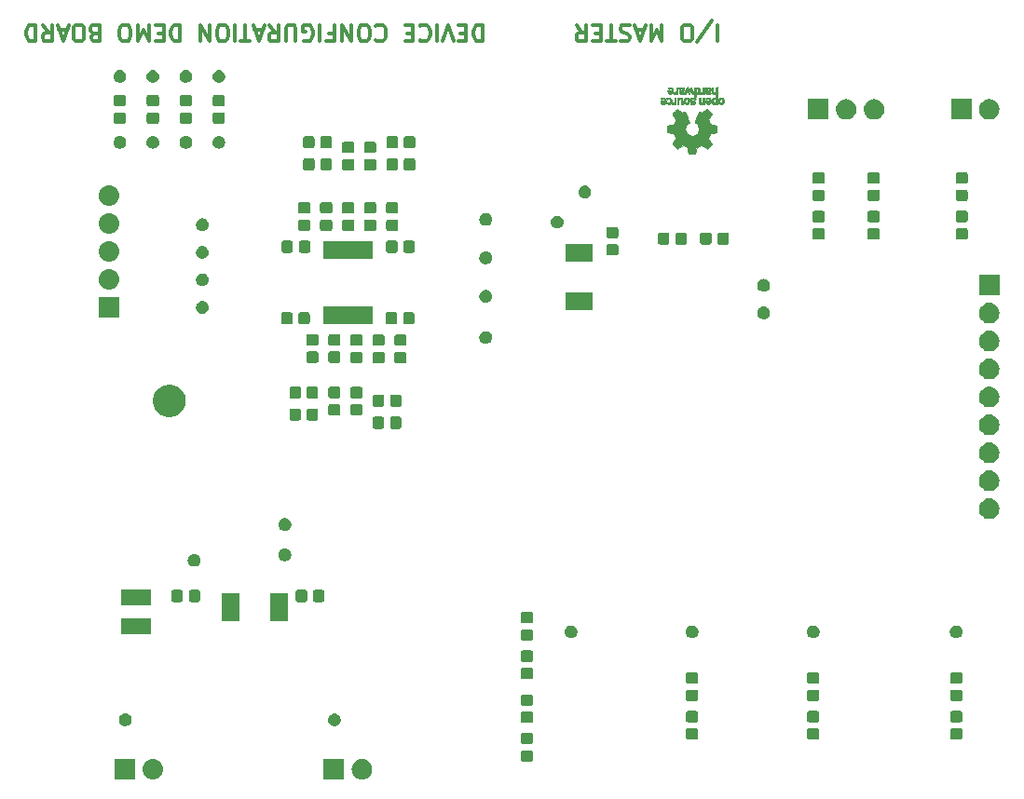
<source format=gbr>
G04 #@! TF.GenerationSoftware,KiCad,Pcbnew,5.1.4*
G04 #@! TF.CreationDate,2019-11-06T21:16:27-05:00*
G04 #@! TF.ProjectId,device-config-demo,64657669-6365-42d6-936f-6e6669672d64,rev?*
G04 #@! TF.SameCoordinates,Original*
G04 #@! TF.FileFunction,Soldermask,Top*
G04 #@! TF.FilePolarity,Negative*
%FSLAX46Y46*%
G04 Gerber Fmt 4.6, Leading zero omitted, Abs format (unit mm)*
G04 Created by KiCad (PCBNEW 5.1.4) date 2019-11-06 21:16:27*
%MOMM*%
%LPD*%
G04 APERTURE LIST*
%ADD10C,0.300000*%
%ADD11C,0.010000*%
%ADD12C,0.100000*%
G04 APERTURE END LIST*
D10*
X265266428Y-142321428D02*
X265266428Y-143821428D01*
X263480714Y-143892857D02*
X264766428Y-141964285D01*
X262695000Y-143821428D02*
X262409285Y-143821428D01*
X262266428Y-143750000D01*
X262123571Y-143607142D01*
X262052142Y-143321428D01*
X262052142Y-142821428D01*
X262123571Y-142535714D01*
X262266428Y-142392857D01*
X262409285Y-142321428D01*
X262695000Y-142321428D01*
X262837857Y-142392857D01*
X262980714Y-142535714D01*
X263052142Y-142821428D01*
X263052142Y-143321428D01*
X262980714Y-143607142D01*
X262837857Y-143750000D01*
X262695000Y-143821428D01*
X260266428Y-142321428D02*
X260266428Y-143821428D01*
X259766428Y-142750000D01*
X259266428Y-143821428D01*
X259266428Y-142321428D01*
X258623571Y-142750000D02*
X257909285Y-142750000D01*
X258766428Y-142321428D02*
X258266428Y-143821428D01*
X257766428Y-142321428D01*
X257337857Y-142392857D02*
X257123571Y-142321428D01*
X256766428Y-142321428D01*
X256623571Y-142392857D01*
X256552142Y-142464285D01*
X256480714Y-142607142D01*
X256480714Y-142750000D01*
X256552142Y-142892857D01*
X256623571Y-142964285D01*
X256766428Y-143035714D01*
X257052142Y-143107142D01*
X257195000Y-143178571D01*
X257266428Y-143250000D01*
X257337857Y-143392857D01*
X257337857Y-143535714D01*
X257266428Y-143678571D01*
X257195000Y-143750000D01*
X257052142Y-143821428D01*
X256695000Y-143821428D01*
X256480714Y-143750000D01*
X256052142Y-143821428D02*
X255195000Y-143821428D01*
X255623571Y-142321428D02*
X255623571Y-143821428D01*
X254695000Y-143107142D02*
X254195000Y-143107142D01*
X253980714Y-142321428D02*
X254695000Y-142321428D01*
X254695000Y-143821428D01*
X253980714Y-143821428D01*
X252480714Y-142321428D02*
X252980714Y-143035714D01*
X253337857Y-142321428D02*
X253337857Y-143821428D01*
X252766428Y-143821428D01*
X252623571Y-143750000D01*
X252552142Y-143678571D01*
X252480714Y-143535714D01*
X252480714Y-143321428D01*
X252552142Y-143178571D01*
X252623571Y-143107142D01*
X252766428Y-143035714D01*
X253337857Y-143035714D01*
X243980714Y-142321428D02*
X243980714Y-143821428D01*
X243623571Y-143821428D01*
X243409285Y-143750000D01*
X243266428Y-143607142D01*
X243195000Y-143464285D01*
X243123571Y-143178571D01*
X243123571Y-142964285D01*
X243195000Y-142678571D01*
X243266428Y-142535714D01*
X243409285Y-142392857D01*
X243623571Y-142321428D01*
X243980714Y-142321428D01*
X242480714Y-143107142D02*
X241980714Y-143107142D01*
X241766428Y-142321428D02*
X242480714Y-142321428D01*
X242480714Y-143821428D01*
X241766428Y-143821428D01*
X241337857Y-143821428D02*
X240837857Y-142321428D01*
X240337857Y-143821428D01*
X239837857Y-142321428D02*
X239837857Y-143821428D01*
X238266428Y-142464285D02*
X238337857Y-142392857D01*
X238552142Y-142321428D01*
X238695000Y-142321428D01*
X238909285Y-142392857D01*
X239052142Y-142535714D01*
X239123571Y-142678571D01*
X239195000Y-142964285D01*
X239195000Y-143178571D01*
X239123571Y-143464285D01*
X239052142Y-143607142D01*
X238909285Y-143750000D01*
X238695000Y-143821428D01*
X238552142Y-143821428D01*
X238337857Y-143750000D01*
X238266428Y-143678571D01*
X237623571Y-143107142D02*
X237123571Y-143107142D01*
X236909285Y-142321428D02*
X237623571Y-142321428D01*
X237623571Y-143821428D01*
X236909285Y-143821428D01*
X234266428Y-142464285D02*
X234337857Y-142392857D01*
X234552142Y-142321428D01*
X234695000Y-142321428D01*
X234909285Y-142392857D01*
X235052142Y-142535714D01*
X235123571Y-142678571D01*
X235195000Y-142964285D01*
X235195000Y-143178571D01*
X235123571Y-143464285D01*
X235052142Y-143607142D01*
X234909285Y-143750000D01*
X234695000Y-143821428D01*
X234552142Y-143821428D01*
X234337857Y-143750000D01*
X234266428Y-143678571D01*
X233337857Y-143821428D02*
X233052142Y-143821428D01*
X232909285Y-143750000D01*
X232766428Y-143607142D01*
X232695000Y-143321428D01*
X232695000Y-142821428D01*
X232766428Y-142535714D01*
X232909285Y-142392857D01*
X233052142Y-142321428D01*
X233337857Y-142321428D01*
X233480714Y-142392857D01*
X233623571Y-142535714D01*
X233695000Y-142821428D01*
X233695000Y-143321428D01*
X233623571Y-143607142D01*
X233480714Y-143750000D01*
X233337857Y-143821428D01*
X232052142Y-142321428D02*
X232052142Y-143821428D01*
X231195000Y-142321428D01*
X231195000Y-143821428D01*
X229980714Y-143107142D02*
X230480714Y-143107142D01*
X230480714Y-142321428D02*
X230480714Y-143821428D01*
X229766428Y-143821428D01*
X229195000Y-142321428D02*
X229195000Y-143821428D01*
X227695000Y-143750000D02*
X227837857Y-143821428D01*
X228052142Y-143821428D01*
X228266428Y-143750000D01*
X228409285Y-143607142D01*
X228480714Y-143464285D01*
X228552142Y-143178571D01*
X228552142Y-142964285D01*
X228480714Y-142678571D01*
X228409285Y-142535714D01*
X228266428Y-142392857D01*
X228052142Y-142321428D01*
X227909285Y-142321428D01*
X227695000Y-142392857D01*
X227623571Y-142464285D01*
X227623571Y-142964285D01*
X227909285Y-142964285D01*
X226980714Y-143821428D02*
X226980714Y-142607142D01*
X226909285Y-142464285D01*
X226837857Y-142392857D01*
X226695000Y-142321428D01*
X226409285Y-142321428D01*
X226266428Y-142392857D01*
X226195000Y-142464285D01*
X226123571Y-142607142D01*
X226123571Y-143821428D01*
X224552142Y-142321428D02*
X225052142Y-143035714D01*
X225409285Y-142321428D02*
X225409285Y-143821428D01*
X224837857Y-143821428D01*
X224695000Y-143750000D01*
X224623571Y-143678571D01*
X224552142Y-143535714D01*
X224552142Y-143321428D01*
X224623571Y-143178571D01*
X224695000Y-143107142D01*
X224837857Y-143035714D01*
X225409285Y-143035714D01*
X223980714Y-142750000D02*
X223266428Y-142750000D01*
X224123571Y-142321428D02*
X223623571Y-143821428D01*
X223123571Y-142321428D01*
X222837857Y-143821428D02*
X221980714Y-143821428D01*
X222409285Y-142321428D02*
X222409285Y-143821428D01*
X221480714Y-142321428D02*
X221480714Y-143821428D01*
X220480714Y-143821428D02*
X220195000Y-143821428D01*
X220052142Y-143750000D01*
X219909285Y-143607142D01*
X219837857Y-143321428D01*
X219837857Y-142821428D01*
X219909285Y-142535714D01*
X220052142Y-142392857D01*
X220195000Y-142321428D01*
X220480714Y-142321428D01*
X220623571Y-142392857D01*
X220766428Y-142535714D01*
X220837857Y-142821428D01*
X220837857Y-143321428D01*
X220766428Y-143607142D01*
X220623571Y-143750000D01*
X220480714Y-143821428D01*
X219195000Y-142321428D02*
X219195000Y-143821428D01*
X218337857Y-142321428D01*
X218337857Y-143821428D01*
X216480714Y-142321428D02*
X216480714Y-143821428D01*
X216123571Y-143821428D01*
X215909285Y-143750000D01*
X215766428Y-143607142D01*
X215695000Y-143464285D01*
X215623571Y-143178571D01*
X215623571Y-142964285D01*
X215695000Y-142678571D01*
X215766428Y-142535714D01*
X215909285Y-142392857D01*
X216123571Y-142321428D01*
X216480714Y-142321428D01*
X214980714Y-143107142D02*
X214480714Y-143107142D01*
X214266428Y-142321428D02*
X214980714Y-142321428D01*
X214980714Y-143821428D01*
X214266428Y-143821428D01*
X213623571Y-142321428D02*
X213623571Y-143821428D01*
X213123571Y-142750000D01*
X212623571Y-143821428D01*
X212623571Y-142321428D01*
X211623571Y-143821428D02*
X211337857Y-143821428D01*
X211195000Y-143750000D01*
X211052142Y-143607142D01*
X210980714Y-143321428D01*
X210980714Y-142821428D01*
X211052142Y-142535714D01*
X211195000Y-142392857D01*
X211337857Y-142321428D01*
X211623571Y-142321428D01*
X211766428Y-142392857D01*
X211909285Y-142535714D01*
X211980714Y-142821428D01*
X211980714Y-143321428D01*
X211909285Y-143607142D01*
X211766428Y-143750000D01*
X211623571Y-143821428D01*
X208695000Y-143107142D02*
X208480714Y-143035714D01*
X208409285Y-142964285D01*
X208337857Y-142821428D01*
X208337857Y-142607142D01*
X208409285Y-142464285D01*
X208480714Y-142392857D01*
X208623571Y-142321428D01*
X209195000Y-142321428D01*
X209195000Y-143821428D01*
X208695000Y-143821428D01*
X208552142Y-143750000D01*
X208480714Y-143678571D01*
X208409285Y-143535714D01*
X208409285Y-143392857D01*
X208480714Y-143250000D01*
X208552142Y-143178571D01*
X208695000Y-143107142D01*
X209195000Y-143107142D01*
X207409285Y-143821428D02*
X207123571Y-143821428D01*
X206980714Y-143750000D01*
X206837857Y-143607142D01*
X206766428Y-143321428D01*
X206766428Y-142821428D01*
X206837857Y-142535714D01*
X206980714Y-142392857D01*
X207123571Y-142321428D01*
X207409285Y-142321428D01*
X207552142Y-142392857D01*
X207695000Y-142535714D01*
X207766428Y-142821428D01*
X207766428Y-143321428D01*
X207695000Y-143607142D01*
X207552142Y-143750000D01*
X207409285Y-143821428D01*
X206195000Y-142750000D02*
X205480714Y-142750000D01*
X206337857Y-142321428D02*
X205837857Y-143821428D01*
X205337857Y-142321428D01*
X203980714Y-142321428D02*
X204480714Y-143035714D01*
X204837857Y-142321428D02*
X204837857Y-143821428D01*
X204266428Y-143821428D01*
X204123571Y-143750000D01*
X204052142Y-143678571D01*
X203980714Y-143535714D01*
X203980714Y-143321428D01*
X204052142Y-143178571D01*
X204123571Y-143107142D01*
X204266428Y-143035714D01*
X204837857Y-143035714D01*
X203337857Y-142321428D02*
X203337857Y-143821428D01*
X202980714Y-143821428D01*
X202766428Y-143750000D01*
X202623571Y-143607142D01*
X202552142Y-143464285D01*
X202480714Y-143178571D01*
X202480714Y-142964285D01*
X202552142Y-142678571D01*
X202623571Y-142535714D01*
X202766428Y-142392857D01*
X202980714Y-142321428D01*
X203337857Y-142321428D01*
D11*
G36*
X264908759Y-149530816D02*
G01*
X264882247Y-149517718D01*
X264849553Y-149494894D01*
X264825725Y-149470004D01*
X264809406Y-149438751D01*
X264799240Y-149396834D01*
X264793872Y-149339956D01*
X264791944Y-149263816D01*
X264791831Y-149231083D01*
X264792161Y-149159344D01*
X264793527Y-149108073D01*
X264796500Y-149072596D01*
X264801649Y-149048237D01*
X264809543Y-149030320D01*
X264817757Y-149018098D01*
X264870187Y-148966095D01*
X264931930Y-148934816D01*
X264998536Y-148925408D01*
X265065558Y-148939020D01*
X265086792Y-148948646D01*
X265137624Y-148975141D01*
X265137624Y-148559948D01*
X265100525Y-148579132D01*
X265051643Y-148593975D01*
X264991561Y-148597778D01*
X264931564Y-148590757D01*
X264886256Y-148574987D01*
X264848675Y-148544953D01*
X264816564Y-148501976D01*
X264814150Y-148497564D01*
X264803967Y-148476779D01*
X264796530Y-148455830D01*
X264791411Y-148430452D01*
X264788181Y-148396382D01*
X264786413Y-148349359D01*
X264785677Y-148285118D01*
X264785544Y-148212824D01*
X264785544Y-147982178D01*
X264923861Y-147982178D01*
X264923861Y-148407467D01*
X264962549Y-148440021D01*
X265002738Y-148466060D01*
X265040797Y-148470795D01*
X265079066Y-148458611D01*
X265099462Y-148446680D01*
X265114642Y-148429687D01*
X265125438Y-148404005D01*
X265132683Y-148366009D01*
X265137208Y-148312074D01*
X265139844Y-148238575D01*
X265140772Y-148189653D01*
X265143911Y-147988465D01*
X265209926Y-147984664D01*
X265275940Y-147980864D01*
X265275940Y-149229350D01*
X265137624Y-149229350D01*
X265134097Y-149159746D01*
X265122215Y-149111431D01*
X265100020Y-149081369D01*
X265065559Y-149066529D01*
X265030742Y-149063564D01*
X264991329Y-149066972D01*
X264965171Y-149080383D01*
X264948814Y-149098104D01*
X264935937Y-149117165D01*
X264928272Y-149138399D01*
X264924861Y-149168151D01*
X264924749Y-149212764D01*
X264925897Y-149250120D01*
X264928532Y-149306396D01*
X264932456Y-149343342D01*
X264939063Y-149366777D01*
X264949749Y-149382520D01*
X264959833Y-149391620D01*
X265001970Y-149411463D01*
X265051840Y-149414668D01*
X265080476Y-149407832D01*
X265108828Y-149383536D01*
X265127609Y-149336272D01*
X265136712Y-149266376D01*
X265137624Y-149229350D01*
X265275940Y-149229350D01*
X265275940Y-149541386D01*
X265206782Y-149541386D01*
X265165260Y-149539744D01*
X265143838Y-149533913D01*
X265137626Y-149522539D01*
X265137624Y-149522202D01*
X265134742Y-149511062D01*
X265122030Y-149512327D01*
X265096757Y-149524567D01*
X265037869Y-149543293D01*
X264971615Y-149545261D01*
X264908759Y-149530816D01*
X264908759Y-149530816D01*
G37*
X264908759Y-149530816D02*
X264882247Y-149517718D01*
X264849553Y-149494894D01*
X264825725Y-149470004D01*
X264809406Y-149438751D01*
X264799240Y-149396834D01*
X264793872Y-149339956D01*
X264791944Y-149263816D01*
X264791831Y-149231083D01*
X264792161Y-149159344D01*
X264793527Y-149108073D01*
X264796500Y-149072596D01*
X264801649Y-149048237D01*
X264809543Y-149030320D01*
X264817757Y-149018098D01*
X264870187Y-148966095D01*
X264931930Y-148934816D01*
X264998536Y-148925408D01*
X265065558Y-148939020D01*
X265086792Y-148948646D01*
X265137624Y-148975141D01*
X265137624Y-148559948D01*
X265100525Y-148579132D01*
X265051643Y-148593975D01*
X264991561Y-148597778D01*
X264931564Y-148590757D01*
X264886256Y-148574987D01*
X264848675Y-148544953D01*
X264816564Y-148501976D01*
X264814150Y-148497564D01*
X264803967Y-148476779D01*
X264796530Y-148455830D01*
X264791411Y-148430452D01*
X264788181Y-148396382D01*
X264786413Y-148349359D01*
X264785677Y-148285118D01*
X264785544Y-148212824D01*
X264785544Y-147982178D01*
X264923861Y-147982178D01*
X264923861Y-148407467D01*
X264962549Y-148440021D01*
X265002738Y-148466060D01*
X265040797Y-148470795D01*
X265079066Y-148458611D01*
X265099462Y-148446680D01*
X265114642Y-148429687D01*
X265125438Y-148404005D01*
X265132683Y-148366009D01*
X265137208Y-148312074D01*
X265139844Y-148238575D01*
X265140772Y-148189653D01*
X265143911Y-147988465D01*
X265209926Y-147984664D01*
X265275940Y-147980864D01*
X265275940Y-149229350D01*
X265137624Y-149229350D01*
X265134097Y-149159746D01*
X265122215Y-149111431D01*
X265100020Y-149081369D01*
X265065559Y-149066529D01*
X265030742Y-149063564D01*
X264991329Y-149066972D01*
X264965171Y-149080383D01*
X264948814Y-149098104D01*
X264935937Y-149117165D01*
X264928272Y-149138399D01*
X264924861Y-149168151D01*
X264924749Y-149212764D01*
X264925897Y-149250120D01*
X264928532Y-149306396D01*
X264932456Y-149343342D01*
X264939063Y-149366777D01*
X264949749Y-149382520D01*
X264959833Y-149391620D01*
X265001970Y-149411463D01*
X265051840Y-149414668D01*
X265080476Y-149407832D01*
X265108828Y-149383536D01*
X265127609Y-149336272D01*
X265136712Y-149266376D01*
X265137624Y-149229350D01*
X265275940Y-149229350D01*
X265275940Y-149541386D01*
X265206782Y-149541386D01*
X265165260Y-149539744D01*
X265143838Y-149533913D01*
X265137626Y-149522539D01*
X265137624Y-149522202D01*
X265134742Y-149511062D01*
X265122030Y-149512327D01*
X265096757Y-149524567D01*
X265037869Y-149543293D01*
X264971615Y-149545261D01*
X264908759Y-149530816D01*
G36*
X264384210Y-148593445D02*
G01*
X264325055Y-148577661D01*
X264280023Y-148549052D01*
X264248246Y-148511581D01*
X264238366Y-148495589D01*
X264231073Y-148478837D01*
X264225974Y-148457408D01*
X264222679Y-148427384D01*
X264220797Y-148384846D01*
X264219937Y-148325878D01*
X264219707Y-148246560D01*
X264219703Y-148225516D01*
X264219703Y-147982178D01*
X264280059Y-147982178D01*
X264318557Y-147984874D01*
X264347023Y-147991705D01*
X264354155Y-147995917D01*
X264373652Y-148003187D01*
X264393566Y-147995917D01*
X264426353Y-147986840D01*
X264473978Y-147983187D01*
X264526764Y-147984772D01*
X264575036Y-147991411D01*
X264603218Y-147999928D01*
X264657753Y-148034937D01*
X264691835Y-148083521D01*
X264707157Y-148148118D01*
X264707299Y-148149777D01*
X264705955Y-148178434D01*
X264584356Y-148178434D01*
X264573726Y-148145839D01*
X264556410Y-148127495D01*
X264521652Y-148113621D01*
X264475773Y-148108083D01*
X264428988Y-148110809D01*
X264391514Y-148121726D01*
X264381015Y-148128731D01*
X264362668Y-148161096D01*
X264358020Y-148197889D01*
X264358020Y-148246237D01*
X264427582Y-148246237D01*
X264493667Y-148241150D01*
X264543764Y-148226737D01*
X264574929Y-148204271D01*
X264584356Y-148178434D01*
X264705955Y-148178434D01*
X264703987Y-148220353D01*
X264680710Y-148276155D01*
X264636948Y-148318353D01*
X264630899Y-148322192D01*
X264604907Y-148334691D01*
X264572735Y-148342260D01*
X264527760Y-148345939D01*
X264474331Y-148346784D01*
X264358020Y-148346831D01*
X264358020Y-148395589D01*
X264362953Y-148433419D01*
X264375543Y-148458764D01*
X264377017Y-148460113D01*
X264405034Y-148471200D01*
X264447326Y-148475497D01*
X264494064Y-148473385D01*
X264535418Y-148465244D01*
X264559957Y-148453035D01*
X264573253Y-148443254D01*
X264587294Y-148441387D01*
X264606671Y-148449400D01*
X264635976Y-148469261D01*
X264679803Y-148502937D01*
X264683825Y-148506091D01*
X264681764Y-148517764D01*
X264664568Y-148537178D01*
X264638433Y-148558752D01*
X264609552Y-148576904D01*
X264600478Y-148581191D01*
X264567380Y-148589744D01*
X264518880Y-148595845D01*
X264464695Y-148598292D01*
X264462161Y-148598297D01*
X264384210Y-148593445D01*
X264384210Y-148593445D01*
G37*
X264384210Y-148593445D02*
X264325055Y-148577661D01*
X264280023Y-148549052D01*
X264248246Y-148511581D01*
X264238366Y-148495589D01*
X264231073Y-148478837D01*
X264225974Y-148457408D01*
X264222679Y-148427384D01*
X264220797Y-148384846D01*
X264219937Y-148325878D01*
X264219707Y-148246560D01*
X264219703Y-148225516D01*
X264219703Y-147982178D01*
X264280059Y-147982178D01*
X264318557Y-147984874D01*
X264347023Y-147991705D01*
X264354155Y-147995917D01*
X264373652Y-148003187D01*
X264393566Y-147995917D01*
X264426353Y-147986840D01*
X264473978Y-147983187D01*
X264526764Y-147984772D01*
X264575036Y-147991411D01*
X264603218Y-147999928D01*
X264657753Y-148034937D01*
X264691835Y-148083521D01*
X264707157Y-148148118D01*
X264707299Y-148149777D01*
X264705955Y-148178434D01*
X264584356Y-148178434D01*
X264573726Y-148145839D01*
X264556410Y-148127495D01*
X264521652Y-148113621D01*
X264475773Y-148108083D01*
X264428988Y-148110809D01*
X264391514Y-148121726D01*
X264381015Y-148128731D01*
X264362668Y-148161096D01*
X264358020Y-148197889D01*
X264358020Y-148246237D01*
X264427582Y-148246237D01*
X264493667Y-148241150D01*
X264543764Y-148226737D01*
X264574929Y-148204271D01*
X264584356Y-148178434D01*
X264705955Y-148178434D01*
X264703987Y-148220353D01*
X264680710Y-148276155D01*
X264636948Y-148318353D01*
X264630899Y-148322192D01*
X264604907Y-148334691D01*
X264572735Y-148342260D01*
X264527760Y-148345939D01*
X264474331Y-148346784D01*
X264358020Y-148346831D01*
X264358020Y-148395589D01*
X264362953Y-148433419D01*
X264375543Y-148458764D01*
X264377017Y-148460113D01*
X264405034Y-148471200D01*
X264447326Y-148475497D01*
X264494064Y-148473385D01*
X264535418Y-148465244D01*
X264559957Y-148453035D01*
X264573253Y-148443254D01*
X264587294Y-148441387D01*
X264606671Y-148449400D01*
X264635976Y-148469261D01*
X264679803Y-148502937D01*
X264683825Y-148506091D01*
X264681764Y-148517764D01*
X264664568Y-148537178D01*
X264638433Y-148558752D01*
X264609552Y-148576904D01*
X264600478Y-148581191D01*
X264567380Y-148589744D01*
X264518880Y-148595845D01*
X264464695Y-148598292D01*
X264462161Y-148598297D01*
X264384210Y-148593445D01*
G36*
X263993356Y-148596980D02*
G01*
X263974539Y-148591340D01*
X263968473Y-148578947D01*
X263968218Y-148573353D01*
X263967129Y-148557770D01*
X263959632Y-148555324D01*
X263939381Y-148566007D01*
X263927351Y-148573306D01*
X263889400Y-148588937D01*
X263844072Y-148596666D01*
X263796544Y-148597260D01*
X263751995Y-148591487D01*
X263715602Y-148580116D01*
X263692543Y-148563912D01*
X263687996Y-148543645D01*
X263690291Y-148538157D01*
X263707020Y-148515374D01*
X263732963Y-148487353D01*
X263737655Y-148482823D01*
X263762383Y-148461995D01*
X263783718Y-148455265D01*
X263813555Y-148459962D01*
X263825508Y-148463083D01*
X263862705Y-148470579D01*
X263888859Y-148467208D01*
X263910946Y-148455319D01*
X263931178Y-148439365D01*
X263946079Y-148419300D01*
X263956434Y-148391298D01*
X263963029Y-148351533D01*
X263966649Y-148296177D01*
X263968078Y-148221406D01*
X263968218Y-148176260D01*
X263968218Y-147982178D01*
X264093960Y-147982178D01*
X264093960Y-148598317D01*
X264031089Y-148598317D01*
X263993356Y-148596980D01*
X263993356Y-148596980D01*
G37*
X263993356Y-148596980D02*
X263974539Y-148591340D01*
X263968473Y-148578947D01*
X263968218Y-148573353D01*
X263967129Y-148557770D01*
X263959632Y-148555324D01*
X263939381Y-148566007D01*
X263927351Y-148573306D01*
X263889400Y-148588937D01*
X263844072Y-148596666D01*
X263796544Y-148597260D01*
X263751995Y-148591487D01*
X263715602Y-148580116D01*
X263692543Y-148563912D01*
X263687996Y-148543645D01*
X263690291Y-148538157D01*
X263707020Y-148515374D01*
X263732963Y-148487353D01*
X263737655Y-148482823D01*
X263762383Y-148461995D01*
X263783718Y-148455265D01*
X263813555Y-148459962D01*
X263825508Y-148463083D01*
X263862705Y-148470579D01*
X263888859Y-148467208D01*
X263910946Y-148455319D01*
X263931178Y-148439365D01*
X263946079Y-148419300D01*
X263956434Y-148391298D01*
X263963029Y-148351533D01*
X263966649Y-148296177D01*
X263968078Y-148221406D01*
X263968218Y-148176260D01*
X263968218Y-147982178D01*
X264093960Y-147982178D01*
X264093960Y-148598317D01*
X264031089Y-148598317D01*
X263993356Y-148596980D01*
G36*
X263201188Y-147982178D02*
G01*
X263270346Y-147982178D01*
X263310488Y-147983355D01*
X263331394Y-147988228D01*
X263338922Y-147998814D01*
X263339505Y-148005971D01*
X263340774Y-148020324D01*
X263348779Y-148023077D01*
X263369815Y-148014229D01*
X263386173Y-148005971D01*
X263448977Y-147986403D01*
X263517248Y-147985271D01*
X263572752Y-147999865D01*
X263624438Y-148035123D01*
X263663838Y-148087165D01*
X263685413Y-148148550D01*
X263685962Y-148151982D01*
X263689167Y-148189429D01*
X263690761Y-148243187D01*
X263690633Y-148283845D01*
X263553279Y-148283845D01*
X263550097Y-148229806D01*
X263542859Y-148185265D01*
X263533060Y-148160112D01*
X263495989Y-148125740D01*
X263451974Y-148113418D01*
X263406584Y-148123382D01*
X263367797Y-148153105D01*
X263353108Y-148173095D01*
X263344519Y-148196950D01*
X263340496Y-148231770D01*
X263339505Y-148284070D01*
X263341278Y-148335861D01*
X263345963Y-148381366D01*
X263352603Y-148411819D01*
X263353710Y-148414548D01*
X263380491Y-148447000D01*
X263419579Y-148464817D01*
X263463315Y-148467694D01*
X263504038Y-148455326D01*
X263534087Y-148427407D01*
X263537204Y-148421852D01*
X263546961Y-148387978D01*
X263552277Y-148339272D01*
X263553279Y-148283845D01*
X263690633Y-148283845D01*
X263690568Y-148304460D01*
X263689664Y-148337437D01*
X263683514Y-148419019D01*
X263670733Y-148480270D01*
X263649471Y-148525551D01*
X263617878Y-148559221D01*
X263587207Y-148578986D01*
X263544354Y-148592880D01*
X263491056Y-148597646D01*
X263436480Y-148593764D01*
X263389792Y-148581718D01*
X263365124Y-148567307D01*
X263339505Y-148544122D01*
X263339505Y-148837227D01*
X263201188Y-148837227D01*
X263201188Y-147982178D01*
X263201188Y-147982178D01*
G37*
X263201188Y-147982178D02*
X263270346Y-147982178D01*
X263310488Y-147983355D01*
X263331394Y-147988228D01*
X263338922Y-147998814D01*
X263339505Y-148005971D01*
X263340774Y-148020324D01*
X263348779Y-148023077D01*
X263369815Y-148014229D01*
X263386173Y-148005971D01*
X263448977Y-147986403D01*
X263517248Y-147985271D01*
X263572752Y-147999865D01*
X263624438Y-148035123D01*
X263663838Y-148087165D01*
X263685413Y-148148550D01*
X263685962Y-148151982D01*
X263689167Y-148189429D01*
X263690761Y-148243187D01*
X263690633Y-148283845D01*
X263553279Y-148283845D01*
X263550097Y-148229806D01*
X263542859Y-148185265D01*
X263533060Y-148160112D01*
X263495989Y-148125740D01*
X263451974Y-148113418D01*
X263406584Y-148123382D01*
X263367797Y-148153105D01*
X263353108Y-148173095D01*
X263344519Y-148196950D01*
X263340496Y-148231770D01*
X263339505Y-148284070D01*
X263341278Y-148335861D01*
X263345963Y-148381366D01*
X263352603Y-148411819D01*
X263353710Y-148414548D01*
X263380491Y-148447000D01*
X263419579Y-148464817D01*
X263463315Y-148467694D01*
X263504038Y-148455326D01*
X263534087Y-148427407D01*
X263537204Y-148421852D01*
X263546961Y-148387978D01*
X263552277Y-148339272D01*
X263553279Y-148283845D01*
X263690633Y-148283845D01*
X263690568Y-148304460D01*
X263689664Y-148337437D01*
X263683514Y-148419019D01*
X263670733Y-148480270D01*
X263649471Y-148525551D01*
X263617878Y-148559221D01*
X263587207Y-148578986D01*
X263544354Y-148592880D01*
X263491056Y-148597646D01*
X263436480Y-148593764D01*
X263389792Y-148581718D01*
X263365124Y-148567307D01*
X263339505Y-148544122D01*
X263339505Y-148837227D01*
X263201188Y-148837227D01*
X263201188Y-147982178D01*
G36*
X262718476Y-148595763D02*
G01*
X262668745Y-148592029D01*
X262538709Y-148202227D01*
X262518322Y-148271386D01*
X262506054Y-148314126D01*
X262489915Y-148371885D01*
X262472488Y-148435375D01*
X262463274Y-148469430D01*
X262428612Y-148598317D01*
X262285609Y-148598317D01*
X262328354Y-148463143D01*
X262349404Y-148396658D01*
X262374833Y-148316461D01*
X262401390Y-148232807D01*
X262425098Y-148158218D01*
X262479098Y-147988465D01*
X262537402Y-147984672D01*
X262595705Y-147980878D01*
X262627321Y-148085266D01*
X262646818Y-148150111D01*
X262668096Y-148221600D01*
X262686692Y-148284737D01*
X262687426Y-148287250D01*
X262701316Y-148330031D01*
X262713571Y-148359221D01*
X262722154Y-148370259D01*
X262723918Y-148368982D01*
X262730109Y-148351870D01*
X262741872Y-148315213D01*
X262757775Y-148263622D01*
X262776386Y-148201706D01*
X262786457Y-148167648D01*
X262840993Y-147982178D01*
X262956736Y-147982178D01*
X263049263Y-148274529D01*
X263075256Y-148356538D01*
X263098934Y-148431013D01*
X263119180Y-148494456D01*
X263134874Y-148543368D01*
X263144898Y-148574251D01*
X263147945Y-148583274D01*
X263145533Y-148592513D01*
X263126592Y-148596559D01*
X263087177Y-148596154D01*
X263081007Y-148595848D01*
X263007914Y-148592029D01*
X262960043Y-148415990D01*
X262942447Y-148351789D01*
X262926723Y-148295351D01*
X262914254Y-148251578D01*
X262906426Y-148225370D01*
X262904980Y-148221097D01*
X262898986Y-148226010D01*
X262886899Y-148251468D01*
X262870107Y-148294003D01*
X262849997Y-148350150D01*
X262832997Y-148400870D01*
X262768206Y-148599496D01*
X262718476Y-148595763D01*
X262718476Y-148595763D01*
G37*
X262718476Y-148595763D02*
X262668745Y-148592029D01*
X262538709Y-148202227D01*
X262518322Y-148271386D01*
X262506054Y-148314126D01*
X262489915Y-148371885D01*
X262472488Y-148435375D01*
X262463274Y-148469430D01*
X262428612Y-148598317D01*
X262285609Y-148598317D01*
X262328354Y-148463143D01*
X262349404Y-148396658D01*
X262374833Y-148316461D01*
X262401390Y-148232807D01*
X262425098Y-148158218D01*
X262479098Y-147988465D01*
X262537402Y-147984672D01*
X262595705Y-147980878D01*
X262627321Y-148085266D01*
X262646818Y-148150111D01*
X262668096Y-148221600D01*
X262686692Y-148284737D01*
X262687426Y-148287250D01*
X262701316Y-148330031D01*
X262713571Y-148359221D01*
X262722154Y-148370259D01*
X262723918Y-148368982D01*
X262730109Y-148351870D01*
X262741872Y-148315213D01*
X262757775Y-148263622D01*
X262776386Y-148201706D01*
X262786457Y-148167648D01*
X262840993Y-147982178D01*
X262956736Y-147982178D01*
X263049263Y-148274529D01*
X263075256Y-148356538D01*
X263098934Y-148431013D01*
X263119180Y-148494456D01*
X263134874Y-148543368D01*
X263144898Y-148574251D01*
X263147945Y-148583274D01*
X263145533Y-148592513D01*
X263126592Y-148596559D01*
X263087177Y-148596154D01*
X263081007Y-148595848D01*
X263007914Y-148592029D01*
X262960043Y-148415990D01*
X262942447Y-148351789D01*
X262926723Y-148295351D01*
X262914254Y-148251578D01*
X262906426Y-148225370D01*
X262904980Y-148221097D01*
X262898986Y-148226010D01*
X262886899Y-148251468D01*
X262870107Y-148294003D01*
X262849997Y-148350150D01*
X262832997Y-148400870D01*
X262768206Y-148599496D01*
X262718476Y-148595763D01*
G36*
X261961589Y-148594583D02*
G01*
X261908589Y-148581710D01*
X261893269Y-148574890D01*
X261863572Y-148557026D01*
X261840780Y-148536907D01*
X261823917Y-148511038D01*
X261812002Y-148475927D01*
X261804058Y-148428080D01*
X261799106Y-148364004D01*
X261796169Y-148280206D01*
X261795053Y-148224232D01*
X261790948Y-147982178D01*
X261861068Y-147982178D01*
X261903607Y-147983962D01*
X261925524Y-147990058D01*
X261931188Y-148000294D01*
X261934179Y-148011363D01*
X261947549Y-148009246D01*
X261965767Y-148000371D01*
X262011376Y-147986767D01*
X262069993Y-147983101D01*
X262131646Y-147989097D01*
X262186362Y-148004479D01*
X262191270Y-148006614D01*
X262241277Y-148041745D01*
X262274244Y-148090581D01*
X262289413Y-148147667D01*
X262288254Y-148168176D01*
X262164492Y-148168176D01*
X262153587Y-148140575D01*
X262121255Y-148120796D01*
X262069090Y-148110181D01*
X262041213Y-148108772D01*
X261994753Y-148112380D01*
X261963871Y-148126403D01*
X261956336Y-148133069D01*
X261935924Y-148169334D01*
X261931188Y-148202227D01*
X261931188Y-148246237D01*
X261992487Y-148246237D01*
X262063744Y-148242605D01*
X262113724Y-148231182D01*
X262145304Y-148211176D01*
X262152374Y-148202257D01*
X262164492Y-148168176D01*
X262288254Y-148168176D01*
X262286029Y-148207544D01*
X262263337Y-148264756D01*
X262232376Y-148303420D01*
X262213624Y-148320136D01*
X262195267Y-148331122D01*
X262171381Y-148337820D01*
X262136043Y-148341674D01*
X262083331Y-148344127D01*
X262062423Y-148344832D01*
X261931188Y-148349121D01*
X261931380Y-148388842D01*
X261936463Y-148430595D01*
X261954838Y-148455842D01*
X261991961Y-148471970D01*
X261992957Y-148472258D01*
X262045590Y-148478600D01*
X262097094Y-148470316D01*
X262135370Y-148450173D01*
X262150728Y-148440227D01*
X262167270Y-148441603D01*
X262192725Y-148456013D01*
X262207672Y-148466183D01*
X262236909Y-148487912D01*
X262255020Y-148504200D01*
X262257926Y-148508863D01*
X262245960Y-148532995D01*
X262210604Y-148561815D01*
X262195247Y-148571539D01*
X262151099Y-148588286D01*
X262091602Y-148597773D01*
X262025513Y-148599905D01*
X261961589Y-148594583D01*
X261961589Y-148594583D01*
G37*
X261961589Y-148594583D02*
X261908589Y-148581710D01*
X261893269Y-148574890D01*
X261863572Y-148557026D01*
X261840780Y-148536907D01*
X261823917Y-148511038D01*
X261812002Y-148475927D01*
X261804058Y-148428080D01*
X261799106Y-148364004D01*
X261796169Y-148280206D01*
X261795053Y-148224232D01*
X261790948Y-147982178D01*
X261861068Y-147982178D01*
X261903607Y-147983962D01*
X261925524Y-147990058D01*
X261931188Y-148000294D01*
X261934179Y-148011363D01*
X261947549Y-148009246D01*
X261965767Y-148000371D01*
X262011376Y-147986767D01*
X262069993Y-147983101D01*
X262131646Y-147989097D01*
X262186362Y-148004479D01*
X262191270Y-148006614D01*
X262241277Y-148041745D01*
X262274244Y-148090581D01*
X262289413Y-148147667D01*
X262288254Y-148168176D01*
X262164492Y-148168176D01*
X262153587Y-148140575D01*
X262121255Y-148120796D01*
X262069090Y-148110181D01*
X262041213Y-148108772D01*
X261994753Y-148112380D01*
X261963871Y-148126403D01*
X261956336Y-148133069D01*
X261935924Y-148169334D01*
X261931188Y-148202227D01*
X261931188Y-148246237D01*
X261992487Y-148246237D01*
X262063744Y-148242605D01*
X262113724Y-148231182D01*
X262145304Y-148211176D01*
X262152374Y-148202257D01*
X262164492Y-148168176D01*
X262288254Y-148168176D01*
X262286029Y-148207544D01*
X262263337Y-148264756D01*
X262232376Y-148303420D01*
X262213624Y-148320136D01*
X262195267Y-148331122D01*
X262171381Y-148337820D01*
X262136043Y-148341674D01*
X262083331Y-148344127D01*
X262062423Y-148344832D01*
X261931188Y-148349121D01*
X261931380Y-148388842D01*
X261936463Y-148430595D01*
X261954838Y-148455842D01*
X261991961Y-148471970D01*
X261992957Y-148472258D01*
X262045590Y-148478600D01*
X262097094Y-148470316D01*
X262135370Y-148450173D01*
X262150728Y-148440227D01*
X262167270Y-148441603D01*
X262192725Y-148456013D01*
X262207672Y-148466183D01*
X262236909Y-148487912D01*
X262255020Y-148504200D01*
X262257926Y-148508863D01*
X262245960Y-148532995D01*
X262210604Y-148561815D01*
X262195247Y-148571539D01*
X262151099Y-148588286D01*
X262091602Y-148597773D01*
X262025513Y-148599905D01*
X261961589Y-148594583D01*
G36*
X261364745Y-148598514D02*
G01*
X261316405Y-148588985D01*
X261288886Y-148574875D01*
X261259936Y-148551432D01*
X261301124Y-148499429D01*
X261326518Y-148467936D01*
X261343762Y-148452572D01*
X261360898Y-148450224D01*
X261385973Y-148457783D01*
X261397743Y-148462059D01*
X261445730Y-148468369D01*
X261489676Y-148454844D01*
X261521940Y-148424290D01*
X261527181Y-148414548D01*
X261532888Y-148388742D01*
X261537294Y-148341183D01*
X261540189Y-148275242D01*
X261541369Y-148194290D01*
X261541386Y-148182774D01*
X261541386Y-147982178D01*
X261679703Y-147982178D01*
X261679703Y-148598317D01*
X261610544Y-148598317D01*
X261570667Y-148597275D01*
X261549893Y-148592642D01*
X261542211Y-148582151D01*
X261541386Y-148572255D01*
X261541386Y-148546194D01*
X261508255Y-148572255D01*
X261470265Y-148590035D01*
X261419230Y-148598826D01*
X261364745Y-148598514D01*
X261364745Y-148598514D01*
G37*
X261364745Y-148598514D02*
X261316405Y-148588985D01*
X261288886Y-148574875D01*
X261259936Y-148551432D01*
X261301124Y-148499429D01*
X261326518Y-148467936D01*
X261343762Y-148452572D01*
X261360898Y-148450224D01*
X261385973Y-148457783D01*
X261397743Y-148462059D01*
X261445730Y-148468369D01*
X261489676Y-148454844D01*
X261521940Y-148424290D01*
X261527181Y-148414548D01*
X261532888Y-148388742D01*
X261537294Y-148341183D01*
X261540189Y-148275242D01*
X261541369Y-148194290D01*
X261541386Y-148182774D01*
X261541386Y-147982178D01*
X261679703Y-147982178D01*
X261679703Y-148598317D01*
X261610544Y-148598317D01*
X261570667Y-148597275D01*
X261549893Y-148592642D01*
X261542211Y-148582151D01*
X261541386Y-148572255D01*
X261541386Y-148546194D01*
X261508255Y-148572255D01*
X261470265Y-148590035D01*
X261419230Y-148598826D01*
X261364745Y-148598514D01*
G36*
X260967419Y-148595030D02*
G01*
X260907315Y-148579403D01*
X260856979Y-148547152D01*
X260832607Y-148523060D01*
X260792655Y-148466105D01*
X260769758Y-148400035D01*
X260761892Y-148318818D01*
X260761852Y-148312252D01*
X260761782Y-148246237D01*
X261141736Y-148246237D01*
X261133637Y-148211658D01*
X261119013Y-148180341D01*
X261093419Y-148147709D01*
X261088065Y-148142500D01*
X261042057Y-148114306D01*
X260989590Y-148109525D01*
X260929197Y-148128074D01*
X260918960Y-148133069D01*
X260887561Y-148148255D01*
X260866530Y-148156906D01*
X260862861Y-148157707D01*
X260850052Y-148149937D01*
X260825622Y-148130928D01*
X260813221Y-148120540D01*
X260787524Y-148096679D01*
X260779085Y-148080923D01*
X260784942Y-148066429D01*
X260788072Y-148062466D01*
X260809275Y-148045121D01*
X260844262Y-148024041D01*
X260868663Y-148011735D01*
X260937928Y-147990054D01*
X261014612Y-147983029D01*
X261087235Y-147991353D01*
X261107574Y-147997314D01*
X261170524Y-148031048D01*
X261217185Y-148082955D01*
X261247827Y-148153541D01*
X261262718Y-148243308D01*
X261264353Y-148290247D01*
X261259579Y-148358587D01*
X261139010Y-148358587D01*
X261127348Y-148353535D01*
X261096002Y-148349571D01*
X261050429Y-148347232D01*
X261019554Y-148346831D01*
X260964019Y-148347217D01*
X260928967Y-148349025D01*
X260909738Y-148353227D01*
X260901670Y-148360797D01*
X260900099Y-148371782D01*
X260910879Y-148405619D01*
X260938020Y-148439060D01*
X260973723Y-148464728D01*
X261009440Y-148475228D01*
X261057952Y-148465914D01*
X261099947Y-148438987D01*
X261129064Y-148400173D01*
X261139010Y-148358587D01*
X261259579Y-148358587D01*
X261257401Y-148389764D01*
X261235945Y-148469051D01*
X261199530Y-148528737D01*
X261147703Y-148569451D01*
X261080010Y-148591821D01*
X261043338Y-148596129D01*
X260967419Y-148595030D01*
X260967419Y-148595030D01*
G37*
X260967419Y-148595030D02*
X260907315Y-148579403D01*
X260856979Y-148547152D01*
X260832607Y-148523060D01*
X260792655Y-148466105D01*
X260769758Y-148400035D01*
X260761892Y-148318818D01*
X260761852Y-148312252D01*
X260761782Y-148246237D01*
X261141736Y-148246237D01*
X261133637Y-148211658D01*
X261119013Y-148180341D01*
X261093419Y-148147709D01*
X261088065Y-148142500D01*
X261042057Y-148114306D01*
X260989590Y-148109525D01*
X260929197Y-148128074D01*
X260918960Y-148133069D01*
X260887561Y-148148255D01*
X260866530Y-148156906D01*
X260862861Y-148157707D01*
X260850052Y-148149937D01*
X260825622Y-148130928D01*
X260813221Y-148120540D01*
X260787524Y-148096679D01*
X260779085Y-148080923D01*
X260784942Y-148066429D01*
X260788072Y-148062466D01*
X260809275Y-148045121D01*
X260844262Y-148024041D01*
X260868663Y-148011735D01*
X260937928Y-147990054D01*
X261014612Y-147983029D01*
X261087235Y-147991353D01*
X261107574Y-147997314D01*
X261170524Y-148031048D01*
X261217185Y-148082955D01*
X261247827Y-148153541D01*
X261262718Y-148243308D01*
X261264353Y-148290247D01*
X261259579Y-148358587D01*
X261139010Y-148358587D01*
X261127348Y-148353535D01*
X261096002Y-148349571D01*
X261050429Y-148347232D01*
X261019554Y-148346831D01*
X260964019Y-148347217D01*
X260928967Y-148349025D01*
X260909738Y-148353227D01*
X260901670Y-148360797D01*
X260900099Y-148371782D01*
X260910879Y-148405619D01*
X260938020Y-148439060D01*
X260973723Y-148464728D01*
X261009440Y-148475228D01*
X261057952Y-148465914D01*
X261099947Y-148438987D01*
X261129064Y-148400173D01*
X261139010Y-148358587D01*
X261259579Y-148358587D01*
X261257401Y-148389764D01*
X261235945Y-148469051D01*
X261199530Y-148528737D01*
X261147703Y-148569451D01*
X261080010Y-148591821D01*
X261043338Y-148596129D01*
X260967419Y-148595030D01*
G36*
X265538261Y-149534852D02*
G01*
X265472479Y-149505769D01*
X265422540Y-149457207D01*
X265388374Y-149389092D01*
X265369907Y-149301349D01*
X265368583Y-149287649D01*
X265367546Y-149191061D01*
X265380993Y-149106398D01*
X265408108Y-149037779D01*
X265422627Y-149015706D01*
X265473201Y-148968989D01*
X265537609Y-148938732D01*
X265609666Y-148926176D01*
X265683185Y-148932561D01*
X265739072Y-148952228D01*
X265787132Y-148985371D01*
X265826412Y-149028825D01*
X265827092Y-149029842D01*
X265843044Y-149056662D01*
X265853410Y-149083632D01*
X265859688Y-149117668D01*
X265863373Y-149165690D01*
X265864997Y-149205069D01*
X265865672Y-149240781D01*
X265739955Y-149240781D01*
X265738726Y-149205230D01*
X265734266Y-149157906D01*
X265726397Y-149127535D01*
X265712207Y-149105928D01*
X265698917Y-149093306D01*
X265651802Y-149066878D01*
X265602505Y-149063347D01*
X265556593Y-149082361D01*
X265533638Y-149103669D01*
X265517096Y-149125141D01*
X265507421Y-149145687D01*
X265503174Y-149172426D01*
X265502920Y-149212477D01*
X265504228Y-149249362D01*
X265507043Y-149302053D01*
X265511505Y-149336228D01*
X265519548Y-149358520D01*
X265533103Y-149375558D01*
X265543845Y-149385297D01*
X265588777Y-149410877D01*
X265637249Y-149412153D01*
X265677894Y-149397001D01*
X265712567Y-149365358D01*
X265733224Y-149313380D01*
X265739955Y-149240781D01*
X265865672Y-149240781D01*
X265866479Y-149283379D01*
X265863948Y-149341944D01*
X265856362Y-149385993D01*
X265842681Y-149420752D01*
X265821865Y-149451449D01*
X265814147Y-149460564D01*
X265765889Y-149505979D01*
X265714128Y-149532507D01*
X265650828Y-149543621D01*
X265619961Y-149544529D01*
X265538261Y-149534852D01*
X265538261Y-149534852D01*
G37*
X265538261Y-149534852D02*
X265472479Y-149505769D01*
X265422540Y-149457207D01*
X265388374Y-149389092D01*
X265369907Y-149301349D01*
X265368583Y-149287649D01*
X265367546Y-149191061D01*
X265380993Y-149106398D01*
X265408108Y-149037779D01*
X265422627Y-149015706D01*
X265473201Y-148968989D01*
X265537609Y-148938732D01*
X265609666Y-148926176D01*
X265683185Y-148932561D01*
X265739072Y-148952228D01*
X265787132Y-148985371D01*
X265826412Y-149028825D01*
X265827092Y-149029842D01*
X265843044Y-149056662D01*
X265853410Y-149083632D01*
X265859688Y-149117668D01*
X265863373Y-149165690D01*
X265864997Y-149205069D01*
X265865672Y-149240781D01*
X265739955Y-149240781D01*
X265738726Y-149205230D01*
X265734266Y-149157906D01*
X265726397Y-149127535D01*
X265712207Y-149105928D01*
X265698917Y-149093306D01*
X265651802Y-149066878D01*
X265602505Y-149063347D01*
X265556593Y-149082361D01*
X265533638Y-149103669D01*
X265517096Y-149125141D01*
X265507421Y-149145687D01*
X265503174Y-149172426D01*
X265502920Y-149212477D01*
X265504228Y-149249362D01*
X265507043Y-149302053D01*
X265511505Y-149336228D01*
X265519548Y-149358520D01*
X265533103Y-149375558D01*
X265543845Y-149385297D01*
X265588777Y-149410877D01*
X265637249Y-149412153D01*
X265677894Y-149397001D01*
X265712567Y-149365358D01*
X265733224Y-149313380D01*
X265739955Y-149240781D01*
X265865672Y-149240781D01*
X265866479Y-149283379D01*
X265863948Y-149341944D01*
X265856362Y-149385993D01*
X265842681Y-149420752D01*
X265821865Y-149451449D01*
X265814147Y-149460564D01*
X265765889Y-149505979D01*
X265714128Y-149532507D01*
X265650828Y-149543621D01*
X265619961Y-149544529D01*
X265538261Y-149534852D01*
G36*
X264356699Y-149527386D02*
G01*
X264344168Y-149521486D01*
X264300799Y-149489717D01*
X264259790Y-149443354D01*
X264229168Y-149392304D01*
X264220459Y-149368834D01*
X264212512Y-149326909D01*
X264207774Y-149276243D01*
X264207199Y-149255321D01*
X264207129Y-149189307D01*
X264587083Y-149189307D01*
X264578983Y-149154727D01*
X264559104Y-149113830D01*
X264524347Y-149078486D01*
X264482998Y-149055718D01*
X264456649Y-149050990D01*
X264420916Y-149056727D01*
X264378282Y-149071118D01*
X264363799Y-149077738D01*
X264310240Y-149104487D01*
X264264533Y-149069624D01*
X264238158Y-149046045D01*
X264224124Y-149026583D01*
X264223414Y-149020871D01*
X264235951Y-149007027D01*
X264263428Y-148985988D01*
X264288366Y-148969575D01*
X264355664Y-148940070D01*
X264431110Y-148926716D01*
X264505888Y-148930188D01*
X264565495Y-148948337D01*
X264626941Y-148987216D01*
X264670608Y-149038405D01*
X264697926Y-149104633D01*
X264710322Y-149188629D01*
X264711421Y-149227064D01*
X264707022Y-149315139D01*
X264706482Y-149317701D01*
X264580582Y-149317701D01*
X264577115Y-149309442D01*
X264562863Y-149304887D01*
X264533470Y-149302935D01*
X264484575Y-149302483D01*
X264465748Y-149302475D01*
X264408467Y-149303157D01*
X264372141Y-149305636D01*
X264352604Y-149310557D01*
X264345690Y-149318566D01*
X264345445Y-149321138D01*
X264353336Y-149341577D01*
X264373085Y-149370211D01*
X264381575Y-149380237D01*
X264413094Y-149408592D01*
X264445949Y-149419741D01*
X264463651Y-149420673D01*
X264511539Y-149409019D01*
X264551699Y-149377715D01*
X264577173Y-149332248D01*
X264577625Y-149330767D01*
X264580582Y-149317701D01*
X264706482Y-149317701D01*
X264692392Y-149384490D01*
X264666038Y-149439975D01*
X264633807Y-149479361D01*
X264574217Y-149522069D01*
X264504168Y-149544891D01*
X264429661Y-149546954D01*
X264356699Y-149527386D01*
X264356699Y-149527386D01*
G37*
X264356699Y-149527386D02*
X264344168Y-149521486D01*
X264300799Y-149489717D01*
X264259790Y-149443354D01*
X264229168Y-149392304D01*
X264220459Y-149368834D01*
X264212512Y-149326909D01*
X264207774Y-149276243D01*
X264207199Y-149255321D01*
X264207129Y-149189307D01*
X264587083Y-149189307D01*
X264578983Y-149154727D01*
X264559104Y-149113830D01*
X264524347Y-149078486D01*
X264482998Y-149055718D01*
X264456649Y-149050990D01*
X264420916Y-149056727D01*
X264378282Y-149071118D01*
X264363799Y-149077738D01*
X264310240Y-149104487D01*
X264264533Y-149069624D01*
X264238158Y-149046045D01*
X264224124Y-149026583D01*
X264223414Y-149020871D01*
X264235951Y-149007027D01*
X264263428Y-148985988D01*
X264288366Y-148969575D01*
X264355664Y-148940070D01*
X264431110Y-148926716D01*
X264505888Y-148930188D01*
X264565495Y-148948337D01*
X264626941Y-148987216D01*
X264670608Y-149038405D01*
X264697926Y-149104633D01*
X264710322Y-149188629D01*
X264711421Y-149227064D01*
X264707022Y-149315139D01*
X264706482Y-149317701D01*
X264580582Y-149317701D01*
X264577115Y-149309442D01*
X264562863Y-149304887D01*
X264533470Y-149302935D01*
X264484575Y-149302483D01*
X264465748Y-149302475D01*
X264408467Y-149303157D01*
X264372141Y-149305636D01*
X264352604Y-149310557D01*
X264345690Y-149318566D01*
X264345445Y-149321138D01*
X264353336Y-149341577D01*
X264373085Y-149370211D01*
X264381575Y-149380237D01*
X264413094Y-149408592D01*
X264445949Y-149419741D01*
X264463651Y-149420673D01*
X264511539Y-149409019D01*
X264551699Y-149377715D01*
X264577173Y-149332248D01*
X264577625Y-149330767D01*
X264580582Y-149317701D01*
X264706482Y-149317701D01*
X264692392Y-149384490D01*
X264666038Y-149439975D01*
X264633807Y-149479361D01*
X264574217Y-149522069D01*
X264504168Y-149544891D01*
X264429661Y-149546954D01*
X264356699Y-149527386D01*
G36*
X262985983Y-149543548D02*
G01*
X262938366Y-149534518D01*
X262888966Y-149515630D01*
X262883688Y-149513223D01*
X262846226Y-149493524D01*
X262820283Y-149475219D01*
X262811897Y-149463492D01*
X262819883Y-149444368D01*
X262839280Y-149416150D01*
X262847890Y-149405616D01*
X262883372Y-149364153D01*
X262929115Y-149391142D01*
X262972650Y-149409122D01*
X263022950Y-149418733D01*
X263071188Y-149419340D01*
X263108533Y-149410309D01*
X263117495Y-149404673D01*
X263134563Y-149378829D01*
X263136637Y-149349059D01*
X263123866Y-149325803D01*
X263116312Y-149321292D01*
X263093675Y-149315691D01*
X263053885Y-149309108D01*
X263004834Y-149302817D01*
X262995785Y-149301830D01*
X262917004Y-149288202D01*
X262859864Y-149265054D01*
X262821970Y-149230248D01*
X262800921Y-149181646D01*
X262794365Y-149122282D01*
X262803423Y-149054802D01*
X262832836Y-149001812D01*
X262882722Y-148963217D01*
X262953200Y-148938919D01*
X263031435Y-148929333D01*
X263095234Y-148929448D01*
X263146984Y-148938155D01*
X263182327Y-148950175D01*
X263226983Y-148971120D01*
X263268253Y-148995426D01*
X263282921Y-149006124D01*
X263320643Y-149036916D01*
X263275148Y-149082951D01*
X263229653Y-149128987D01*
X263177928Y-149094757D01*
X263126048Y-149069048D01*
X263070649Y-149055601D01*
X263017395Y-149054182D01*
X262971951Y-149064557D01*
X262939984Y-149086493D01*
X262929662Y-149105002D01*
X262931211Y-149134686D01*
X262956860Y-149157385D01*
X263006540Y-149173060D01*
X263060969Y-149180305D01*
X263144736Y-149194127D01*
X263206967Y-149220204D01*
X263248493Y-149259301D01*
X263270147Y-149312180D01*
X263273147Y-149374874D01*
X263258329Y-149440358D01*
X263224546Y-149489856D01*
X263171495Y-149523592D01*
X263098874Y-149541793D01*
X263045072Y-149545361D01*
X262985983Y-149543548D01*
X262985983Y-149543548D01*
G37*
X262985983Y-149543548D02*
X262938366Y-149534518D01*
X262888966Y-149515630D01*
X262883688Y-149513223D01*
X262846226Y-149493524D01*
X262820283Y-149475219D01*
X262811897Y-149463492D01*
X262819883Y-149444368D01*
X262839280Y-149416150D01*
X262847890Y-149405616D01*
X262883372Y-149364153D01*
X262929115Y-149391142D01*
X262972650Y-149409122D01*
X263022950Y-149418733D01*
X263071188Y-149419340D01*
X263108533Y-149410309D01*
X263117495Y-149404673D01*
X263134563Y-149378829D01*
X263136637Y-149349059D01*
X263123866Y-149325803D01*
X263116312Y-149321292D01*
X263093675Y-149315691D01*
X263053885Y-149309108D01*
X263004834Y-149302817D01*
X262995785Y-149301830D01*
X262917004Y-149288202D01*
X262859864Y-149265054D01*
X262821970Y-149230248D01*
X262800921Y-149181646D01*
X262794365Y-149122282D01*
X262803423Y-149054802D01*
X262832836Y-149001812D01*
X262882722Y-148963217D01*
X262953200Y-148938919D01*
X263031435Y-148929333D01*
X263095234Y-148929448D01*
X263146984Y-148938155D01*
X263182327Y-148950175D01*
X263226983Y-148971120D01*
X263268253Y-148995426D01*
X263282921Y-149006124D01*
X263320643Y-149036916D01*
X263275148Y-149082951D01*
X263229653Y-149128987D01*
X263177928Y-149094757D01*
X263126048Y-149069048D01*
X263070649Y-149055601D01*
X263017395Y-149054182D01*
X262971951Y-149064557D01*
X262939984Y-149086493D01*
X262929662Y-149105002D01*
X262931211Y-149134686D01*
X262956860Y-149157385D01*
X263006540Y-149173060D01*
X263060969Y-149180305D01*
X263144736Y-149194127D01*
X263206967Y-149220204D01*
X263248493Y-149259301D01*
X263270147Y-149312180D01*
X263273147Y-149374874D01*
X263258329Y-149440358D01*
X263224546Y-149489856D01*
X263171495Y-149523592D01*
X263098874Y-149541793D01*
X263045072Y-149545361D01*
X262985983Y-149543548D01*
G36*
X262389238Y-149533945D02*
G01*
X262325637Y-149499308D01*
X262275877Y-149444628D01*
X262252432Y-149400158D01*
X262242366Y-149360879D01*
X262235844Y-149304884D01*
X262233049Y-149240379D01*
X262234164Y-149175571D01*
X262239374Y-149118666D01*
X262245459Y-149088273D01*
X262265986Y-149046694D01*
X262301537Y-149002532D01*
X262344381Y-148963913D01*
X262386789Y-148938966D01*
X262387823Y-148938570D01*
X262440447Y-148927669D01*
X262502812Y-148927399D01*
X262562076Y-148937324D01*
X262584960Y-148945278D01*
X262643898Y-148978700D01*
X262686110Y-149022489D01*
X262713844Y-149080462D01*
X262729349Y-149156435D01*
X262732857Y-149196229D01*
X262732410Y-149246234D01*
X262597624Y-149246234D01*
X262593083Y-149173268D01*
X262580014Y-149117666D01*
X262559244Y-149082139D01*
X262544448Y-149071980D01*
X262506536Y-149064896D01*
X262461473Y-149066993D01*
X262422513Y-149077188D01*
X262412296Y-149082796D01*
X262385341Y-149115462D01*
X262367549Y-149165455D01*
X262359976Y-149226295D01*
X262363675Y-149291503D01*
X262371943Y-149330747D01*
X262395680Y-149376195D01*
X262433151Y-149404604D01*
X262478280Y-149414427D01*
X262524989Y-149404113D01*
X262560868Y-149378888D01*
X262579723Y-149358075D01*
X262590728Y-149337561D01*
X262595974Y-149309797D01*
X262597551Y-149267238D01*
X262597624Y-149246234D01*
X262732410Y-149246234D01*
X262731906Y-149302420D01*
X262714612Y-149389499D01*
X262680971Y-149457470D01*
X262630982Y-149506336D01*
X262564644Y-149536101D01*
X262550399Y-149539552D01*
X262464790Y-149547655D01*
X262389238Y-149533945D01*
X262389238Y-149533945D01*
G37*
X262389238Y-149533945D02*
X262325637Y-149499308D01*
X262275877Y-149444628D01*
X262252432Y-149400158D01*
X262242366Y-149360879D01*
X262235844Y-149304884D01*
X262233049Y-149240379D01*
X262234164Y-149175571D01*
X262239374Y-149118666D01*
X262245459Y-149088273D01*
X262265986Y-149046694D01*
X262301537Y-149002532D01*
X262344381Y-148963913D01*
X262386789Y-148938966D01*
X262387823Y-148938570D01*
X262440447Y-148927669D01*
X262502812Y-148927399D01*
X262562076Y-148937324D01*
X262584960Y-148945278D01*
X262643898Y-148978700D01*
X262686110Y-149022489D01*
X262713844Y-149080462D01*
X262729349Y-149156435D01*
X262732857Y-149196229D01*
X262732410Y-149246234D01*
X262597624Y-149246234D01*
X262593083Y-149173268D01*
X262580014Y-149117666D01*
X262559244Y-149082139D01*
X262544448Y-149071980D01*
X262506536Y-149064896D01*
X262461473Y-149066993D01*
X262422513Y-149077188D01*
X262412296Y-149082796D01*
X262385341Y-149115462D01*
X262367549Y-149165455D01*
X262359976Y-149226295D01*
X262363675Y-149291503D01*
X262371943Y-149330747D01*
X262395680Y-149376195D01*
X262433151Y-149404604D01*
X262478280Y-149414427D01*
X262524989Y-149404113D01*
X262560868Y-149378888D01*
X262579723Y-149358075D01*
X262590728Y-149337561D01*
X262595974Y-149309797D01*
X262597551Y-149267238D01*
X262597624Y-149246234D01*
X262732410Y-149246234D01*
X262731906Y-149302420D01*
X262714612Y-149389499D01*
X262680971Y-149457470D01*
X262630982Y-149506336D01*
X262564644Y-149536101D01*
X262550399Y-149539552D01*
X262464790Y-149547655D01*
X262389238Y-149533945D01*
G36*
X262006633Y-149345658D02*
G01*
X262005445Y-149253437D01*
X262001103Y-149183390D01*
X261992442Y-149132619D01*
X261978296Y-149098228D01*
X261957500Y-149077321D01*
X261928890Y-149067000D01*
X261893465Y-149064364D01*
X261856364Y-149067318D01*
X261828182Y-149078111D01*
X261807757Y-149099640D01*
X261793921Y-149134801D01*
X261785509Y-149186490D01*
X261781357Y-149257606D01*
X261780297Y-149345658D01*
X261780297Y-149541386D01*
X261641980Y-149541386D01*
X261641980Y-148937821D01*
X261711138Y-148937821D01*
X261752830Y-148939511D01*
X261774299Y-148945444D01*
X261780297Y-148956707D01*
X261783909Y-148966739D01*
X261798286Y-148964617D01*
X261827264Y-148950420D01*
X261893681Y-148928520D01*
X261964125Y-148930072D01*
X262031623Y-148953853D01*
X262063767Y-148972638D01*
X262088285Y-148992978D01*
X262106196Y-149018427D01*
X262118521Y-149052542D01*
X262126277Y-149098879D01*
X262130484Y-149160993D01*
X262132160Y-149242439D01*
X262132376Y-149305422D01*
X262132376Y-149541386D01*
X262006633Y-149541386D01*
X262006633Y-149345658D01*
X262006633Y-149345658D01*
G37*
X262006633Y-149345658D02*
X262005445Y-149253437D01*
X262001103Y-149183390D01*
X261992442Y-149132619D01*
X261978296Y-149098228D01*
X261957500Y-149077321D01*
X261928890Y-149067000D01*
X261893465Y-149064364D01*
X261856364Y-149067318D01*
X261828182Y-149078111D01*
X261807757Y-149099640D01*
X261793921Y-149134801D01*
X261785509Y-149186490D01*
X261781357Y-149257606D01*
X261780297Y-149345658D01*
X261780297Y-149541386D01*
X261641980Y-149541386D01*
X261641980Y-148937821D01*
X261711138Y-148937821D01*
X261752830Y-148939511D01*
X261774299Y-148945444D01*
X261780297Y-148956707D01*
X261783909Y-148966739D01*
X261798286Y-148964617D01*
X261827264Y-148950420D01*
X261893681Y-148928520D01*
X261964125Y-148930072D01*
X262031623Y-148953853D01*
X262063767Y-148972638D01*
X262088285Y-148992978D01*
X262106196Y-149018427D01*
X262118521Y-149052542D01*
X262126277Y-149098879D01*
X262130484Y-149160993D01*
X262132160Y-149242439D01*
X262132376Y-149305422D01*
X262132376Y-149541386D01*
X262006633Y-149541386D01*
X262006633Y-149345658D01*
G36*
X260782774Y-149536120D02*
G01*
X260709920Y-149505170D01*
X260686973Y-149490105D01*
X260657646Y-149466952D01*
X260639236Y-149448747D01*
X260636039Y-149442817D01*
X260645065Y-149429660D01*
X260668163Y-149407333D01*
X260686656Y-149391750D01*
X260737272Y-149351074D01*
X260777240Y-149384705D01*
X260808126Y-149406416D01*
X260838241Y-149413910D01*
X260872708Y-149412080D01*
X260927439Y-149398472D01*
X260965114Y-149370228D01*
X260988009Y-149324567D01*
X260998403Y-149258711D01*
X260998405Y-149258669D01*
X260997506Y-149185061D01*
X260983537Y-149131054D01*
X260955672Y-149094284D01*
X260936675Y-149081832D01*
X260886224Y-149066327D01*
X260832337Y-149066317D01*
X260785454Y-149081362D01*
X260774356Y-149088713D01*
X260746524Y-149107489D01*
X260724764Y-149110566D01*
X260701296Y-149096591D01*
X260675351Y-149071490D01*
X260634284Y-149029120D01*
X260679879Y-148991536D01*
X260750326Y-148949118D01*
X260829767Y-148928215D01*
X260912785Y-148929728D01*
X260967306Y-148943589D01*
X261031030Y-148977865D01*
X261081995Y-149031788D01*
X261105149Y-149069851D01*
X261123901Y-149124464D01*
X261133285Y-149193631D01*
X261133357Y-149268593D01*
X261124176Y-149340591D01*
X261105801Y-149400863D01*
X261102907Y-149407042D01*
X261060048Y-149467649D01*
X261002021Y-149511776D01*
X260933409Y-149538507D01*
X260858799Y-149546927D01*
X260782774Y-149536120D01*
X260782774Y-149536120D01*
G37*
X260782774Y-149536120D02*
X260709920Y-149505170D01*
X260686973Y-149490105D01*
X260657646Y-149466952D01*
X260639236Y-149448747D01*
X260636039Y-149442817D01*
X260645065Y-149429660D01*
X260668163Y-149407333D01*
X260686656Y-149391750D01*
X260737272Y-149351074D01*
X260777240Y-149384705D01*
X260808126Y-149406416D01*
X260838241Y-149413910D01*
X260872708Y-149412080D01*
X260927439Y-149398472D01*
X260965114Y-149370228D01*
X260988009Y-149324567D01*
X260998403Y-149258711D01*
X260998405Y-149258669D01*
X260997506Y-149185061D01*
X260983537Y-149131054D01*
X260955672Y-149094284D01*
X260936675Y-149081832D01*
X260886224Y-149066327D01*
X260832337Y-149066317D01*
X260785454Y-149081362D01*
X260774356Y-149088713D01*
X260746524Y-149107489D01*
X260724764Y-149110566D01*
X260701296Y-149096591D01*
X260675351Y-149071490D01*
X260634284Y-149029120D01*
X260679879Y-148991536D01*
X260750326Y-148949118D01*
X260829767Y-148928215D01*
X260912785Y-148929728D01*
X260967306Y-148943589D01*
X261031030Y-148977865D01*
X261081995Y-149031788D01*
X261105149Y-149069851D01*
X261123901Y-149124464D01*
X261133285Y-149193631D01*
X261133357Y-149268593D01*
X261124176Y-149340591D01*
X261105801Y-149400863D01*
X261102907Y-149407042D01*
X261060048Y-149467649D01*
X261002021Y-149511776D01*
X260933409Y-149538507D01*
X260858799Y-149546927D01*
X260782774Y-149536120D01*
G36*
X260322102Y-149543543D02*
G01*
X260289904Y-149535721D01*
X260228175Y-149507079D01*
X260175390Y-149463333D01*
X260138859Y-149410883D01*
X260133840Y-149399107D01*
X260126955Y-149368260D01*
X260122136Y-149322629D01*
X260120495Y-149276508D01*
X260120495Y-149189307D01*
X260302822Y-149189307D01*
X260378021Y-149189022D01*
X260430997Y-149187296D01*
X260464675Y-149182819D01*
X260481980Y-149174280D01*
X260485837Y-149160370D01*
X260479171Y-149139778D01*
X260467230Y-149115685D01*
X260433920Y-149075475D01*
X260387632Y-149055442D01*
X260331056Y-149056095D01*
X260266969Y-149077899D01*
X260211583Y-149104807D01*
X260165625Y-149068468D01*
X260119667Y-149032128D01*
X260162904Y-148992181D01*
X260220626Y-148954437D01*
X260291614Y-148931680D01*
X260367971Y-148925312D01*
X260441801Y-148936732D01*
X260453713Y-148940607D01*
X260518601Y-148974494D01*
X260566870Y-149025014D01*
X260599535Y-149093675D01*
X260617615Y-149181986D01*
X260617825Y-149183879D01*
X260619444Y-149280122D01*
X260612900Y-149314458D01*
X260485148Y-149314458D01*
X260473416Y-149309178D01*
X260441562Y-149305133D01*
X260394603Y-149302824D01*
X260364846Y-149302475D01*
X260309352Y-149302694D01*
X260274654Y-149304084D01*
X260256399Y-149307749D01*
X260250234Y-149314790D01*
X260251805Y-149326310D01*
X260253122Y-149330767D01*
X260275618Y-149372645D01*
X260310997Y-149406396D01*
X260342220Y-149421227D01*
X260383699Y-149420332D01*
X260425731Y-149401836D01*
X260460988Y-149371214D01*
X260482146Y-149333938D01*
X260485148Y-149314458D01*
X260612900Y-149314458D01*
X260603310Y-149364771D01*
X260571302Y-149435809D01*
X260525299Y-149491221D01*
X260467179Y-149528991D01*
X260398820Y-149547104D01*
X260322102Y-149543543D01*
X260322102Y-149543543D01*
G37*
X260322102Y-149543543D02*
X260289904Y-149535721D01*
X260228175Y-149507079D01*
X260175390Y-149463333D01*
X260138859Y-149410883D01*
X260133840Y-149399107D01*
X260126955Y-149368260D01*
X260122136Y-149322629D01*
X260120495Y-149276508D01*
X260120495Y-149189307D01*
X260302822Y-149189307D01*
X260378021Y-149189022D01*
X260430997Y-149187296D01*
X260464675Y-149182819D01*
X260481980Y-149174280D01*
X260485837Y-149160370D01*
X260479171Y-149139778D01*
X260467230Y-149115685D01*
X260433920Y-149075475D01*
X260387632Y-149055442D01*
X260331056Y-149056095D01*
X260266969Y-149077899D01*
X260211583Y-149104807D01*
X260165625Y-149068468D01*
X260119667Y-149032128D01*
X260162904Y-148992181D01*
X260220626Y-148954437D01*
X260291614Y-148931680D01*
X260367971Y-148925312D01*
X260441801Y-148936732D01*
X260453713Y-148940607D01*
X260518601Y-148974494D01*
X260566870Y-149025014D01*
X260599535Y-149093675D01*
X260617615Y-149181986D01*
X260617825Y-149183879D01*
X260619444Y-149280122D01*
X260612900Y-149314458D01*
X260485148Y-149314458D01*
X260473416Y-149309178D01*
X260441562Y-149305133D01*
X260394603Y-149302824D01*
X260364846Y-149302475D01*
X260309352Y-149302694D01*
X260274654Y-149304084D01*
X260256399Y-149307749D01*
X260250234Y-149314790D01*
X260251805Y-149326310D01*
X260253122Y-149330767D01*
X260275618Y-149372645D01*
X260310997Y-149406396D01*
X260342220Y-149421227D01*
X260383699Y-149420332D01*
X260425731Y-149401836D01*
X260460988Y-149371214D01*
X260482146Y-149333938D01*
X260485148Y-149314458D01*
X260612900Y-149314458D01*
X260603310Y-149364771D01*
X260571302Y-149435809D01*
X260525299Y-149491221D01*
X260467179Y-149528991D01*
X260398820Y-149547104D01*
X260322102Y-149543543D01*
G36*
X263754012Y-149530998D02*
G01*
X263722717Y-149516050D01*
X263692409Y-149494459D01*
X263669318Y-149469609D01*
X263652500Y-149437913D01*
X263641006Y-149395786D01*
X263633891Y-149339642D01*
X263630207Y-149265894D01*
X263629008Y-149170956D01*
X263628989Y-149161015D01*
X263628713Y-148937821D01*
X263767030Y-148937821D01*
X263767030Y-149143582D01*
X263767128Y-149219811D01*
X263767809Y-149275061D01*
X263769651Y-149313499D01*
X263773233Y-149339294D01*
X263779132Y-149356616D01*
X263787927Y-149369632D01*
X263800180Y-149382493D01*
X263843047Y-149410127D01*
X263889843Y-149415255D01*
X263934424Y-149397783D01*
X263949928Y-149384779D01*
X263961310Y-149372553D01*
X263969481Y-149359460D01*
X263974974Y-149341385D01*
X263978320Y-149314213D01*
X263980051Y-149273830D01*
X263980697Y-149216121D01*
X263980792Y-149145868D01*
X263980792Y-148937821D01*
X264119109Y-148937821D01*
X264119109Y-149541386D01*
X264049950Y-149541386D01*
X264008428Y-149539744D01*
X263987006Y-149533913D01*
X263980795Y-149522539D01*
X263980792Y-149522202D01*
X263977910Y-149511062D01*
X263965199Y-149512326D01*
X263939926Y-149524566D01*
X263882605Y-149542576D01*
X263817037Y-149544579D01*
X263754012Y-149530998D01*
X263754012Y-149530998D01*
G37*
X263754012Y-149530998D02*
X263722717Y-149516050D01*
X263692409Y-149494459D01*
X263669318Y-149469609D01*
X263652500Y-149437913D01*
X263641006Y-149395786D01*
X263633891Y-149339642D01*
X263630207Y-149265894D01*
X263629008Y-149170956D01*
X263628989Y-149161015D01*
X263628713Y-148937821D01*
X263767030Y-148937821D01*
X263767030Y-149143582D01*
X263767128Y-149219811D01*
X263767809Y-149275061D01*
X263769651Y-149313499D01*
X263773233Y-149339294D01*
X263779132Y-149356616D01*
X263787927Y-149369632D01*
X263800180Y-149382493D01*
X263843047Y-149410127D01*
X263889843Y-149415255D01*
X263934424Y-149397783D01*
X263949928Y-149384779D01*
X263961310Y-149372553D01*
X263969481Y-149359460D01*
X263974974Y-149341385D01*
X263978320Y-149314213D01*
X263980051Y-149273830D01*
X263980697Y-149216121D01*
X263980792Y-149145868D01*
X263980792Y-148937821D01*
X264119109Y-148937821D01*
X264119109Y-149541386D01*
X264049950Y-149541386D01*
X264008428Y-149539744D01*
X263987006Y-149533913D01*
X263980795Y-149522539D01*
X263980792Y-149522202D01*
X263977910Y-149511062D01*
X263965199Y-149512326D01*
X263939926Y-149524566D01*
X263882605Y-149542576D01*
X263817037Y-149544579D01*
X263754012Y-149530998D01*
G36*
X261200540Y-149541970D02*
G01*
X261157289Y-149528755D01*
X261129442Y-149512059D01*
X261120371Y-149498855D01*
X261122868Y-149483203D01*
X261139069Y-149458615D01*
X261152768Y-149441200D01*
X261181008Y-149409717D01*
X261202225Y-149396471D01*
X261220312Y-149397336D01*
X261273965Y-149410990D01*
X261313370Y-149410370D01*
X261345368Y-149394896D01*
X261356110Y-149385839D01*
X261390495Y-149353973D01*
X261390495Y-148937821D01*
X261528812Y-148937821D01*
X261528812Y-149541386D01*
X261459653Y-149541386D01*
X261418131Y-149539744D01*
X261396709Y-149533913D01*
X261390498Y-149522539D01*
X261390495Y-149522202D01*
X261387561Y-149510287D01*
X261374296Y-149511841D01*
X261355916Y-149520437D01*
X261317954Y-149536432D01*
X261287128Y-149546055D01*
X261247464Y-149548522D01*
X261200540Y-149541970D01*
X261200540Y-149541970D01*
G37*
X261200540Y-149541970D02*
X261157289Y-149528755D01*
X261129442Y-149512059D01*
X261120371Y-149498855D01*
X261122868Y-149483203D01*
X261139069Y-149458615D01*
X261152768Y-149441200D01*
X261181008Y-149409717D01*
X261202225Y-149396471D01*
X261220312Y-149397336D01*
X261273965Y-149410990D01*
X261313370Y-149410370D01*
X261345368Y-149394896D01*
X261356110Y-149385839D01*
X261390495Y-149353973D01*
X261390495Y-148937821D01*
X261528812Y-148937821D01*
X261528812Y-149541386D01*
X261459653Y-149541386D01*
X261418131Y-149539744D01*
X261396709Y-149533913D01*
X261390498Y-149522539D01*
X261390495Y-149522202D01*
X261387561Y-149510287D01*
X261374296Y-149511841D01*
X261355916Y-149520437D01*
X261317954Y-149536432D01*
X261287128Y-149546055D01*
X261247464Y-149548522D01*
X261200540Y-149541970D01*
G36*
X262623036Y-153709982D02*
G01*
X262566188Y-153408430D01*
X262146662Y-153235488D01*
X261895016Y-153406605D01*
X261824542Y-153454250D01*
X261760837Y-153496790D01*
X261706874Y-153532285D01*
X261665627Y-153558790D01*
X261640066Y-153574364D01*
X261633105Y-153577722D01*
X261620565Y-153569086D01*
X261593769Y-153545208D01*
X261555720Y-153509141D01*
X261509421Y-153463933D01*
X261457877Y-153412636D01*
X261404091Y-153358299D01*
X261351065Y-153303972D01*
X261301805Y-153252705D01*
X261259313Y-153207549D01*
X261226593Y-153171554D01*
X261206649Y-153147770D01*
X261201881Y-153139810D01*
X261208743Y-153125135D01*
X261227980Y-153092986D01*
X261257570Y-153046508D01*
X261295490Y-152988844D01*
X261339718Y-152923140D01*
X261365346Y-152885664D01*
X261412059Y-152817232D01*
X261453568Y-152755480D01*
X261487860Y-152703481D01*
X261512920Y-152664308D01*
X261526736Y-152641035D01*
X261528812Y-152636145D01*
X261524105Y-152622245D01*
X261511277Y-152589850D01*
X261492262Y-152543515D01*
X261468997Y-152487794D01*
X261443416Y-152427242D01*
X261417455Y-152366414D01*
X261393050Y-152309864D01*
X261372137Y-152262148D01*
X261356651Y-152227819D01*
X261348528Y-152211432D01*
X261348048Y-152210788D01*
X261335293Y-152207659D01*
X261301323Y-152200679D01*
X261249660Y-152190533D01*
X261183824Y-152177908D01*
X261107336Y-152163491D01*
X261062710Y-152155177D01*
X260980979Y-152139616D01*
X260907157Y-152124808D01*
X260844979Y-152111564D01*
X260798178Y-152100695D01*
X260770491Y-152093011D01*
X260764926Y-152090573D01*
X260759474Y-152074070D01*
X260755076Y-152036800D01*
X260751728Y-151983120D01*
X260749426Y-151917388D01*
X260748168Y-151843963D01*
X260747952Y-151767204D01*
X260748773Y-151691468D01*
X260750629Y-151621114D01*
X260753518Y-151560500D01*
X260757435Y-151513984D01*
X260762378Y-151485925D01*
X260765343Y-151480084D01*
X260783066Y-151473083D01*
X260820619Y-151463073D01*
X260873036Y-151451231D01*
X260935348Y-151438733D01*
X260957100Y-151434690D01*
X261061976Y-151415480D01*
X261144820Y-151400009D01*
X261208370Y-151387663D01*
X261255363Y-151377827D01*
X261288537Y-151369886D01*
X261310629Y-151363224D01*
X261324376Y-151357227D01*
X261332516Y-151351281D01*
X261333655Y-151350106D01*
X261345023Y-151331174D01*
X261362365Y-151294331D01*
X261383950Y-151244087D01*
X261408046Y-151184954D01*
X261432921Y-151121444D01*
X261456843Y-151058068D01*
X261478081Y-150999338D01*
X261494903Y-150949765D01*
X261505578Y-150913861D01*
X261508373Y-150896138D01*
X261508140Y-150895517D01*
X261498669Y-150881030D01*
X261477182Y-150849156D01*
X261445937Y-150803211D01*
X261407193Y-150746515D01*
X261363207Y-150682383D01*
X261350681Y-150664158D01*
X261306016Y-150598086D01*
X261266712Y-150537800D01*
X261234912Y-150486765D01*
X261212755Y-150448440D01*
X261202383Y-150426289D01*
X261201881Y-150423568D01*
X261210595Y-150409264D01*
X261234675Y-150380928D01*
X261271024Y-150341604D01*
X261316547Y-150294339D01*
X261368148Y-150242177D01*
X261422733Y-150188165D01*
X261477206Y-150135347D01*
X261528471Y-150086769D01*
X261573433Y-150045477D01*
X261608996Y-150014515D01*
X261632065Y-149996930D01*
X261638446Y-149994059D01*
X261653301Y-150000822D01*
X261683714Y-150019061D01*
X261724732Y-150045703D01*
X261756291Y-150067148D01*
X261813475Y-150106497D01*
X261881194Y-150152829D01*
X261949120Y-150199087D01*
X261985639Y-150223845D01*
X262109248Y-150307453D01*
X262213009Y-150251350D01*
X262260280Y-150226772D01*
X262300477Y-150207669D01*
X262327674Y-150196773D01*
X262334598Y-150195257D01*
X262342923Y-150206451D01*
X262359346Y-150238083D01*
X262382643Y-150287235D01*
X262411586Y-150350990D01*
X262444950Y-150426429D01*
X262481509Y-150510636D01*
X262520036Y-150600692D01*
X262559306Y-150693679D01*
X262598092Y-150786680D01*
X262635170Y-150876777D01*
X262669311Y-150961052D01*
X262699292Y-151036587D01*
X262723884Y-151100466D01*
X262741864Y-151149769D01*
X262752003Y-151181579D01*
X262753634Y-151192504D01*
X262740709Y-151206439D01*
X262712411Y-151229060D01*
X262674654Y-151255667D01*
X262671485Y-151257772D01*
X262573900Y-151335886D01*
X262495214Y-151427018D01*
X262436109Y-151528255D01*
X262397268Y-151636682D01*
X262379372Y-151749386D01*
X262383103Y-151863452D01*
X262409143Y-151975966D01*
X262458175Y-152084015D01*
X262472600Y-152107655D01*
X262547631Y-152203113D01*
X262636270Y-152279768D01*
X262735451Y-152337220D01*
X262842105Y-152375071D01*
X262953164Y-152392922D01*
X263065561Y-152390375D01*
X263176227Y-152367030D01*
X263282094Y-152322490D01*
X263380095Y-152256355D01*
X263410410Y-152229513D01*
X263487562Y-152145488D01*
X263543782Y-152057034D01*
X263582347Y-151957885D01*
X263603826Y-151859697D01*
X263609128Y-151749303D01*
X263591448Y-151638360D01*
X263552581Y-151530619D01*
X263494323Y-151429831D01*
X263418469Y-151339744D01*
X263326817Y-151264108D01*
X263314772Y-151256136D01*
X263276611Y-151230026D01*
X263247601Y-151207405D01*
X263233732Y-151192961D01*
X263233531Y-151192504D01*
X263236508Y-151176879D01*
X263248311Y-151141418D01*
X263267714Y-151089038D01*
X263293488Y-151022655D01*
X263324409Y-150945186D01*
X263359249Y-150859550D01*
X263396783Y-150768663D01*
X263435783Y-150675441D01*
X263475023Y-150582803D01*
X263513276Y-150493665D01*
X263549317Y-150410945D01*
X263581917Y-150337559D01*
X263609852Y-150276425D01*
X263631895Y-150230459D01*
X263646818Y-150202579D01*
X263652828Y-150195257D01*
X263671191Y-150200959D01*
X263705552Y-150216251D01*
X263749984Y-150238401D01*
X263774417Y-150251350D01*
X263878178Y-150307453D01*
X264001787Y-150223845D01*
X264064886Y-150181013D01*
X264133970Y-150133878D01*
X264198707Y-150089497D01*
X264231134Y-150067148D01*
X264276741Y-150036523D01*
X264315360Y-150012253D01*
X264341952Y-149997413D01*
X264350590Y-149994276D01*
X264363161Y-150002739D01*
X264390984Y-150026364D01*
X264431361Y-150062698D01*
X264481595Y-150109289D01*
X264538988Y-150163683D01*
X264575286Y-150198608D01*
X264638790Y-150261004D01*
X264693673Y-150316812D01*
X264737714Y-150363646D01*
X264768695Y-150399118D01*
X264784398Y-150420839D01*
X264785905Y-150425248D01*
X264778914Y-150442015D01*
X264759594Y-150475918D01*
X264730091Y-150523524D01*
X264692545Y-150581401D01*
X264649100Y-150646116D01*
X264636745Y-150664158D01*
X264591727Y-150729733D01*
X264551340Y-150788772D01*
X264517840Y-150837958D01*
X264493486Y-150873972D01*
X264480536Y-150893498D01*
X264479285Y-150895517D01*
X264481156Y-150911078D01*
X264491087Y-150945291D01*
X264507347Y-150993645D01*
X264528205Y-151051629D01*
X264551927Y-151114730D01*
X264576784Y-151178437D01*
X264601042Y-151238239D01*
X264622971Y-151289624D01*
X264640838Y-151328081D01*
X264652913Y-151349098D01*
X264653771Y-151350106D01*
X264661154Y-151356112D01*
X264673625Y-151362052D01*
X264693920Y-151368540D01*
X264724778Y-151376191D01*
X264768934Y-151385620D01*
X264829126Y-151397441D01*
X264908093Y-151412271D01*
X265008570Y-151430723D01*
X265030325Y-151434690D01*
X265094802Y-151447147D01*
X265151011Y-151459334D01*
X265193987Y-151470074D01*
X265218760Y-151478191D01*
X265222082Y-151480084D01*
X265227556Y-151496862D01*
X265232006Y-151534355D01*
X265235428Y-151588206D01*
X265237819Y-151654056D01*
X265239177Y-151727547D01*
X265239499Y-151804320D01*
X265238781Y-151880017D01*
X265237021Y-151950280D01*
X265234216Y-152010750D01*
X265230362Y-152057070D01*
X265225457Y-152084881D01*
X265222500Y-152090573D01*
X265206037Y-152096314D01*
X265168551Y-152105655D01*
X265113775Y-152117785D01*
X265045445Y-152131893D01*
X264967294Y-152147170D01*
X264924716Y-152155177D01*
X264843929Y-152170279D01*
X264771887Y-152183960D01*
X264712111Y-152195533D01*
X264668121Y-152204313D01*
X264643439Y-152209613D01*
X264639377Y-152210788D01*
X264632511Y-152224035D01*
X264617998Y-152255943D01*
X264597771Y-152301953D01*
X264573766Y-152357508D01*
X264547918Y-152418047D01*
X264522160Y-152479014D01*
X264498427Y-152535849D01*
X264478654Y-152583994D01*
X264464776Y-152618890D01*
X264458726Y-152635979D01*
X264458614Y-152636726D01*
X264465472Y-152650207D01*
X264484698Y-152681230D01*
X264514272Y-152726711D01*
X264552173Y-152783568D01*
X264596380Y-152848717D01*
X264622079Y-152886138D01*
X264668907Y-152954753D01*
X264710499Y-153017048D01*
X264744825Y-153069871D01*
X264769857Y-153110073D01*
X264783565Y-153134500D01*
X264785544Y-153139976D01*
X264777034Y-153152722D01*
X264753507Y-153179937D01*
X264717968Y-153218572D01*
X264673423Y-153265577D01*
X264622877Y-153317905D01*
X264569336Y-153372505D01*
X264515805Y-153426330D01*
X264465289Y-153476330D01*
X264420794Y-153519457D01*
X264385325Y-153552661D01*
X264361887Y-153572894D01*
X264354046Y-153577722D01*
X264341280Y-153570933D01*
X264310744Y-153551858D01*
X264265410Y-153522439D01*
X264208244Y-153484619D01*
X264142216Y-153440339D01*
X264092410Y-153406605D01*
X263840764Y-153235488D01*
X263631001Y-153321959D01*
X263421237Y-153408430D01*
X263364389Y-153709982D01*
X263307540Y-154011534D01*
X262679885Y-154011534D01*
X262623036Y-153709982D01*
X262623036Y-153709982D01*
G37*
X262623036Y-153709982D02*
X262566188Y-153408430D01*
X262146662Y-153235488D01*
X261895016Y-153406605D01*
X261824542Y-153454250D01*
X261760837Y-153496790D01*
X261706874Y-153532285D01*
X261665627Y-153558790D01*
X261640066Y-153574364D01*
X261633105Y-153577722D01*
X261620565Y-153569086D01*
X261593769Y-153545208D01*
X261555720Y-153509141D01*
X261509421Y-153463933D01*
X261457877Y-153412636D01*
X261404091Y-153358299D01*
X261351065Y-153303972D01*
X261301805Y-153252705D01*
X261259313Y-153207549D01*
X261226593Y-153171554D01*
X261206649Y-153147770D01*
X261201881Y-153139810D01*
X261208743Y-153125135D01*
X261227980Y-153092986D01*
X261257570Y-153046508D01*
X261295490Y-152988844D01*
X261339718Y-152923140D01*
X261365346Y-152885664D01*
X261412059Y-152817232D01*
X261453568Y-152755480D01*
X261487860Y-152703481D01*
X261512920Y-152664308D01*
X261526736Y-152641035D01*
X261528812Y-152636145D01*
X261524105Y-152622245D01*
X261511277Y-152589850D01*
X261492262Y-152543515D01*
X261468997Y-152487794D01*
X261443416Y-152427242D01*
X261417455Y-152366414D01*
X261393050Y-152309864D01*
X261372137Y-152262148D01*
X261356651Y-152227819D01*
X261348528Y-152211432D01*
X261348048Y-152210788D01*
X261335293Y-152207659D01*
X261301323Y-152200679D01*
X261249660Y-152190533D01*
X261183824Y-152177908D01*
X261107336Y-152163491D01*
X261062710Y-152155177D01*
X260980979Y-152139616D01*
X260907157Y-152124808D01*
X260844979Y-152111564D01*
X260798178Y-152100695D01*
X260770491Y-152093011D01*
X260764926Y-152090573D01*
X260759474Y-152074070D01*
X260755076Y-152036800D01*
X260751728Y-151983120D01*
X260749426Y-151917388D01*
X260748168Y-151843963D01*
X260747952Y-151767204D01*
X260748773Y-151691468D01*
X260750629Y-151621114D01*
X260753518Y-151560500D01*
X260757435Y-151513984D01*
X260762378Y-151485925D01*
X260765343Y-151480084D01*
X260783066Y-151473083D01*
X260820619Y-151463073D01*
X260873036Y-151451231D01*
X260935348Y-151438733D01*
X260957100Y-151434690D01*
X261061976Y-151415480D01*
X261144820Y-151400009D01*
X261208370Y-151387663D01*
X261255363Y-151377827D01*
X261288537Y-151369886D01*
X261310629Y-151363224D01*
X261324376Y-151357227D01*
X261332516Y-151351281D01*
X261333655Y-151350106D01*
X261345023Y-151331174D01*
X261362365Y-151294331D01*
X261383950Y-151244087D01*
X261408046Y-151184954D01*
X261432921Y-151121444D01*
X261456843Y-151058068D01*
X261478081Y-150999338D01*
X261494903Y-150949765D01*
X261505578Y-150913861D01*
X261508373Y-150896138D01*
X261508140Y-150895517D01*
X261498669Y-150881030D01*
X261477182Y-150849156D01*
X261445937Y-150803211D01*
X261407193Y-150746515D01*
X261363207Y-150682383D01*
X261350681Y-150664158D01*
X261306016Y-150598086D01*
X261266712Y-150537800D01*
X261234912Y-150486765D01*
X261212755Y-150448440D01*
X261202383Y-150426289D01*
X261201881Y-150423568D01*
X261210595Y-150409264D01*
X261234675Y-150380928D01*
X261271024Y-150341604D01*
X261316547Y-150294339D01*
X261368148Y-150242177D01*
X261422733Y-150188165D01*
X261477206Y-150135347D01*
X261528471Y-150086769D01*
X261573433Y-150045477D01*
X261608996Y-150014515D01*
X261632065Y-149996930D01*
X261638446Y-149994059D01*
X261653301Y-150000822D01*
X261683714Y-150019061D01*
X261724732Y-150045703D01*
X261756291Y-150067148D01*
X261813475Y-150106497D01*
X261881194Y-150152829D01*
X261949120Y-150199087D01*
X261985639Y-150223845D01*
X262109248Y-150307453D01*
X262213009Y-150251350D01*
X262260280Y-150226772D01*
X262300477Y-150207669D01*
X262327674Y-150196773D01*
X262334598Y-150195257D01*
X262342923Y-150206451D01*
X262359346Y-150238083D01*
X262382643Y-150287235D01*
X262411586Y-150350990D01*
X262444950Y-150426429D01*
X262481509Y-150510636D01*
X262520036Y-150600692D01*
X262559306Y-150693679D01*
X262598092Y-150786680D01*
X262635170Y-150876777D01*
X262669311Y-150961052D01*
X262699292Y-151036587D01*
X262723884Y-151100466D01*
X262741864Y-151149769D01*
X262752003Y-151181579D01*
X262753634Y-151192504D01*
X262740709Y-151206439D01*
X262712411Y-151229060D01*
X262674654Y-151255667D01*
X262671485Y-151257772D01*
X262573900Y-151335886D01*
X262495214Y-151427018D01*
X262436109Y-151528255D01*
X262397268Y-151636682D01*
X262379372Y-151749386D01*
X262383103Y-151863452D01*
X262409143Y-151975966D01*
X262458175Y-152084015D01*
X262472600Y-152107655D01*
X262547631Y-152203113D01*
X262636270Y-152279768D01*
X262735451Y-152337220D01*
X262842105Y-152375071D01*
X262953164Y-152392922D01*
X263065561Y-152390375D01*
X263176227Y-152367030D01*
X263282094Y-152322490D01*
X263380095Y-152256355D01*
X263410410Y-152229513D01*
X263487562Y-152145488D01*
X263543782Y-152057034D01*
X263582347Y-151957885D01*
X263603826Y-151859697D01*
X263609128Y-151749303D01*
X263591448Y-151638360D01*
X263552581Y-151530619D01*
X263494323Y-151429831D01*
X263418469Y-151339744D01*
X263326817Y-151264108D01*
X263314772Y-151256136D01*
X263276611Y-151230026D01*
X263247601Y-151207405D01*
X263233732Y-151192961D01*
X263233531Y-151192504D01*
X263236508Y-151176879D01*
X263248311Y-151141418D01*
X263267714Y-151089038D01*
X263293488Y-151022655D01*
X263324409Y-150945186D01*
X263359249Y-150859550D01*
X263396783Y-150768663D01*
X263435783Y-150675441D01*
X263475023Y-150582803D01*
X263513276Y-150493665D01*
X263549317Y-150410945D01*
X263581917Y-150337559D01*
X263609852Y-150276425D01*
X263631895Y-150230459D01*
X263646818Y-150202579D01*
X263652828Y-150195257D01*
X263671191Y-150200959D01*
X263705552Y-150216251D01*
X263749984Y-150238401D01*
X263774417Y-150251350D01*
X263878178Y-150307453D01*
X264001787Y-150223845D01*
X264064886Y-150181013D01*
X264133970Y-150133878D01*
X264198707Y-150089497D01*
X264231134Y-150067148D01*
X264276741Y-150036523D01*
X264315360Y-150012253D01*
X264341952Y-149997413D01*
X264350590Y-149994276D01*
X264363161Y-150002739D01*
X264390984Y-150026364D01*
X264431361Y-150062698D01*
X264481595Y-150109289D01*
X264538988Y-150163683D01*
X264575286Y-150198608D01*
X264638790Y-150261004D01*
X264693673Y-150316812D01*
X264737714Y-150363646D01*
X264768695Y-150399118D01*
X264784398Y-150420839D01*
X264785905Y-150425248D01*
X264778914Y-150442015D01*
X264759594Y-150475918D01*
X264730091Y-150523524D01*
X264692545Y-150581401D01*
X264649100Y-150646116D01*
X264636745Y-150664158D01*
X264591727Y-150729733D01*
X264551340Y-150788772D01*
X264517840Y-150837958D01*
X264493486Y-150873972D01*
X264480536Y-150893498D01*
X264479285Y-150895517D01*
X264481156Y-150911078D01*
X264491087Y-150945291D01*
X264507347Y-150993645D01*
X264528205Y-151051629D01*
X264551927Y-151114730D01*
X264576784Y-151178437D01*
X264601042Y-151238239D01*
X264622971Y-151289624D01*
X264640838Y-151328081D01*
X264652913Y-151349098D01*
X264653771Y-151350106D01*
X264661154Y-151356112D01*
X264673625Y-151362052D01*
X264693920Y-151368540D01*
X264724778Y-151376191D01*
X264768934Y-151385620D01*
X264829126Y-151397441D01*
X264908093Y-151412271D01*
X265008570Y-151430723D01*
X265030325Y-151434690D01*
X265094802Y-151447147D01*
X265151011Y-151459334D01*
X265193987Y-151470074D01*
X265218760Y-151478191D01*
X265222082Y-151480084D01*
X265227556Y-151496862D01*
X265232006Y-151534355D01*
X265235428Y-151588206D01*
X265237819Y-151654056D01*
X265239177Y-151727547D01*
X265239499Y-151804320D01*
X265238781Y-151880017D01*
X265237021Y-151950280D01*
X265234216Y-152010750D01*
X265230362Y-152057070D01*
X265225457Y-152084881D01*
X265222500Y-152090573D01*
X265206037Y-152096314D01*
X265168551Y-152105655D01*
X265113775Y-152117785D01*
X265045445Y-152131893D01*
X264967294Y-152147170D01*
X264924716Y-152155177D01*
X264843929Y-152170279D01*
X264771887Y-152183960D01*
X264712111Y-152195533D01*
X264668121Y-152204313D01*
X264643439Y-152209613D01*
X264639377Y-152210788D01*
X264632511Y-152224035D01*
X264617998Y-152255943D01*
X264597771Y-152301953D01*
X264573766Y-152357508D01*
X264547918Y-152418047D01*
X264522160Y-152479014D01*
X264498427Y-152535849D01*
X264478654Y-152583994D01*
X264464776Y-152618890D01*
X264458726Y-152635979D01*
X264458614Y-152636726D01*
X264465472Y-152650207D01*
X264484698Y-152681230D01*
X264514272Y-152726711D01*
X264552173Y-152783568D01*
X264596380Y-152848717D01*
X264622079Y-152886138D01*
X264668907Y-152954753D01*
X264710499Y-153017048D01*
X264744825Y-153069871D01*
X264769857Y-153110073D01*
X264783565Y-153134500D01*
X264785544Y-153139976D01*
X264777034Y-153152722D01*
X264753507Y-153179937D01*
X264717968Y-153218572D01*
X264673423Y-153265577D01*
X264622877Y-153317905D01*
X264569336Y-153372505D01*
X264515805Y-153426330D01*
X264465289Y-153476330D01*
X264420794Y-153519457D01*
X264385325Y-153552661D01*
X264361887Y-153572894D01*
X264354046Y-153577722D01*
X264341280Y-153570933D01*
X264310744Y-153551858D01*
X264265410Y-153522439D01*
X264208244Y-153484619D01*
X264142216Y-153440339D01*
X264092410Y-153406605D01*
X263840764Y-153235488D01*
X263631001Y-153321959D01*
X263421237Y-153408430D01*
X263364389Y-153709982D01*
X263307540Y-154011534D01*
X262679885Y-154011534D01*
X262623036Y-153709982D01*
D12*
G36*
X233091224Y-209074486D02*
G01*
X233182312Y-209083457D01*
X233357617Y-209136636D01*
X233357620Y-209136637D01*
X233443298Y-209182433D01*
X233519180Y-209222992D01*
X233660791Y-209339209D01*
X233777008Y-209480820D01*
X233817567Y-209556702D01*
X233863363Y-209642380D01*
X233863364Y-209642383D01*
X233916543Y-209817688D01*
X233934499Y-210000000D01*
X233916543Y-210182312D01*
X233863364Y-210357617D01*
X233863363Y-210357620D01*
X233817567Y-210443298D01*
X233777008Y-210519180D01*
X233660791Y-210660791D01*
X233519180Y-210777008D01*
X233443298Y-210817567D01*
X233357620Y-210863363D01*
X233357617Y-210863364D01*
X233182312Y-210916543D01*
X233091224Y-210925514D01*
X233045681Y-210930000D01*
X232954319Y-210930000D01*
X232908776Y-210925514D01*
X232817688Y-210916543D01*
X232642383Y-210863364D01*
X232642380Y-210863363D01*
X232556702Y-210817567D01*
X232480820Y-210777008D01*
X232339209Y-210660791D01*
X232222992Y-210519180D01*
X232182433Y-210443298D01*
X232136637Y-210357620D01*
X232136636Y-210357617D01*
X232083457Y-210182312D01*
X232065501Y-210000000D01*
X232083457Y-209817688D01*
X232136636Y-209642383D01*
X232136637Y-209642380D01*
X232182433Y-209556702D01*
X232222992Y-209480820D01*
X232339209Y-209339209D01*
X232480820Y-209222992D01*
X232556702Y-209182433D01*
X232642380Y-209136637D01*
X232642383Y-209136636D01*
X232817688Y-209083457D01*
X232908776Y-209074486D01*
X232954319Y-209070000D01*
X233045681Y-209070000D01*
X233091224Y-209074486D01*
X233091224Y-209074486D01*
G37*
G36*
X231390000Y-210930000D02*
G01*
X229530000Y-210930000D01*
X229530000Y-209070000D01*
X231390000Y-209070000D01*
X231390000Y-210930000D01*
X231390000Y-210930000D01*
G37*
G36*
X214091224Y-209074486D02*
G01*
X214182312Y-209083457D01*
X214357617Y-209136636D01*
X214357620Y-209136637D01*
X214443298Y-209182433D01*
X214519180Y-209222992D01*
X214660791Y-209339209D01*
X214777008Y-209480820D01*
X214817567Y-209556702D01*
X214863363Y-209642380D01*
X214863364Y-209642383D01*
X214916543Y-209817688D01*
X214934499Y-210000000D01*
X214916543Y-210182312D01*
X214863364Y-210357617D01*
X214863363Y-210357620D01*
X214817567Y-210443298D01*
X214777008Y-210519180D01*
X214660791Y-210660791D01*
X214519180Y-210777008D01*
X214443298Y-210817567D01*
X214357620Y-210863363D01*
X214357617Y-210863364D01*
X214182312Y-210916543D01*
X214091224Y-210925514D01*
X214045681Y-210930000D01*
X213954319Y-210930000D01*
X213908776Y-210925514D01*
X213817688Y-210916543D01*
X213642383Y-210863364D01*
X213642380Y-210863363D01*
X213556702Y-210817567D01*
X213480820Y-210777008D01*
X213339209Y-210660791D01*
X213222992Y-210519180D01*
X213182433Y-210443298D01*
X213136637Y-210357620D01*
X213136636Y-210357617D01*
X213083457Y-210182312D01*
X213065501Y-210000000D01*
X213083457Y-209817688D01*
X213136636Y-209642383D01*
X213136637Y-209642380D01*
X213182433Y-209556702D01*
X213222992Y-209480820D01*
X213339209Y-209339209D01*
X213480820Y-209222992D01*
X213556702Y-209182433D01*
X213642380Y-209136637D01*
X213642383Y-209136636D01*
X213817688Y-209083457D01*
X213908776Y-209074486D01*
X213954319Y-209070000D01*
X214045681Y-209070000D01*
X214091224Y-209074486D01*
X214091224Y-209074486D01*
G37*
G36*
X212390000Y-210930000D02*
G01*
X210530000Y-210930000D01*
X210530000Y-209070000D01*
X212390000Y-209070000D01*
X212390000Y-210930000D01*
X212390000Y-210930000D01*
G37*
G36*
X248396915Y-208274364D02*
G01*
X248433625Y-208285500D01*
X248467443Y-208303576D01*
X248497092Y-208327908D01*
X248521424Y-208357557D01*
X248539500Y-208391375D01*
X248550636Y-208428085D01*
X248555000Y-208472391D01*
X248555000Y-209102609D01*
X248550636Y-209146915D01*
X248539500Y-209183625D01*
X248521424Y-209217443D01*
X248497092Y-209247092D01*
X248467443Y-209271424D01*
X248433625Y-209289500D01*
X248396915Y-209300636D01*
X248352609Y-209305000D01*
X247647391Y-209305000D01*
X247603085Y-209300636D01*
X247566375Y-209289500D01*
X247532557Y-209271424D01*
X247502908Y-209247092D01*
X247478576Y-209217443D01*
X247460500Y-209183625D01*
X247449364Y-209146915D01*
X247445000Y-209102609D01*
X247445000Y-208472391D01*
X247449364Y-208428085D01*
X247460500Y-208391375D01*
X247478576Y-208357557D01*
X247502908Y-208327908D01*
X247532557Y-208303576D01*
X247566375Y-208285500D01*
X247603085Y-208274364D01*
X247647391Y-208270000D01*
X248352609Y-208270000D01*
X248396915Y-208274364D01*
X248396915Y-208274364D01*
G37*
G36*
X248396915Y-206699364D02*
G01*
X248433625Y-206710500D01*
X248467443Y-206728576D01*
X248497092Y-206752908D01*
X248521424Y-206782557D01*
X248539500Y-206816375D01*
X248550636Y-206853085D01*
X248555000Y-206897391D01*
X248555000Y-207527609D01*
X248550636Y-207571915D01*
X248539500Y-207608625D01*
X248521424Y-207642443D01*
X248497092Y-207672092D01*
X248467443Y-207696424D01*
X248433625Y-207714500D01*
X248396915Y-207725636D01*
X248352609Y-207730000D01*
X247647391Y-207730000D01*
X247603085Y-207725636D01*
X247566375Y-207714500D01*
X247532557Y-207696424D01*
X247502908Y-207672092D01*
X247478576Y-207642443D01*
X247460500Y-207608625D01*
X247449364Y-207571915D01*
X247445000Y-207527609D01*
X247445000Y-206897391D01*
X247449364Y-206853085D01*
X247460500Y-206816375D01*
X247478576Y-206782557D01*
X247502908Y-206752908D01*
X247532557Y-206728576D01*
X247566375Y-206710500D01*
X247603085Y-206699364D01*
X247647391Y-206695000D01*
X248352609Y-206695000D01*
X248396915Y-206699364D01*
X248396915Y-206699364D01*
G37*
G36*
X287396915Y-206274364D02*
G01*
X287433625Y-206285500D01*
X287467443Y-206303576D01*
X287497092Y-206327908D01*
X287521424Y-206357557D01*
X287539500Y-206391375D01*
X287550636Y-206428085D01*
X287555000Y-206472391D01*
X287555000Y-207102609D01*
X287550636Y-207146915D01*
X287539500Y-207183625D01*
X287521424Y-207217443D01*
X287497092Y-207247092D01*
X287467443Y-207271424D01*
X287433625Y-207289500D01*
X287396915Y-207300636D01*
X287352609Y-207305000D01*
X286647391Y-207305000D01*
X286603085Y-207300636D01*
X286566375Y-207289500D01*
X286532557Y-207271424D01*
X286502908Y-207247092D01*
X286478576Y-207217443D01*
X286460500Y-207183625D01*
X286449364Y-207146915D01*
X286445000Y-207102609D01*
X286445000Y-206472391D01*
X286449364Y-206428085D01*
X286460500Y-206391375D01*
X286478576Y-206357557D01*
X286502908Y-206327908D01*
X286532557Y-206303576D01*
X286566375Y-206285500D01*
X286603085Y-206274364D01*
X286647391Y-206270000D01*
X287352609Y-206270000D01*
X287396915Y-206274364D01*
X287396915Y-206274364D01*
G37*
G36*
X263396915Y-206274364D02*
G01*
X263433625Y-206285500D01*
X263467443Y-206303576D01*
X263497092Y-206327908D01*
X263521424Y-206357557D01*
X263539500Y-206391375D01*
X263550636Y-206428085D01*
X263555000Y-206472391D01*
X263555000Y-207102609D01*
X263550636Y-207146915D01*
X263539500Y-207183625D01*
X263521424Y-207217443D01*
X263497092Y-207247092D01*
X263467443Y-207271424D01*
X263433625Y-207289500D01*
X263396915Y-207300636D01*
X263352609Y-207305000D01*
X262647391Y-207305000D01*
X262603085Y-207300636D01*
X262566375Y-207289500D01*
X262532557Y-207271424D01*
X262502908Y-207247092D01*
X262478576Y-207217443D01*
X262460500Y-207183625D01*
X262449364Y-207146915D01*
X262445000Y-207102609D01*
X262445000Y-206472391D01*
X262449364Y-206428085D01*
X262460500Y-206391375D01*
X262478576Y-206357557D01*
X262502908Y-206327908D01*
X262532557Y-206303576D01*
X262566375Y-206285500D01*
X262603085Y-206274364D01*
X262647391Y-206270000D01*
X263352609Y-206270000D01*
X263396915Y-206274364D01*
X263396915Y-206274364D01*
G37*
G36*
X274396915Y-206274364D02*
G01*
X274433625Y-206285500D01*
X274467443Y-206303576D01*
X274497092Y-206327908D01*
X274521424Y-206357557D01*
X274539500Y-206391375D01*
X274550636Y-206428085D01*
X274555000Y-206472391D01*
X274555000Y-207102609D01*
X274550636Y-207146915D01*
X274539500Y-207183625D01*
X274521424Y-207217443D01*
X274497092Y-207247092D01*
X274467443Y-207271424D01*
X274433625Y-207289500D01*
X274396915Y-207300636D01*
X274352609Y-207305000D01*
X273647391Y-207305000D01*
X273603085Y-207300636D01*
X273566375Y-207289500D01*
X273532557Y-207271424D01*
X273502908Y-207247092D01*
X273478576Y-207217443D01*
X273460500Y-207183625D01*
X273449364Y-207146915D01*
X273445000Y-207102609D01*
X273445000Y-206472391D01*
X273449364Y-206428085D01*
X273460500Y-206391375D01*
X273478576Y-206357557D01*
X273502908Y-206327908D01*
X273532557Y-206303576D01*
X273566375Y-206285500D01*
X273603085Y-206274364D01*
X273647391Y-206270000D01*
X274352609Y-206270000D01*
X274396915Y-206274364D01*
X274396915Y-206274364D01*
G37*
G36*
X230606046Y-204929731D02*
G01*
X230669180Y-204942289D01*
X230774733Y-204986011D01*
X230869728Y-205049485D01*
X230950515Y-205130272D01*
X231013989Y-205225267D01*
X231057711Y-205330820D01*
X231080000Y-205442875D01*
X231080000Y-205557125D01*
X231057711Y-205669180D01*
X231013989Y-205774733D01*
X230950515Y-205869728D01*
X230869728Y-205950515D01*
X230774733Y-206013989D01*
X230669180Y-206057711D01*
X230613153Y-206068855D01*
X230557126Y-206080000D01*
X230442874Y-206080000D01*
X230386847Y-206068855D01*
X230330820Y-206057711D01*
X230225267Y-206013989D01*
X230130272Y-205950515D01*
X230049485Y-205869728D01*
X229986011Y-205774733D01*
X229942289Y-205669180D01*
X229920000Y-205557125D01*
X229920000Y-205442875D01*
X229942289Y-205330820D01*
X229986011Y-205225267D01*
X230049485Y-205130272D01*
X230130272Y-205049485D01*
X230225267Y-204986011D01*
X230330820Y-204942289D01*
X230393954Y-204929731D01*
X230442874Y-204920000D01*
X230557126Y-204920000D01*
X230606046Y-204929731D01*
X230606046Y-204929731D01*
G37*
G36*
X211606046Y-204929731D02*
G01*
X211669180Y-204942289D01*
X211774733Y-204986011D01*
X211869728Y-205049485D01*
X211950515Y-205130272D01*
X212013989Y-205225267D01*
X212057711Y-205330820D01*
X212080000Y-205442875D01*
X212080000Y-205557125D01*
X212057711Y-205669180D01*
X212013989Y-205774733D01*
X211950515Y-205869728D01*
X211869728Y-205950515D01*
X211774733Y-206013989D01*
X211669180Y-206057711D01*
X211613153Y-206068855D01*
X211557126Y-206080000D01*
X211442874Y-206080000D01*
X211386847Y-206068855D01*
X211330820Y-206057711D01*
X211225267Y-206013989D01*
X211130272Y-205950515D01*
X211049485Y-205869728D01*
X210986011Y-205774733D01*
X210942289Y-205669180D01*
X210920000Y-205557125D01*
X210920000Y-205442875D01*
X210942289Y-205330820D01*
X210986011Y-205225267D01*
X211049485Y-205130272D01*
X211130272Y-205049485D01*
X211225267Y-204986011D01*
X211330820Y-204942289D01*
X211393954Y-204929731D01*
X211442874Y-204920000D01*
X211557126Y-204920000D01*
X211606046Y-204929731D01*
X211606046Y-204929731D01*
G37*
G36*
X248396915Y-204774364D02*
G01*
X248433625Y-204785500D01*
X248467443Y-204803576D01*
X248497092Y-204827908D01*
X248521424Y-204857557D01*
X248539500Y-204891375D01*
X248550636Y-204928085D01*
X248555000Y-204972391D01*
X248555000Y-205602609D01*
X248550636Y-205646915D01*
X248539500Y-205683625D01*
X248521424Y-205717443D01*
X248497092Y-205747092D01*
X248467443Y-205771424D01*
X248433625Y-205789500D01*
X248396915Y-205800636D01*
X248352609Y-205805000D01*
X247647391Y-205805000D01*
X247603085Y-205800636D01*
X247566375Y-205789500D01*
X247532557Y-205771424D01*
X247502908Y-205747092D01*
X247478576Y-205717443D01*
X247460500Y-205683625D01*
X247449364Y-205646915D01*
X247445000Y-205602609D01*
X247445000Y-204972391D01*
X247449364Y-204928085D01*
X247460500Y-204891375D01*
X247478576Y-204857557D01*
X247502908Y-204827908D01*
X247532557Y-204803576D01*
X247566375Y-204785500D01*
X247603085Y-204774364D01*
X247647391Y-204770000D01*
X248352609Y-204770000D01*
X248396915Y-204774364D01*
X248396915Y-204774364D01*
G37*
G36*
X263396915Y-204699364D02*
G01*
X263433625Y-204710500D01*
X263467443Y-204728576D01*
X263497092Y-204752908D01*
X263521424Y-204782557D01*
X263539500Y-204816375D01*
X263550636Y-204853085D01*
X263555000Y-204897391D01*
X263555000Y-205527609D01*
X263550636Y-205571915D01*
X263539500Y-205608625D01*
X263521424Y-205642443D01*
X263497092Y-205672092D01*
X263467443Y-205696424D01*
X263433625Y-205714500D01*
X263396915Y-205725636D01*
X263352609Y-205730000D01*
X262647391Y-205730000D01*
X262603085Y-205725636D01*
X262566375Y-205714500D01*
X262532557Y-205696424D01*
X262502908Y-205672092D01*
X262478576Y-205642443D01*
X262460500Y-205608625D01*
X262449364Y-205571915D01*
X262445000Y-205527609D01*
X262445000Y-204897391D01*
X262449364Y-204853085D01*
X262460500Y-204816375D01*
X262478576Y-204782557D01*
X262502908Y-204752908D01*
X262532557Y-204728576D01*
X262566375Y-204710500D01*
X262603085Y-204699364D01*
X262647391Y-204695000D01*
X263352609Y-204695000D01*
X263396915Y-204699364D01*
X263396915Y-204699364D01*
G37*
G36*
X287396915Y-204699364D02*
G01*
X287433625Y-204710500D01*
X287467443Y-204728576D01*
X287497092Y-204752908D01*
X287521424Y-204782557D01*
X287539500Y-204816375D01*
X287550636Y-204853085D01*
X287555000Y-204897391D01*
X287555000Y-205527609D01*
X287550636Y-205571915D01*
X287539500Y-205608625D01*
X287521424Y-205642443D01*
X287497092Y-205672092D01*
X287467443Y-205696424D01*
X287433625Y-205714500D01*
X287396915Y-205725636D01*
X287352609Y-205730000D01*
X286647391Y-205730000D01*
X286603085Y-205725636D01*
X286566375Y-205714500D01*
X286532557Y-205696424D01*
X286502908Y-205672092D01*
X286478576Y-205642443D01*
X286460500Y-205608625D01*
X286449364Y-205571915D01*
X286445000Y-205527609D01*
X286445000Y-204897391D01*
X286449364Y-204853085D01*
X286460500Y-204816375D01*
X286478576Y-204782557D01*
X286502908Y-204752908D01*
X286532557Y-204728576D01*
X286566375Y-204710500D01*
X286603085Y-204699364D01*
X286647391Y-204695000D01*
X287352609Y-204695000D01*
X287396915Y-204699364D01*
X287396915Y-204699364D01*
G37*
G36*
X274396915Y-204699364D02*
G01*
X274433625Y-204710500D01*
X274467443Y-204728576D01*
X274497092Y-204752908D01*
X274521424Y-204782557D01*
X274539500Y-204816375D01*
X274550636Y-204853085D01*
X274555000Y-204897391D01*
X274555000Y-205527609D01*
X274550636Y-205571915D01*
X274539500Y-205608625D01*
X274521424Y-205642443D01*
X274497092Y-205672092D01*
X274467443Y-205696424D01*
X274433625Y-205714500D01*
X274396915Y-205725636D01*
X274352609Y-205730000D01*
X273647391Y-205730000D01*
X273603085Y-205725636D01*
X273566375Y-205714500D01*
X273532557Y-205696424D01*
X273502908Y-205672092D01*
X273478576Y-205642443D01*
X273460500Y-205608625D01*
X273449364Y-205571915D01*
X273445000Y-205527609D01*
X273445000Y-204897391D01*
X273449364Y-204853085D01*
X273460500Y-204816375D01*
X273478576Y-204782557D01*
X273502908Y-204752908D01*
X273532557Y-204728576D01*
X273566375Y-204710500D01*
X273603085Y-204699364D01*
X273647391Y-204695000D01*
X274352609Y-204695000D01*
X274396915Y-204699364D01*
X274396915Y-204699364D01*
G37*
G36*
X248396915Y-203199364D02*
G01*
X248433625Y-203210500D01*
X248467443Y-203228576D01*
X248497092Y-203252908D01*
X248521424Y-203282557D01*
X248539500Y-203316375D01*
X248550636Y-203353085D01*
X248555000Y-203397391D01*
X248555000Y-204027609D01*
X248550636Y-204071915D01*
X248539500Y-204108625D01*
X248521424Y-204142443D01*
X248497092Y-204172092D01*
X248467443Y-204196424D01*
X248433625Y-204214500D01*
X248396915Y-204225636D01*
X248352609Y-204230000D01*
X247647391Y-204230000D01*
X247603085Y-204225636D01*
X247566375Y-204214500D01*
X247532557Y-204196424D01*
X247502908Y-204172092D01*
X247478576Y-204142443D01*
X247460500Y-204108625D01*
X247449364Y-204071915D01*
X247445000Y-204027609D01*
X247445000Y-203397391D01*
X247449364Y-203353085D01*
X247460500Y-203316375D01*
X247478576Y-203282557D01*
X247502908Y-203252908D01*
X247532557Y-203228576D01*
X247566375Y-203210500D01*
X247603085Y-203199364D01*
X247647391Y-203195000D01*
X248352609Y-203195000D01*
X248396915Y-203199364D01*
X248396915Y-203199364D01*
G37*
G36*
X274396915Y-202774364D02*
G01*
X274433625Y-202785500D01*
X274467443Y-202803576D01*
X274497092Y-202827908D01*
X274521424Y-202857557D01*
X274539500Y-202891375D01*
X274550636Y-202928085D01*
X274555000Y-202972391D01*
X274555000Y-203602609D01*
X274550636Y-203646915D01*
X274539500Y-203683625D01*
X274521424Y-203717443D01*
X274497092Y-203747092D01*
X274467443Y-203771424D01*
X274433625Y-203789500D01*
X274396915Y-203800636D01*
X274352609Y-203805000D01*
X273647391Y-203805000D01*
X273603085Y-203800636D01*
X273566375Y-203789500D01*
X273532557Y-203771424D01*
X273502908Y-203747092D01*
X273478576Y-203717443D01*
X273460500Y-203683625D01*
X273449364Y-203646915D01*
X273445000Y-203602609D01*
X273445000Y-202972391D01*
X273449364Y-202928085D01*
X273460500Y-202891375D01*
X273478576Y-202857557D01*
X273502908Y-202827908D01*
X273532557Y-202803576D01*
X273566375Y-202785500D01*
X273603085Y-202774364D01*
X273647391Y-202770000D01*
X274352609Y-202770000D01*
X274396915Y-202774364D01*
X274396915Y-202774364D01*
G37*
G36*
X263396915Y-202774364D02*
G01*
X263433625Y-202785500D01*
X263467443Y-202803576D01*
X263497092Y-202827908D01*
X263521424Y-202857557D01*
X263539500Y-202891375D01*
X263550636Y-202928085D01*
X263555000Y-202972391D01*
X263555000Y-203602609D01*
X263550636Y-203646915D01*
X263539500Y-203683625D01*
X263521424Y-203717443D01*
X263497092Y-203747092D01*
X263467443Y-203771424D01*
X263433625Y-203789500D01*
X263396915Y-203800636D01*
X263352609Y-203805000D01*
X262647391Y-203805000D01*
X262603085Y-203800636D01*
X262566375Y-203789500D01*
X262532557Y-203771424D01*
X262502908Y-203747092D01*
X262478576Y-203717443D01*
X262460500Y-203683625D01*
X262449364Y-203646915D01*
X262445000Y-203602609D01*
X262445000Y-202972391D01*
X262449364Y-202928085D01*
X262460500Y-202891375D01*
X262478576Y-202857557D01*
X262502908Y-202827908D01*
X262532557Y-202803576D01*
X262566375Y-202785500D01*
X262603085Y-202774364D01*
X262647391Y-202770000D01*
X263352609Y-202770000D01*
X263396915Y-202774364D01*
X263396915Y-202774364D01*
G37*
G36*
X287396915Y-202774364D02*
G01*
X287433625Y-202785500D01*
X287467443Y-202803576D01*
X287497092Y-202827908D01*
X287521424Y-202857557D01*
X287539500Y-202891375D01*
X287550636Y-202928085D01*
X287555000Y-202972391D01*
X287555000Y-203602609D01*
X287550636Y-203646915D01*
X287539500Y-203683625D01*
X287521424Y-203717443D01*
X287497092Y-203747092D01*
X287467443Y-203771424D01*
X287433625Y-203789500D01*
X287396915Y-203800636D01*
X287352609Y-203805000D01*
X286647391Y-203805000D01*
X286603085Y-203800636D01*
X286566375Y-203789500D01*
X286532557Y-203771424D01*
X286502908Y-203747092D01*
X286478576Y-203717443D01*
X286460500Y-203683625D01*
X286449364Y-203646915D01*
X286445000Y-203602609D01*
X286445000Y-202972391D01*
X286449364Y-202928085D01*
X286460500Y-202891375D01*
X286478576Y-202857557D01*
X286502908Y-202827908D01*
X286532557Y-202803576D01*
X286566375Y-202785500D01*
X286603085Y-202774364D01*
X286647391Y-202770000D01*
X287352609Y-202770000D01*
X287396915Y-202774364D01*
X287396915Y-202774364D01*
G37*
G36*
X263396915Y-201199364D02*
G01*
X263433625Y-201210500D01*
X263467443Y-201228576D01*
X263497092Y-201252908D01*
X263521424Y-201282557D01*
X263539500Y-201316375D01*
X263550636Y-201353085D01*
X263555000Y-201397391D01*
X263555000Y-202027609D01*
X263550636Y-202071915D01*
X263539500Y-202108625D01*
X263521424Y-202142443D01*
X263497092Y-202172092D01*
X263467443Y-202196424D01*
X263433625Y-202214500D01*
X263396915Y-202225636D01*
X263352609Y-202230000D01*
X262647391Y-202230000D01*
X262603085Y-202225636D01*
X262566375Y-202214500D01*
X262532557Y-202196424D01*
X262502908Y-202172092D01*
X262478576Y-202142443D01*
X262460500Y-202108625D01*
X262449364Y-202071915D01*
X262445000Y-202027609D01*
X262445000Y-201397391D01*
X262449364Y-201353085D01*
X262460500Y-201316375D01*
X262478576Y-201282557D01*
X262502908Y-201252908D01*
X262532557Y-201228576D01*
X262566375Y-201210500D01*
X262603085Y-201199364D01*
X262647391Y-201195000D01*
X263352609Y-201195000D01*
X263396915Y-201199364D01*
X263396915Y-201199364D01*
G37*
G36*
X274396915Y-201199364D02*
G01*
X274433625Y-201210500D01*
X274467443Y-201228576D01*
X274497092Y-201252908D01*
X274521424Y-201282557D01*
X274539500Y-201316375D01*
X274550636Y-201353085D01*
X274555000Y-201397391D01*
X274555000Y-202027609D01*
X274550636Y-202071915D01*
X274539500Y-202108625D01*
X274521424Y-202142443D01*
X274497092Y-202172092D01*
X274467443Y-202196424D01*
X274433625Y-202214500D01*
X274396915Y-202225636D01*
X274352609Y-202230000D01*
X273647391Y-202230000D01*
X273603085Y-202225636D01*
X273566375Y-202214500D01*
X273532557Y-202196424D01*
X273502908Y-202172092D01*
X273478576Y-202142443D01*
X273460500Y-202108625D01*
X273449364Y-202071915D01*
X273445000Y-202027609D01*
X273445000Y-201397391D01*
X273449364Y-201353085D01*
X273460500Y-201316375D01*
X273478576Y-201282557D01*
X273502908Y-201252908D01*
X273532557Y-201228576D01*
X273566375Y-201210500D01*
X273603085Y-201199364D01*
X273647391Y-201195000D01*
X274352609Y-201195000D01*
X274396915Y-201199364D01*
X274396915Y-201199364D01*
G37*
G36*
X287396915Y-201199364D02*
G01*
X287433625Y-201210500D01*
X287467443Y-201228576D01*
X287497092Y-201252908D01*
X287521424Y-201282557D01*
X287539500Y-201316375D01*
X287550636Y-201353085D01*
X287555000Y-201397391D01*
X287555000Y-202027609D01*
X287550636Y-202071915D01*
X287539500Y-202108625D01*
X287521424Y-202142443D01*
X287497092Y-202172092D01*
X287467443Y-202196424D01*
X287433625Y-202214500D01*
X287396915Y-202225636D01*
X287352609Y-202230000D01*
X286647391Y-202230000D01*
X286603085Y-202225636D01*
X286566375Y-202214500D01*
X286532557Y-202196424D01*
X286502908Y-202172092D01*
X286478576Y-202142443D01*
X286460500Y-202108625D01*
X286449364Y-202071915D01*
X286445000Y-202027609D01*
X286445000Y-201397391D01*
X286449364Y-201353085D01*
X286460500Y-201316375D01*
X286478576Y-201282557D01*
X286502908Y-201252908D01*
X286532557Y-201228576D01*
X286566375Y-201210500D01*
X286603085Y-201199364D01*
X286647391Y-201195000D01*
X287352609Y-201195000D01*
X287396915Y-201199364D01*
X287396915Y-201199364D01*
G37*
G36*
X248396915Y-200774364D02*
G01*
X248433625Y-200785500D01*
X248467443Y-200803576D01*
X248497092Y-200827908D01*
X248521424Y-200857557D01*
X248539500Y-200891375D01*
X248550636Y-200928085D01*
X248555000Y-200972391D01*
X248555000Y-201602609D01*
X248550636Y-201646915D01*
X248539500Y-201683625D01*
X248521424Y-201717443D01*
X248497092Y-201747092D01*
X248467443Y-201771424D01*
X248433625Y-201789500D01*
X248396915Y-201800636D01*
X248352609Y-201805000D01*
X247647391Y-201805000D01*
X247603085Y-201800636D01*
X247566375Y-201789500D01*
X247532557Y-201771424D01*
X247502908Y-201747092D01*
X247478576Y-201717443D01*
X247460500Y-201683625D01*
X247449364Y-201646915D01*
X247445000Y-201602609D01*
X247445000Y-200972391D01*
X247449364Y-200928085D01*
X247460500Y-200891375D01*
X247478576Y-200857557D01*
X247502908Y-200827908D01*
X247532557Y-200803576D01*
X247566375Y-200785500D01*
X247603085Y-200774364D01*
X247647391Y-200770000D01*
X248352609Y-200770000D01*
X248396915Y-200774364D01*
X248396915Y-200774364D01*
G37*
G36*
X248396915Y-199199364D02*
G01*
X248433625Y-199210500D01*
X248467443Y-199228576D01*
X248497092Y-199252908D01*
X248521424Y-199282557D01*
X248539500Y-199316375D01*
X248550636Y-199353085D01*
X248555000Y-199397391D01*
X248555000Y-200027609D01*
X248550636Y-200071915D01*
X248539500Y-200108625D01*
X248521424Y-200142443D01*
X248497092Y-200172092D01*
X248467443Y-200196424D01*
X248433625Y-200214500D01*
X248396915Y-200225636D01*
X248352609Y-200230000D01*
X247647391Y-200230000D01*
X247603085Y-200225636D01*
X247566375Y-200214500D01*
X247532557Y-200196424D01*
X247502908Y-200172092D01*
X247478576Y-200142443D01*
X247460500Y-200108625D01*
X247449364Y-200071915D01*
X247445000Y-200027609D01*
X247445000Y-199397391D01*
X247449364Y-199353085D01*
X247460500Y-199316375D01*
X247478576Y-199282557D01*
X247502908Y-199252908D01*
X247532557Y-199228576D01*
X247566375Y-199210500D01*
X247603085Y-199199364D01*
X247647391Y-199195000D01*
X248352609Y-199195000D01*
X248396915Y-199199364D01*
X248396915Y-199199364D01*
G37*
G36*
X248396915Y-197274364D02*
G01*
X248433625Y-197285500D01*
X248467443Y-197303576D01*
X248497092Y-197327908D01*
X248521424Y-197357557D01*
X248539500Y-197391375D01*
X248550636Y-197428085D01*
X248555000Y-197472391D01*
X248555000Y-198102609D01*
X248550636Y-198146915D01*
X248539500Y-198183625D01*
X248521424Y-198217443D01*
X248497092Y-198247092D01*
X248467443Y-198271424D01*
X248433625Y-198289500D01*
X248396915Y-198300636D01*
X248352609Y-198305000D01*
X247647391Y-198305000D01*
X247603085Y-198300636D01*
X247566375Y-198289500D01*
X247532557Y-198271424D01*
X247502908Y-198247092D01*
X247478576Y-198217443D01*
X247460500Y-198183625D01*
X247449364Y-198146915D01*
X247445000Y-198102609D01*
X247445000Y-197472391D01*
X247449364Y-197428085D01*
X247460500Y-197391375D01*
X247478576Y-197357557D01*
X247502908Y-197327908D01*
X247532557Y-197303576D01*
X247566375Y-197285500D01*
X247603085Y-197274364D01*
X247647391Y-197270000D01*
X248352609Y-197270000D01*
X248396915Y-197274364D01*
X248396915Y-197274364D01*
G37*
G36*
X252113153Y-196931145D02*
G01*
X252169180Y-196942289D01*
X252274733Y-196986011D01*
X252369728Y-197049485D01*
X252450515Y-197130272D01*
X252513989Y-197225267D01*
X252557711Y-197330820D01*
X252580000Y-197442875D01*
X252580000Y-197557125D01*
X252557711Y-197669180D01*
X252513989Y-197774733D01*
X252450515Y-197869728D01*
X252369728Y-197950515D01*
X252274733Y-198013989D01*
X252169180Y-198057711D01*
X252113153Y-198068855D01*
X252057126Y-198080000D01*
X251942874Y-198080000D01*
X251886847Y-198068855D01*
X251830820Y-198057711D01*
X251725267Y-198013989D01*
X251630272Y-197950515D01*
X251549485Y-197869728D01*
X251486011Y-197774733D01*
X251442289Y-197669180D01*
X251420000Y-197557125D01*
X251420000Y-197442875D01*
X251442289Y-197330820D01*
X251486011Y-197225267D01*
X251549485Y-197130272D01*
X251630272Y-197049485D01*
X251725267Y-196986011D01*
X251830820Y-196942289D01*
X251886847Y-196931145D01*
X251942874Y-196920000D01*
X252057126Y-196920000D01*
X252113153Y-196931145D01*
X252113153Y-196931145D01*
G37*
G36*
X263113153Y-196931145D02*
G01*
X263169180Y-196942289D01*
X263274733Y-196986011D01*
X263369728Y-197049485D01*
X263450515Y-197130272D01*
X263513989Y-197225267D01*
X263557711Y-197330820D01*
X263580000Y-197442875D01*
X263580000Y-197557125D01*
X263557711Y-197669180D01*
X263513989Y-197774733D01*
X263450515Y-197869728D01*
X263369728Y-197950515D01*
X263274733Y-198013989D01*
X263169180Y-198057711D01*
X263113153Y-198068855D01*
X263057126Y-198080000D01*
X262942874Y-198080000D01*
X262886847Y-198068855D01*
X262830820Y-198057711D01*
X262725267Y-198013989D01*
X262630272Y-197950515D01*
X262549485Y-197869728D01*
X262486011Y-197774733D01*
X262442289Y-197669180D01*
X262420000Y-197557125D01*
X262420000Y-197442875D01*
X262442289Y-197330820D01*
X262486011Y-197225267D01*
X262549485Y-197130272D01*
X262630272Y-197049485D01*
X262725267Y-196986011D01*
X262830820Y-196942289D01*
X262886847Y-196931145D01*
X262942874Y-196920000D01*
X263057126Y-196920000D01*
X263113153Y-196931145D01*
X263113153Y-196931145D01*
G37*
G36*
X287113153Y-196931145D02*
G01*
X287169180Y-196942289D01*
X287274733Y-196986011D01*
X287369728Y-197049485D01*
X287450515Y-197130272D01*
X287513989Y-197225267D01*
X287557711Y-197330820D01*
X287580000Y-197442875D01*
X287580000Y-197557125D01*
X287557711Y-197669180D01*
X287513989Y-197774733D01*
X287450515Y-197869728D01*
X287369728Y-197950515D01*
X287274733Y-198013989D01*
X287169180Y-198057711D01*
X287113153Y-198068855D01*
X287057126Y-198080000D01*
X286942874Y-198080000D01*
X286886847Y-198068855D01*
X286830820Y-198057711D01*
X286725267Y-198013989D01*
X286630272Y-197950515D01*
X286549485Y-197869728D01*
X286486011Y-197774733D01*
X286442289Y-197669180D01*
X286420000Y-197557125D01*
X286420000Y-197442875D01*
X286442289Y-197330820D01*
X286486011Y-197225267D01*
X286549485Y-197130272D01*
X286630272Y-197049485D01*
X286725267Y-196986011D01*
X286830820Y-196942289D01*
X286886847Y-196931145D01*
X286942874Y-196920000D01*
X287057126Y-196920000D01*
X287113153Y-196931145D01*
X287113153Y-196931145D01*
G37*
G36*
X274113153Y-196931145D02*
G01*
X274169180Y-196942289D01*
X274274733Y-196986011D01*
X274369728Y-197049485D01*
X274450515Y-197130272D01*
X274513989Y-197225267D01*
X274557711Y-197330820D01*
X274580000Y-197442875D01*
X274580000Y-197557125D01*
X274557711Y-197669180D01*
X274513989Y-197774733D01*
X274450515Y-197869728D01*
X274369728Y-197950515D01*
X274274733Y-198013989D01*
X274169180Y-198057711D01*
X274113153Y-198068855D01*
X274057126Y-198080000D01*
X273942874Y-198080000D01*
X273886847Y-198068855D01*
X273830820Y-198057711D01*
X273725267Y-198013989D01*
X273630272Y-197950515D01*
X273549485Y-197869728D01*
X273486011Y-197774733D01*
X273442289Y-197669180D01*
X273420000Y-197557125D01*
X273420000Y-197442875D01*
X273442289Y-197330820D01*
X273486011Y-197225267D01*
X273549485Y-197130272D01*
X273630272Y-197049485D01*
X273725267Y-196986011D01*
X273830820Y-196942289D01*
X273886847Y-196931145D01*
X273942874Y-196920000D01*
X274057126Y-196920000D01*
X274113153Y-196931145D01*
X274113153Y-196931145D01*
G37*
G36*
X213805000Y-197690000D02*
G01*
X211095000Y-197690000D01*
X211095000Y-196310000D01*
X213805000Y-196310000D01*
X213805000Y-197690000D01*
X213805000Y-197690000D01*
G37*
G36*
X248396915Y-195699364D02*
G01*
X248433625Y-195710500D01*
X248467443Y-195728576D01*
X248497092Y-195752908D01*
X248521424Y-195782557D01*
X248539500Y-195816375D01*
X248550636Y-195853085D01*
X248555000Y-195897391D01*
X248555000Y-196527609D01*
X248550636Y-196571915D01*
X248539500Y-196608625D01*
X248521424Y-196642443D01*
X248497092Y-196672092D01*
X248467443Y-196696424D01*
X248433625Y-196714500D01*
X248396915Y-196725636D01*
X248352609Y-196730000D01*
X247647391Y-196730000D01*
X247603085Y-196725636D01*
X247566375Y-196714500D01*
X247532557Y-196696424D01*
X247502908Y-196672092D01*
X247478576Y-196642443D01*
X247460500Y-196608625D01*
X247449364Y-196571915D01*
X247445000Y-196527609D01*
X247445000Y-195897391D01*
X247449364Y-195853085D01*
X247460500Y-195816375D01*
X247478576Y-195782557D01*
X247502908Y-195752908D01*
X247532557Y-195728576D01*
X247566375Y-195710500D01*
X247603085Y-195699364D01*
X247647391Y-195695000D01*
X248352609Y-195695000D01*
X248396915Y-195699364D01*
X248396915Y-195699364D01*
G37*
G36*
X226255000Y-196530000D02*
G01*
X224645000Y-196530000D01*
X224645000Y-193970000D01*
X226255000Y-193970000D01*
X226255000Y-196530000D01*
X226255000Y-196530000D01*
G37*
G36*
X221855000Y-196530000D02*
G01*
X220245000Y-196530000D01*
X220245000Y-193970000D01*
X221855000Y-193970000D01*
X221855000Y-196530000D01*
X221855000Y-196530000D01*
G37*
G36*
X213805000Y-195070000D02*
G01*
X211095000Y-195070000D01*
X211095000Y-193690000D01*
X213805000Y-193690000D01*
X213805000Y-195070000D01*
X213805000Y-195070000D01*
G37*
G36*
X229434415Y-193699364D02*
G01*
X229471125Y-193710500D01*
X229504943Y-193728576D01*
X229534592Y-193752908D01*
X229558924Y-193782557D01*
X229577000Y-193816375D01*
X229588136Y-193853085D01*
X229592500Y-193897391D01*
X229592500Y-194602609D01*
X229588136Y-194646915D01*
X229577000Y-194683625D01*
X229558924Y-194717443D01*
X229534592Y-194747092D01*
X229504943Y-194771424D01*
X229471125Y-194789500D01*
X229434415Y-194800636D01*
X229390109Y-194805000D01*
X228759891Y-194805000D01*
X228715585Y-194800636D01*
X228678875Y-194789500D01*
X228645057Y-194771424D01*
X228615408Y-194747092D01*
X228591076Y-194717443D01*
X228573000Y-194683625D01*
X228561864Y-194646915D01*
X228557500Y-194602609D01*
X228557500Y-193897391D01*
X228561864Y-193853085D01*
X228573000Y-193816375D01*
X228591076Y-193782557D01*
X228615408Y-193752908D01*
X228645057Y-193728576D01*
X228678875Y-193710500D01*
X228715585Y-193699364D01*
X228759891Y-193695000D01*
X229390109Y-193695000D01*
X229434415Y-193699364D01*
X229434415Y-193699364D01*
G37*
G36*
X216571915Y-193699364D02*
G01*
X216608625Y-193710500D01*
X216642443Y-193728576D01*
X216672092Y-193752908D01*
X216696424Y-193782557D01*
X216714500Y-193816375D01*
X216725636Y-193853085D01*
X216730000Y-193897391D01*
X216730000Y-194602609D01*
X216725636Y-194646915D01*
X216714500Y-194683625D01*
X216696424Y-194717443D01*
X216672092Y-194747092D01*
X216642443Y-194771424D01*
X216608625Y-194789500D01*
X216571915Y-194800636D01*
X216527609Y-194805000D01*
X215897391Y-194805000D01*
X215853085Y-194800636D01*
X215816375Y-194789500D01*
X215782557Y-194771424D01*
X215752908Y-194747092D01*
X215728576Y-194717443D01*
X215710500Y-194683625D01*
X215699364Y-194646915D01*
X215695000Y-194602609D01*
X215695000Y-193897391D01*
X215699364Y-193853085D01*
X215710500Y-193816375D01*
X215728576Y-193782557D01*
X215752908Y-193752908D01*
X215782557Y-193728576D01*
X215816375Y-193710500D01*
X215853085Y-193699364D01*
X215897391Y-193695000D01*
X216527609Y-193695000D01*
X216571915Y-193699364D01*
X216571915Y-193699364D01*
G37*
G36*
X227859415Y-193699364D02*
G01*
X227896125Y-193710500D01*
X227929943Y-193728576D01*
X227959592Y-193752908D01*
X227983924Y-193782557D01*
X228002000Y-193816375D01*
X228013136Y-193853085D01*
X228017500Y-193897391D01*
X228017500Y-194602609D01*
X228013136Y-194646915D01*
X228002000Y-194683625D01*
X227983924Y-194717443D01*
X227959592Y-194747092D01*
X227929943Y-194771424D01*
X227896125Y-194789500D01*
X227859415Y-194800636D01*
X227815109Y-194805000D01*
X227184891Y-194805000D01*
X227140585Y-194800636D01*
X227103875Y-194789500D01*
X227070057Y-194771424D01*
X227040408Y-194747092D01*
X227016076Y-194717443D01*
X226998000Y-194683625D01*
X226986864Y-194646915D01*
X226982500Y-194602609D01*
X226982500Y-193897391D01*
X226986864Y-193853085D01*
X226998000Y-193816375D01*
X227016076Y-193782557D01*
X227040408Y-193752908D01*
X227070057Y-193728576D01*
X227103875Y-193710500D01*
X227140585Y-193699364D01*
X227184891Y-193695000D01*
X227815109Y-193695000D01*
X227859415Y-193699364D01*
X227859415Y-193699364D01*
G37*
G36*
X218146915Y-193699364D02*
G01*
X218183625Y-193710500D01*
X218217443Y-193728576D01*
X218247092Y-193752908D01*
X218271424Y-193782557D01*
X218289500Y-193816375D01*
X218300636Y-193853085D01*
X218305000Y-193897391D01*
X218305000Y-194602609D01*
X218300636Y-194646915D01*
X218289500Y-194683625D01*
X218271424Y-194717443D01*
X218247092Y-194747092D01*
X218217443Y-194771424D01*
X218183625Y-194789500D01*
X218146915Y-194800636D01*
X218102609Y-194805000D01*
X217472391Y-194805000D01*
X217428085Y-194800636D01*
X217391375Y-194789500D01*
X217357557Y-194771424D01*
X217327908Y-194747092D01*
X217303576Y-194717443D01*
X217285500Y-194683625D01*
X217274364Y-194646915D01*
X217270000Y-194602609D01*
X217270000Y-193897391D01*
X217274364Y-193853085D01*
X217285500Y-193816375D01*
X217303576Y-193782557D01*
X217327908Y-193752908D01*
X217357557Y-193728576D01*
X217391375Y-193710500D01*
X217428085Y-193699364D01*
X217472391Y-193695000D01*
X218102609Y-193695000D01*
X218146915Y-193699364D01*
X218146915Y-193699364D01*
G37*
G36*
X217863152Y-190431144D02*
G01*
X217919180Y-190442289D01*
X218024733Y-190486011D01*
X218119728Y-190549485D01*
X218200515Y-190630272D01*
X218263990Y-190725269D01*
X218307711Y-190830821D01*
X218330000Y-190942874D01*
X218330000Y-191057126D01*
X218325450Y-191080000D01*
X218307711Y-191169180D01*
X218263989Y-191274733D01*
X218200515Y-191369728D01*
X218119728Y-191450515D01*
X218024733Y-191513989D01*
X217919180Y-191557711D01*
X217863153Y-191568855D01*
X217807126Y-191580000D01*
X217692874Y-191580000D01*
X217636848Y-191568856D01*
X217580820Y-191557711D01*
X217475267Y-191513989D01*
X217380272Y-191450515D01*
X217299485Y-191369728D01*
X217236011Y-191274733D01*
X217192289Y-191169180D01*
X217174550Y-191080000D01*
X217170000Y-191057126D01*
X217170000Y-190942874D01*
X217192289Y-190830821D01*
X217236010Y-190725269D01*
X217299485Y-190630272D01*
X217380272Y-190549485D01*
X217475267Y-190486011D01*
X217580820Y-190442289D01*
X217636848Y-190431144D01*
X217692874Y-190420000D01*
X217807126Y-190420000D01*
X217863152Y-190431144D01*
X217863152Y-190431144D01*
G37*
G36*
X226113152Y-189931144D02*
G01*
X226169180Y-189942289D01*
X226274733Y-189986011D01*
X226369728Y-190049485D01*
X226450515Y-190130272D01*
X226513990Y-190225269D01*
X226557711Y-190330821D01*
X226579884Y-190442289D01*
X226580000Y-190442875D01*
X226580000Y-190557125D01*
X226557711Y-190669180D01*
X226513989Y-190774733D01*
X226450515Y-190869728D01*
X226369728Y-190950515D01*
X226274733Y-191013989D01*
X226169180Y-191057711D01*
X226113152Y-191068856D01*
X226057126Y-191080000D01*
X225942874Y-191080000D01*
X225886848Y-191068856D01*
X225830820Y-191057711D01*
X225725267Y-191013989D01*
X225630272Y-190950515D01*
X225549485Y-190869728D01*
X225486011Y-190774733D01*
X225442289Y-190669180D01*
X225420000Y-190557125D01*
X225420000Y-190442875D01*
X225420117Y-190442289D01*
X225442289Y-190330821D01*
X225486010Y-190225269D01*
X225549485Y-190130272D01*
X225630272Y-190049485D01*
X225725267Y-189986011D01*
X225830820Y-189942289D01*
X225886847Y-189931145D01*
X225942874Y-189920000D01*
X226057126Y-189920000D01*
X226113152Y-189931144D01*
X226113152Y-189931144D01*
G37*
G36*
X226113153Y-187181145D02*
G01*
X226169180Y-187192289D01*
X226274733Y-187236011D01*
X226369728Y-187299485D01*
X226450515Y-187380272D01*
X226513989Y-187475267D01*
X226557711Y-187580820D01*
X226580000Y-187692875D01*
X226580000Y-187807125D01*
X226557711Y-187919180D01*
X226513989Y-188024733D01*
X226450515Y-188119728D01*
X226369728Y-188200515D01*
X226274733Y-188263989D01*
X226169180Y-188307711D01*
X226113152Y-188318856D01*
X226057126Y-188330000D01*
X225942874Y-188330000D01*
X225886848Y-188318856D01*
X225830820Y-188307711D01*
X225725267Y-188263989D01*
X225630272Y-188200515D01*
X225549485Y-188119728D01*
X225486011Y-188024733D01*
X225442289Y-187919180D01*
X225420000Y-187807125D01*
X225420000Y-187692875D01*
X225442289Y-187580820D01*
X225486011Y-187475267D01*
X225549485Y-187380272D01*
X225630272Y-187299485D01*
X225725267Y-187236011D01*
X225830820Y-187192289D01*
X225886847Y-187181145D01*
X225942874Y-187170000D01*
X226057126Y-187170000D01*
X226113153Y-187181145D01*
X226113153Y-187181145D01*
G37*
G36*
X290091224Y-185394486D02*
G01*
X290182312Y-185403457D01*
X290357617Y-185456636D01*
X290357620Y-185456637D01*
X290443298Y-185502433D01*
X290519180Y-185542992D01*
X290660791Y-185659209D01*
X290777008Y-185800820D01*
X290817567Y-185876702D01*
X290863363Y-185962380D01*
X290863364Y-185962383D01*
X290916543Y-186137688D01*
X290934499Y-186320000D01*
X290916543Y-186502312D01*
X290863364Y-186677617D01*
X290863363Y-186677620D01*
X290817567Y-186763298D01*
X290777008Y-186839180D01*
X290660791Y-186980791D01*
X290519180Y-187097008D01*
X290443298Y-187137567D01*
X290357620Y-187183363D01*
X290357617Y-187183364D01*
X290182312Y-187236543D01*
X290091224Y-187245514D01*
X290045681Y-187250000D01*
X289954319Y-187250000D01*
X289908776Y-187245514D01*
X289817688Y-187236543D01*
X289642383Y-187183364D01*
X289642380Y-187183363D01*
X289556702Y-187137567D01*
X289480820Y-187097008D01*
X289339209Y-186980791D01*
X289222992Y-186839180D01*
X289182433Y-186763298D01*
X289136637Y-186677620D01*
X289136636Y-186677617D01*
X289083457Y-186502312D01*
X289065501Y-186320000D01*
X289083457Y-186137688D01*
X289136636Y-185962383D01*
X289136637Y-185962380D01*
X289182433Y-185876702D01*
X289222992Y-185800820D01*
X289339209Y-185659209D01*
X289480820Y-185542992D01*
X289556702Y-185502433D01*
X289642380Y-185456637D01*
X289642383Y-185456636D01*
X289817688Y-185403457D01*
X289908776Y-185394486D01*
X289954319Y-185390000D01*
X290045681Y-185390000D01*
X290091224Y-185394486D01*
X290091224Y-185394486D01*
G37*
G36*
X290091224Y-182854486D02*
G01*
X290182312Y-182863457D01*
X290357617Y-182916636D01*
X290357620Y-182916637D01*
X290443298Y-182962433D01*
X290519180Y-183002992D01*
X290660791Y-183119209D01*
X290777008Y-183260820D01*
X290817567Y-183336702D01*
X290863363Y-183422380D01*
X290863364Y-183422383D01*
X290916543Y-183597688D01*
X290934499Y-183780000D01*
X290916543Y-183962312D01*
X290863364Y-184137617D01*
X290863363Y-184137620D01*
X290817567Y-184223298D01*
X290777008Y-184299180D01*
X290660791Y-184440791D01*
X290519180Y-184557008D01*
X290443298Y-184597567D01*
X290357620Y-184643363D01*
X290357617Y-184643364D01*
X290182312Y-184696543D01*
X290091224Y-184705514D01*
X290045681Y-184710000D01*
X289954319Y-184710000D01*
X289908776Y-184705514D01*
X289817688Y-184696543D01*
X289642383Y-184643364D01*
X289642380Y-184643363D01*
X289556702Y-184597567D01*
X289480820Y-184557008D01*
X289339209Y-184440791D01*
X289222992Y-184299180D01*
X289182433Y-184223298D01*
X289136637Y-184137620D01*
X289136636Y-184137617D01*
X289083457Y-183962312D01*
X289065501Y-183780000D01*
X289083457Y-183597688D01*
X289136636Y-183422383D01*
X289136637Y-183422380D01*
X289182433Y-183336702D01*
X289222992Y-183260820D01*
X289339209Y-183119209D01*
X289480820Y-183002992D01*
X289556702Y-182962433D01*
X289642380Y-182916637D01*
X289642383Y-182916636D01*
X289817688Y-182863457D01*
X289908776Y-182854486D01*
X289954319Y-182850000D01*
X290045681Y-182850000D01*
X290091224Y-182854486D01*
X290091224Y-182854486D01*
G37*
G36*
X290091224Y-180314486D02*
G01*
X290182312Y-180323457D01*
X290357617Y-180376636D01*
X290357620Y-180376637D01*
X290443298Y-180422433D01*
X290519180Y-180462992D01*
X290660791Y-180579209D01*
X290777008Y-180720820D01*
X290817567Y-180796702D01*
X290863363Y-180882380D01*
X290863364Y-180882383D01*
X290916543Y-181057688D01*
X290934499Y-181240000D01*
X290916543Y-181422312D01*
X290863364Y-181597617D01*
X290863363Y-181597620D01*
X290817567Y-181683298D01*
X290777008Y-181759180D01*
X290660791Y-181900791D01*
X290519180Y-182017008D01*
X290443298Y-182057567D01*
X290357620Y-182103363D01*
X290357617Y-182103364D01*
X290182312Y-182156543D01*
X290091224Y-182165514D01*
X290045681Y-182170000D01*
X289954319Y-182170000D01*
X289908776Y-182165514D01*
X289817688Y-182156543D01*
X289642383Y-182103364D01*
X289642380Y-182103363D01*
X289556702Y-182057567D01*
X289480820Y-182017008D01*
X289339209Y-181900791D01*
X289222992Y-181759180D01*
X289182433Y-181683298D01*
X289136637Y-181597620D01*
X289136636Y-181597617D01*
X289083457Y-181422312D01*
X289065501Y-181240000D01*
X289083457Y-181057688D01*
X289136636Y-180882383D01*
X289136637Y-180882380D01*
X289182433Y-180796702D01*
X289222992Y-180720820D01*
X289339209Y-180579209D01*
X289480820Y-180462992D01*
X289556702Y-180422433D01*
X289642380Y-180376637D01*
X289642383Y-180376636D01*
X289817688Y-180323457D01*
X289908776Y-180314486D01*
X289954319Y-180310000D01*
X290045681Y-180310000D01*
X290091224Y-180314486D01*
X290091224Y-180314486D01*
G37*
G36*
X290091224Y-177774486D02*
G01*
X290182312Y-177783457D01*
X290357617Y-177836636D01*
X290357620Y-177836637D01*
X290443298Y-177882433D01*
X290519180Y-177922992D01*
X290660791Y-178039209D01*
X290777008Y-178180820D01*
X290789264Y-178203750D01*
X290863363Y-178342380D01*
X290863364Y-178342383D01*
X290916543Y-178517688D01*
X290934499Y-178700000D01*
X290916543Y-178882312D01*
X290881724Y-178997092D01*
X290863363Y-179057620D01*
X290817567Y-179143298D01*
X290777008Y-179219180D01*
X290660791Y-179360791D01*
X290519180Y-179477008D01*
X290443298Y-179517567D01*
X290357620Y-179563363D01*
X290357617Y-179563364D01*
X290182312Y-179616543D01*
X290091224Y-179625514D01*
X290045681Y-179630000D01*
X289954319Y-179630000D01*
X289908776Y-179625514D01*
X289817688Y-179616543D01*
X289642383Y-179563364D01*
X289642380Y-179563363D01*
X289556702Y-179517567D01*
X289480820Y-179477008D01*
X289339209Y-179360791D01*
X289222992Y-179219180D01*
X289182433Y-179143298D01*
X289136637Y-179057620D01*
X289118276Y-178997092D01*
X289083457Y-178882312D01*
X289065501Y-178700000D01*
X289083457Y-178517688D01*
X289136636Y-178342383D01*
X289136637Y-178342380D01*
X289210736Y-178203750D01*
X289222992Y-178180820D01*
X289339209Y-178039209D01*
X289480820Y-177922992D01*
X289556702Y-177882433D01*
X289642380Y-177836637D01*
X289642383Y-177836636D01*
X289817688Y-177783457D01*
X289908776Y-177774486D01*
X289954319Y-177770000D01*
X290045681Y-177770000D01*
X290091224Y-177774486D01*
X290091224Y-177774486D01*
G37*
G36*
X234859415Y-177949364D02*
G01*
X234896125Y-177960500D01*
X234929943Y-177978576D01*
X234959592Y-178002908D01*
X234983924Y-178032557D01*
X235002000Y-178066375D01*
X235013136Y-178103085D01*
X235017500Y-178147391D01*
X235017500Y-178852609D01*
X235013136Y-178896915D01*
X235002000Y-178933625D01*
X234983924Y-178967443D01*
X234959592Y-178997092D01*
X234929943Y-179021424D01*
X234896125Y-179039500D01*
X234859415Y-179050636D01*
X234815109Y-179055000D01*
X234184891Y-179055000D01*
X234140585Y-179050636D01*
X234103875Y-179039500D01*
X234070057Y-179021424D01*
X234040408Y-178997092D01*
X234016076Y-178967443D01*
X233998000Y-178933625D01*
X233986864Y-178896915D01*
X233982500Y-178852609D01*
X233982500Y-178147391D01*
X233986864Y-178103085D01*
X233998000Y-178066375D01*
X234016076Y-178032557D01*
X234040408Y-178002908D01*
X234070057Y-177978576D01*
X234103875Y-177960500D01*
X234140585Y-177949364D01*
X234184891Y-177945000D01*
X234815109Y-177945000D01*
X234859415Y-177949364D01*
X234859415Y-177949364D01*
G37*
G36*
X236434415Y-177949364D02*
G01*
X236471125Y-177960500D01*
X236504943Y-177978576D01*
X236534592Y-178002908D01*
X236558924Y-178032557D01*
X236577000Y-178066375D01*
X236588136Y-178103085D01*
X236592500Y-178147391D01*
X236592500Y-178852609D01*
X236588136Y-178896915D01*
X236577000Y-178933625D01*
X236558924Y-178967443D01*
X236534592Y-178997092D01*
X236504943Y-179021424D01*
X236471125Y-179039500D01*
X236434415Y-179050636D01*
X236390109Y-179055000D01*
X235759891Y-179055000D01*
X235715585Y-179050636D01*
X235678875Y-179039500D01*
X235645057Y-179021424D01*
X235615408Y-178997092D01*
X235591076Y-178967443D01*
X235573000Y-178933625D01*
X235561864Y-178896915D01*
X235557500Y-178852609D01*
X235557500Y-178147391D01*
X235561864Y-178103085D01*
X235573000Y-178066375D01*
X235591076Y-178032557D01*
X235615408Y-178002908D01*
X235645057Y-177978576D01*
X235678875Y-177960500D01*
X235715585Y-177949364D01*
X235759891Y-177945000D01*
X236390109Y-177945000D01*
X236434415Y-177949364D01*
X236434415Y-177949364D01*
G37*
G36*
X227284415Y-177199364D02*
G01*
X227321125Y-177210500D01*
X227354943Y-177228576D01*
X227384592Y-177252908D01*
X227408924Y-177282557D01*
X227427000Y-177316375D01*
X227438136Y-177353085D01*
X227442500Y-177397391D01*
X227442500Y-178102609D01*
X227438136Y-178146915D01*
X227427000Y-178183625D01*
X227408924Y-178217443D01*
X227384592Y-178247092D01*
X227354943Y-178271424D01*
X227321125Y-178289500D01*
X227284415Y-178300636D01*
X227240109Y-178305000D01*
X226609891Y-178305000D01*
X226565585Y-178300636D01*
X226528875Y-178289500D01*
X226495057Y-178271424D01*
X226465408Y-178247092D01*
X226441076Y-178217443D01*
X226423000Y-178183625D01*
X226411864Y-178146915D01*
X226407500Y-178102609D01*
X226407500Y-177397391D01*
X226411864Y-177353085D01*
X226423000Y-177316375D01*
X226441076Y-177282557D01*
X226465408Y-177252908D01*
X226495057Y-177228576D01*
X226528875Y-177210500D01*
X226565585Y-177199364D01*
X226609891Y-177195000D01*
X227240109Y-177195000D01*
X227284415Y-177199364D01*
X227284415Y-177199364D01*
G37*
G36*
X228859415Y-177199364D02*
G01*
X228896125Y-177210500D01*
X228929943Y-177228576D01*
X228959592Y-177252908D01*
X228983924Y-177282557D01*
X229002000Y-177316375D01*
X229013136Y-177353085D01*
X229017500Y-177397391D01*
X229017500Y-178102609D01*
X229013136Y-178146915D01*
X229002000Y-178183625D01*
X228983924Y-178217443D01*
X228959592Y-178247092D01*
X228929943Y-178271424D01*
X228896125Y-178289500D01*
X228859415Y-178300636D01*
X228815109Y-178305000D01*
X228184891Y-178305000D01*
X228140585Y-178300636D01*
X228103875Y-178289500D01*
X228070057Y-178271424D01*
X228040408Y-178247092D01*
X228016076Y-178217443D01*
X227998000Y-178183625D01*
X227986864Y-178146915D01*
X227982500Y-178102609D01*
X227982500Y-177397391D01*
X227986864Y-177353085D01*
X227998000Y-177316375D01*
X228016076Y-177282557D01*
X228040408Y-177252908D01*
X228070057Y-177228576D01*
X228103875Y-177210500D01*
X228140585Y-177199364D01*
X228184891Y-177195000D01*
X228815109Y-177195000D01*
X228859415Y-177199364D01*
X228859415Y-177199364D01*
G37*
G36*
X215931699Y-175076875D02*
G01*
X216201041Y-175188440D01*
X216201043Y-175188441D01*
X216443445Y-175350409D01*
X216649591Y-175556555D01*
X216811559Y-175798957D01*
X216811560Y-175798959D01*
X216923125Y-176068301D01*
X216980000Y-176354231D01*
X216980000Y-176645769D01*
X216923125Y-176931699D01*
X216812003Y-177199972D01*
X216811559Y-177201043D01*
X216649591Y-177443445D01*
X216443445Y-177649591D01*
X216201043Y-177811559D01*
X216201042Y-177811560D01*
X216201041Y-177811560D01*
X215931699Y-177923125D01*
X215645769Y-177980000D01*
X215354231Y-177980000D01*
X215068301Y-177923125D01*
X214798959Y-177811560D01*
X214798958Y-177811560D01*
X214798957Y-177811559D01*
X214556555Y-177649591D01*
X214350409Y-177443445D01*
X214188441Y-177201043D01*
X214187997Y-177199972D01*
X214076875Y-176931699D01*
X214020000Y-176645769D01*
X214020000Y-176354231D01*
X214076875Y-176068301D01*
X214188440Y-175798959D01*
X214188441Y-175798957D01*
X214350409Y-175556555D01*
X214556555Y-175350409D01*
X214798957Y-175188441D01*
X214798959Y-175188440D01*
X215068301Y-175076875D01*
X215354231Y-175020000D01*
X215645769Y-175020000D01*
X215931699Y-175076875D01*
X215931699Y-175076875D01*
G37*
G36*
X232896915Y-176811864D02*
G01*
X232933625Y-176823000D01*
X232967443Y-176841076D01*
X232997092Y-176865408D01*
X233021424Y-176895057D01*
X233039500Y-176928875D01*
X233050636Y-176965585D01*
X233055000Y-177009891D01*
X233055000Y-177640109D01*
X233050636Y-177684415D01*
X233039500Y-177721125D01*
X233021424Y-177754943D01*
X232997092Y-177784592D01*
X232967443Y-177808924D01*
X232933625Y-177827000D01*
X232896915Y-177838136D01*
X232852609Y-177842500D01*
X232147391Y-177842500D01*
X232103085Y-177838136D01*
X232066375Y-177827000D01*
X232032557Y-177808924D01*
X232002908Y-177784592D01*
X231978576Y-177754943D01*
X231960500Y-177721125D01*
X231949364Y-177684415D01*
X231945000Y-177640109D01*
X231945000Y-177009891D01*
X231949364Y-176965585D01*
X231960500Y-176928875D01*
X231978576Y-176895057D01*
X232002908Y-176865408D01*
X232032557Y-176841076D01*
X232066375Y-176823000D01*
X232103085Y-176811864D01*
X232147391Y-176807500D01*
X232852609Y-176807500D01*
X232896915Y-176811864D01*
X232896915Y-176811864D01*
G37*
G36*
X230896915Y-176811864D02*
G01*
X230933625Y-176823000D01*
X230967443Y-176841076D01*
X230997092Y-176865408D01*
X231021424Y-176895057D01*
X231039500Y-176928875D01*
X231050636Y-176965585D01*
X231055000Y-177009891D01*
X231055000Y-177640109D01*
X231050636Y-177684415D01*
X231039500Y-177721125D01*
X231021424Y-177754943D01*
X230997092Y-177784592D01*
X230967443Y-177808924D01*
X230933625Y-177827000D01*
X230896915Y-177838136D01*
X230852609Y-177842500D01*
X230147391Y-177842500D01*
X230103085Y-177838136D01*
X230066375Y-177827000D01*
X230032557Y-177808924D01*
X230002908Y-177784592D01*
X229978576Y-177754943D01*
X229960500Y-177721125D01*
X229949364Y-177684415D01*
X229945000Y-177640109D01*
X229945000Y-177009891D01*
X229949364Y-176965585D01*
X229960500Y-176928875D01*
X229978576Y-176895057D01*
X230002908Y-176865408D01*
X230032557Y-176841076D01*
X230066375Y-176823000D01*
X230103085Y-176811864D01*
X230147391Y-176807500D01*
X230852609Y-176807500D01*
X230896915Y-176811864D01*
X230896915Y-176811864D01*
G37*
G36*
X290091224Y-175234486D02*
G01*
X290182312Y-175243457D01*
X290311205Y-175282557D01*
X290357620Y-175296637D01*
X290443298Y-175342433D01*
X290519180Y-175382992D01*
X290660791Y-175499209D01*
X290777008Y-175640820D01*
X290817567Y-175716702D01*
X290863363Y-175802380D01*
X290863364Y-175802383D01*
X290916543Y-175977688D01*
X290934499Y-176160000D01*
X290916543Y-176342312D01*
X290863364Y-176517617D01*
X290863363Y-176517620D01*
X290817567Y-176603298D01*
X290777008Y-176679180D01*
X290660791Y-176820791D01*
X290519180Y-176937008D01*
X290465715Y-176965585D01*
X290357620Y-177023363D01*
X290357617Y-177023364D01*
X290182312Y-177076543D01*
X290091224Y-177085514D01*
X290045681Y-177090000D01*
X289954319Y-177090000D01*
X289908776Y-177085514D01*
X289817688Y-177076543D01*
X289642383Y-177023364D01*
X289642380Y-177023363D01*
X289534285Y-176965585D01*
X289480820Y-176937008D01*
X289339209Y-176820791D01*
X289222992Y-176679180D01*
X289182433Y-176603298D01*
X289136637Y-176517620D01*
X289136636Y-176517617D01*
X289083457Y-176342312D01*
X289065501Y-176160000D01*
X289083457Y-175977688D01*
X289136636Y-175802383D01*
X289136637Y-175802380D01*
X289182433Y-175716702D01*
X289222992Y-175640820D01*
X289339209Y-175499209D01*
X289480820Y-175382992D01*
X289556702Y-175342433D01*
X289642380Y-175296637D01*
X289688795Y-175282557D01*
X289817688Y-175243457D01*
X289908776Y-175234486D01*
X289954319Y-175230000D01*
X290045681Y-175230000D01*
X290091224Y-175234486D01*
X290091224Y-175234486D01*
G37*
G36*
X234859415Y-175949364D02*
G01*
X234896125Y-175960500D01*
X234929943Y-175978576D01*
X234959592Y-176002908D01*
X234983924Y-176032557D01*
X235002000Y-176066375D01*
X235013136Y-176103085D01*
X235017500Y-176147391D01*
X235017500Y-176852609D01*
X235013136Y-176896915D01*
X235002000Y-176933625D01*
X234983924Y-176967443D01*
X234959592Y-176997092D01*
X234929943Y-177021424D01*
X234896125Y-177039500D01*
X234859415Y-177050636D01*
X234815109Y-177055000D01*
X234184891Y-177055000D01*
X234140585Y-177050636D01*
X234103875Y-177039500D01*
X234070057Y-177021424D01*
X234040408Y-176997092D01*
X234016076Y-176967443D01*
X233998000Y-176933625D01*
X233986864Y-176896915D01*
X233982500Y-176852609D01*
X233982500Y-176147391D01*
X233986864Y-176103085D01*
X233998000Y-176066375D01*
X234016076Y-176032557D01*
X234040408Y-176002908D01*
X234070057Y-175978576D01*
X234103875Y-175960500D01*
X234140585Y-175949364D01*
X234184891Y-175945000D01*
X234815109Y-175945000D01*
X234859415Y-175949364D01*
X234859415Y-175949364D01*
G37*
G36*
X236434415Y-175949364D02*
G01*
X236471125Y-175960500D01*
X236504943Y-175978576D01*
X236534592Y-176002908D01*
X236558924Y-176032557D01*
X236577000Y-176066375D01*
X236588136Y-176103085D01*
X236592500Y-176147391D01*
X236592500Y-176852609D01*
X236588136Y-176896915D01*
X236577000Y-176933625D01*
X236558924Y-176967443D01*
X236534592Y-176997092D01*
X236504943Y-177021424D01*
X236471125Y-177039500D01*
X236434415Y-177050636D01*
X236390109Y-177055000D01*
X235759891Y-177055000D01*
X235715585Y-177050636D01*
X235678875Y-177039500D01*
X235645057Y-177021424D01*
X235615408Y-176997092D01*
X235591076Y-176967443D01*
X235573000Y-176933625D01*
X235561864Y-176896915D01*
X235557500Y-176852609D01*
X235557500Y-176147391D01*
X235561864Y-176103085D01*
X235573000Y-176066375D01*
X235591076Y-176032557D01*
X235615408Y-176002908D01*
X235645057Y-175978576D01*
X235678875Y-175960500D01*
X235715585Y-175949364D01*
X235759891Y-175945000D01*
X236390109Y-175945000D01*
X236434415Y-175949364D01*
X236434415Y-175949364D01*
G37*
G36*
X228859415Y-175199364D02*
G01*
X228896125Y-175210500D01*
X228929943Y-175228576D01*
X228959592Y-175252908D01*
X228983924Y-175282557D01*
X229002000Y-175316375D01*
X229013136Y-175353085D01*
X229017500Y-175397391D01*
X229017500Y-176102609D01*
X229013136Y-176146915D01*
X229002000Y-176183625D01*
X228983924Y-176217443D01*
X228959592Y-176247092D01*
X228929943Y-176271424D01*
X228896125Y-176289500D01*
X228859415Y-176300636D01*
X228815109Y-176305000D01*
X228184891Y-176305000D01*
X228140585Y-176300636D01*
X228103875Y-176289500D01*
X228070057Y-176271424D01*
X228040408Y-176247092D01*
X228016076Y-176217443D01*
X227998000Y-176183625D01*
X227986864Y-176146915D01*
X227982500Y-176102609D01*
X227982500Y-175397391D01*
X227986864Y-175353085D01*
X227998000Y-175316375D01*
X228016076Y-175282557D01*
X228040408Y-175252908D01*
X228070057Y-175228576D01*
X228103875Y-175210500D01*
X228140585Y-175199364D01*
X228184891Y-175195000D01*
X228815109Y-175195000D01*
X228859415Y-175199364D01*
X228859415Y-175199364D01*
G37*
G36*
X227284415Y-175199364D02*
G01*
X227321125Y-175210500D01*
X227354943Y-175228576D01*
X227384592Y-175252908D01*
X227408924Y-175282557D01*
X227427000Y-175316375D01*
X227438136Y-175353085D01*
X227442500Y-175397391D01*
X227442500Y-176102609D01*
X227438136Y-176146915D01*
X227427000Y-176183625D01*
X227408924Y-176217443D01*
X227384592Y-176247092D01*
X227354943Y-176271424D01*
X227321125Y-176289500D01*
X227284415Y-176300636D01*
X227240109Y-176305000D01*
X226609891Y-176305000D01*
X226565585Y-176300636D01*
X226528875Y-176289500D01*
X226495057Y-176271424D01*
X226465408Y-176247092D01*
X226441076Y-176217443D01*
X226423000Y-176183625D01*
X226411864Y-176146915D01*
X226407500Y-176102609D01*
X226407500Y-175397391D01*
X226411864Y-175353085D01*
X226423000Y-175316375D01*
X226441076Y-175282557D01*
X226465408Y-175252908D01*
X226495057Y-175228576D01*
X226528875Y-175210500D01*
X226565585Y-175199364D01*
X226609891Y-175195000D01*
X227240109Y-175195000D01*
X227284415Y-175199364D01*
X227284415Y-175199364D01*
G37*
G36*
X232896915Y-175236864D02*
G01*
X232933625Y-175248000D01*
X232967443Y-175266076D01*
X232997092Y-175290408D01*
X233021424Y-175320057D01*
X233039500Y-175353875D01*
X233050636Y-175390585D01*
X233055000Y-175434891D01*
X233055000Y-176065109D01*
X233050636Y-176109415D01*
X233039500Y-176146125D01*
X233021424Y-176179943D01*
X232997092Y-176209592D01*
X232967443Y-176233924D01*
X232933625Y-176252000D01*
X232896915Y-176263136D01*
X232852609Y-176267500D01*
X232147391Y-176267500D01*
X232103085Y-176263136D01*
X232066375Y-176252000D01*
X232032557Y-176233924D01*
X232002908Y-176209592D01*
X231978576Y-176179943D01*
X231960500Y-176146125D01*
X231949364Y-176109415D01*
X231945000Y-176065109D01*
X231945000Y-175434891D01*
X231949364Y-175390585D01*
X231960500Y-175353875D01*
X231978576Y-175320057D01*
X232002908Y-175290408D01*
X232032557Y-175266076D01*
X232066375Y-175248000D01*
X232103085Y-175236864D01*
X232147391Y-175232500D01*
X232852609Y-175232500D01*
X232896915Y-175236864D01*
X232896915Y-175236864D01*
G37*
G36*
X230896915Y-175236864D02*
G01*
X230933625Y-175248000D01*
X230967443Y-175266076D01*
X230997092Y-175290408D01*
X231021424Y-175320057D01*
X231039500Y-175353875D01*
X231050636Y-175390585D01*
X231055000Y-175434891D01*
X231055000Y-176065109D01*
X231050636Y-176109415D01*
X231039500Y-176146125D01*
X231021424Y-176179943D01*
X230997092Y-176209592D01*
X230967443Y-176233924D01*
X230933625Y-176252000D01*
X230896915Y-176263136D01*
X230852609Y-176267500D01*
X230147391Y-176267500D01*
X230103085Y-176263136D01*
X230066375Y-176252000D01*
X230032557Y-176233924D01*
X230002908Y-176209592D01*
X229978576Y-176179943D01*
X229960500Y-176146125D01*
X229949364Y-176109415D01*
X229945000Y-176065109D01*
X229945000Y-175434891D01*
X229949364Y-175390585D01*
X229960500Y-175353875D01*
X229978576Y-175320057D01*
X230002908Y-175290408D01*
X230032557Y-175266076D01*
X230066375Y-175248000D01*
X230103085Y-175236864D01*
X230147391Y-175232500D01*
X230852609Y-175232500D01*
X230896915Y-175236864D01*
X230896915Y-175236864D01*
G37*
G36*
X290091224Y-172694486D02*
G01*
X290182312Y-172703457D01*
X290357617Y-172756636D01*
X290357620Y-172756637D01*
X290431731Y-172796250D01*
X290519180Y-172842992D01*
X290660791Y-172959209D01*
X290777008Y-173100820D01*
X290817567Y-173176702D01*
X290863363Y-173262380D01*
X290863364Y-173262383D01*
X290916543Y-173437688D01*
X290934499Y-173620000D01*
X290916543Y-173802312D01*
X290863364Y-173977617D01*
X290863363Y-173977620D01*
X290817567Y-174063298D01*
X290777008Y-174139180D01*
X290660791Y-174280791D01*
X290519180Y-174397008D01*
X290443298Y-174437567D01*
X290357620Y-174483363D01*
X290357617Y-174483364D01*
X290182312Y-174536543D01*
X290091224Y-174545514D01*
X290045681Y-174550000D01*
X289954319Y-174550000D01*
X289908776Y-174545514D01*
X289817688Y-174536543D01*
X289642383Y-174483364D01*
X289642380Y-174483363D01*
X289556702Y-174437567D01*
X289480820Y-174397008D01*
X289339209Y-174280791D01*
X289222992Y-174139180D01*
X289182433Y-174063298D01*
X289136637Y-173977620D01*
X289136636Y-173977617D01*
X289083457Y-173802312D01*
X289065501Y-173620000D01*
X289083457Y-173437688D01*
X289136636Y-173262383D01*
X289136637Y-173262380D01*
X289182433Y-173176702D01*
X289222992Y-173100820D01*
X289339209Y-172959209D01*
X289480820Y-172842992D01*
X289568269Y-172796250D01*
X289642380Y-172756637D01*
X289642383Y-172756636D01*
X289817688Y-172703457D01*
X289908776Y-172694486D01*
X289954319Y-172690000D01*
X290045681Y-172690000D01*
X290091224Y-172694486D01*
X290091224Y-172694486D01*
G37*
G36*
X234896915Y-172061864D02*
G01*
X234933625Y-172073000D01*
X234967443Y-172091076D01*
X234997092Y-172115408D01*
X235021424Y-172145057D01*
X235039500Y-172178875D01*
X235050636Y-172215585D01*
X235055000Y-172259891D01*
X235055000Y-172890109D01*
X235050636Y-172934415D01*
X235039500Y-172971125D01*
X235021424Y-173004943D01*
X234997092Y-173034592D01*
X234967443Y-173058924D01*
X234933625Y-173077000D01*
X234896915Y-173088136D01*
X234852609Y-173092500D01*
X234147391Y-173092500D01*
X234103085Y-173088136D01*
X234066375Y-173077000D01*
X234032557Y-173058924D01*
X234002908Y-173034592D01*
X233978576Y-173004943D01*
X233960500Y-172971125D01*
X233949364Y-172934415D01*
X233945000Y-172890109D01*
X233945000Y-172259891D01*
X233949364Y-172215585D01*
X233960500Y-172178875D01*
X233978576Y-172145057D01*
X234002908Y-172115408D01*
X234032557Y-172091076D01*
X234066375Y-172073000D01*
X234103085Y-172061864D01*
X234147391Y-172057500D01*
X234852609Y-172057500D01*
X234896915Y-172061864D01*
X234896915Y-172061864D01*
G37*
G36*
X236896915Y-172061864D02*
G01*
X236933625Y-172073000D01*
X236967443Y-172091076D01*
X236997092Y-172115408D01*
X237021424Y-172145057D01*
X237039500Y-172178875D01*
X237050636Y-172215585D01*
X237055000Y-172259891D01*
X237055000Y-172890109D01*
X237050636Y-172934415D01*
X237039500Y-172971125D01*
X237021424Y-173004943D01*
X236997092Y-173034592D01*
X236967443Y-173058924D01*
X236933625Y-173077000D01*
X236896915Y-173088136D01*
X236852609Y-173092500D01*
X236147391Y-173092500D01*
X236103085Y-173088136D01*
X236066375Y-173077000D01*
X236032557Y-173058924D01*
X236002908Y-173034592D01*
X235978576Y-173004943D01*
X235960500Y-172971125D01*
X235949364Y-172934415D01*
X235945000Y-172890109D01*
X235945000Y-172259891D01*
X235949364Y-172215585D01*
X235960500Y-172178875D01*
X235978576Y-172145057D01*
X236002908Y-172115408D01*
X236032557Y-172091076D01*
X236066375Y-172073000D01*
X236103085Y-172061864D01*
X236147391Y-172057500D01*
X236852609Y-172057500D01*
X236896915Y-172061864D01*
X236896915Y-172061864D01*
G37*
G36*
X232896915Y-172061864D02*
G01*
X232933625Y-172073000D01*
X232967443Y-172091076D01*
X232997092Y-172115408D01*
X233021424Y-172145057D01*
X233039500Y-172178875D01*
X233050636Y-172215585D01*
X233055000Y-172259891D01*
X233055000Y-172890109D01*
X233050636Y-172934415D01*
X233039500Y-172971125D01*
X233021424Y-173004943D01*
X232997092Y-173034592D01*
X232967443Y-173058924D01*
X232933625Y-173077000D01*
X232896915Y-173088136D01*
X232852609Y-173092500D01*
X232147391Y-173092500D01*
X232103085Y-173088136D01*
X232066375Y-173077000D01*
X232032557Y-173058924D01*
X232002908Y-173034592D01*
X231978576Y-173004943D01*
X231960500Y-172971125D01*
X231949364Y-172934415D01*
X231945000Y-172890109D01*
X231945000Y-172259891D01*
X231949364Y-172215585D01*
X231960500Y-172178875D01*
X231978576Y-172145057D01*
X232002908Y-172115408D01*
X232032557Y-172091076D01*
X232066375Y-172073000D01*
X232103085Y-172061864D01*
X232147391Y-172057500D01*
X232852609Y-172057500D01*
X232896915Y-172061864D01*
X232896915Y-172061864D01*
G37*
G36*
X230896915Y-172024364D02*
G01*
X230933625Y-172035500D01*
X230967443Y-172053576D01*
X230997092Y-172077908D01*
X231021424Y-172107557D01*
X231039500Y-172141375D01*
X231050636Y-172178085D01*
X231055000Y-172222391D01*
X231055000Y-172852609D01*
X231050636Y-172896915D01*
X231039500Y-172933625D01*
X231021424Y-172967443D01*
X230997092Y-172997092D01*
X230967443Y-173021424D01*
X230933625Y-173039500D01*
X230896915Y-173050636D01*
X230852609Y-173055000D01*
X230147391Y-173055000D01*
X230103085Y-173050636D01*
X230066375Y-173039500D01*
X230032557Y-173021424D01*
X230002908Y-172997092D01*
X229978576Y-172967443D01*
X229960500Y-172933625D01*
X229949364Y-172896915D01*
X229945000Y-172852609D01*
X229945000Y-172222391D01*
X229949364Y-172178085D01*
X229960500Y-172141375D01*
X229978576Y-172107557D01*
X230002908Y-172077908D01*
X230032557Y-172053576D01*
X230066375Y-172035500D01*
X230103085Y-172024364D01*
X230147391Y-172020000D01*
X230852609Y-172020000D01*
X230896915Y-172024364D01*
X230896915Y-172024364D01*
G37*
G36*
X228896915Y-172024364D02*
G01*
X228933625Y-172035500D01*
X228967443Y-172053576D01*
X228997092Y-172077908D01*
X229021424Y-172107557D01*
X229039500Y-172141375D01*
X229050636Y-172178085D01*
X229055000Y-172222391D01*
X229055000Y-172852609D01*
X229050636Y-172896915D01*
X229039500Y-172933625D01*
X229021424Y-172967443D01*
X228997092Y-172997092D01*
X228967443Y-173021424D01*
X228933625Y-173039500D01*
X228896915Y-173050636D01*
X228852609Y-173055000D01*
X228147391Y-173055000D01*
X228103085Y-173050636D01*
X228066375Y-173039500D01*
X228032557Y-173021424D01*
X228002908Y-172997092D01*
X227978576Y-172967443D01*
X227960500Y-172933625D01*
X227949364Y-172896915D01*
X227945000Y-172852609D01*
X227945000Y-172222391D01*
X227949364Y-172178085D01*
X227960500Y-172141375D01*
X227978576Y-172107557D01*
X228002908Y-172077908D01*
X228032557Y-172053576D01*
X228066375Y-172035500D01*
X228103085Y-172024364D01*
X228147391Y-172020000D01*
X228852609Y-172020000D01*
X228896915Y-172024364D01*
X228896915Y-172024364D01*
G37*
G36*
X290091224Y-170154486D02*
G01*
X290182312Y-170163457D01*
X290357617Y-170216636D01*
X290357620Y-170216637D01*
X290393864Y-170236010D01*
X290519180Y-170302992D01*
X290660791Y-170419209D01*
X290777008Y-170560820D01*
X290817567Y-170636702D01*
X290863363Y-170722380D01*
X290863364Y-170722383D01*
X290916543Y-170897688D01*
X290934499Y-171080000D01*
X290916543Y-171262312D01*
X290865692Y-171429943D01*
X290863363Y-171437620D01*
X290843368Y-171475028D01*
X290777008Y-171599180D01*
X290660791Y-171740791D01*
X290519180Y-171857008D01*
X290443298Y-171897567D01*
X290357620Y-171943363D01*
X290357617Y-171943364D01*
X290182312Y-171996543D01*
X290091224Y-172005514D01*
X290045681Y-172010000D01*
X289954319Y-172010000D01*
X289908776Y-172005514D01*
X289817688Y-171996543D01*
X289642383Y-171943364D01*
X289642380Y-171943363D01*
X289556702Y-171897567D01*
X289480820Y-171857008D01*
X289339209Y-171740791D01*
X289222992Y-171599180D01*
X289156632Y-171475028D01*
X289136637Y-171437620D01*
X289134308Y-171429943D01*
X289083457Y-171262312D01*
X289065501Y-171080000D01*
X289083457Y-170897688D01*
X289136636Y-170722383D01*
X289136637Y-170722380D01*
X289182433Y-170636702D01*
X289222992Y-170560820D01*
X289339209Y-170419209D01*
X289480820Y-170302992D01*
X289606136Y-170236010D01*
X289642380Y-170216637D01*
X289642383Y-170216636D01*
X289817688Y-170163457D01*
X289908776Y-170154486D01*
X289954319Y-170150000D01*
X290045681Y-170150000D01*
X290091224Y-170154486D01*
X290091224Y-170154486D01*
G37*
G36*
X236896915Y-170486864D02*
G01*
X236933625Y-170498000D01*
X236967443Y-170516076D01*
X236997092Y-170540408D01*
X237021424Y-170570057D01*
X237039500Y-170603875D01*
X237050636Y-170640585D01*
X237055000Y-170684891D01*
X237055000Y-171315109D01*
X237050636Y-171359415D01*
X237039500Y-171396125D01*
X237021424Y-171429943D01*
X236997092Y-171459592D01*
X236967443Y-171483924D01*
X236933625Y-171502000D01*
X236896915Y-171513136D01*
X236852609Y-171517500D01*
X236147391Y-171517500D01*
X236103085Y-171513136D01*
X236066375Y-171502000D01*
X236032557Y-171483924D01*
X236002908Y-171459592D01*
X235978576Y-171429943D01*
X235960500Y-171396125D01*
X235949364Y-171359415D01*
X235945000Y-171315109D01*
X235945000Y-170684891D01*
X235949364Y-170640585D01*
X235960500Y-170603875D01*
X235978576Y-170570057D01*
X236002908Y-170540408D01*
X236032557Y-170516076D01*
X236066375Y-170498000D01*
X236103085Y-170486864D01*
X236147391Y-170482500D01*
X236852609Y-170482500D01*
X236896915Y-170486864D01*
X236896915Y-170486864D01*
G37*
G36*
X232896915Y-170486864D02*
G01*
X232933625Y-170498000D01*
X232967443Y-170516076D01*
X232997092Y-170540408D01*
X233021424Y-170570057D01*
X233039500Y-170603875D01*
X233050636Y-170640585D01*
X233055000Y-170684891D01*
X233055000Y-171315109D01*
X233050636Y-171359415D01*
X233039500Y-171396125D01*
X233021424Y-171429943D01*
X232997092Y-171459592D01*
X232967443Y-171483924D01*
X232933625Y-171502000D01*
X232896915Y-171513136D01*
X232852609Y-171517500D01*
X232147391Y-171517500D01*
X232103085Y-171513136D01*
X232066375Y-171502000D01*
X232032557Y-171483924D01*
X232002908Y-171459592D01*
X231978576Y-171429943D01*
X231960500Y-171396125D01*
X231949364Y-171359415D01*
X231945000Y-171315109D01*
X231945000Y-170684891D01*
X231949364Y-170640585D01*
X231960500Y-170603875D01*
X231978576Y-170570057D01*
X232002908Y-170540408D01*
X232032557Y-170516076D01*
X232066375Y-170498000D01*
X232103085Y-170486864D01*
X232147391Y-170482500D01*
X232852609Y-170482500D01*
X232896915Y-170486864D01*
X232896915Y-170486864D01*
G37*
G36*
X234896915Y-170486864D02*
G01*
X234933625Y-170498000D01*
X234967443Y-170516076D01*
X234997092Y-170540408D01*
X235021424Y-170570057D01*
X235039500Y-170603875D01*
X235050636Y-170640585D01*
X235055000Y-170684891D01*
X235055000Y-171315109D01*
X235050636Y-171359415D01*
X235039500Y-171396125D01*
X235021424Y-171429943D01*
X234997092Y-171459592D01*
X234967443Y-171483924D01*
X234933625Y-171502000D01*
X234896915Y-171513136D01*
X234852609Y-171517500D01*
X234147391Y-171517500D01*
X234103085Y-171513136D01*
X234066375Y-171502000D01*
X234032557Y-171483924D01*
X234002908Y-171459592D01*
X233978576Y-171429943D01*
X233960500Y-171396125D01*
X233949364Y-171359415D01*
X233945000Y-171315109D01*
X233945000Y-170684891D01*
X233949364Y-170640585D01*
X233960500Y-170603875D01*
X233978576Y-170570057D01*
X234002908Y-170540408D01*
X234032557Y-170516076D01*
X234066375Y-170498000D01*
X234103085Y-170486864D01*
X234147391Y-170482500D01*
X234852609Y-170482500D01*
X234896915Y-170486864D01*
X234896915Y-170486864D01*
G37*
G36*
X228896915Y-170449364D02*
G01*
X228933625Y-170460500D01*
X228967443Y-170478576D01*
X228997092Y-170502908D01*
X229021424Y-170532557D01*
X229039500Y-170566375D01*
X229050636Y-170603085D01*
X229055000Y-170647391D01*
X229055000Y-171277609D01*
X229050636Y-171321915D01*
X229039500Y-171358625D01*
X229021424Y-171392443D01*
X228997092Y-171422092D01*
X228967443Y-171446424D01*
X228933625Y-171464500D01*
X228896915Y-171475636D01*
X228852609Y-171480000D01*
X228147391Y-171480000D01*
X228103085Y-171475636D01*
X228066375Y-171464500D01*
X228032557Y-171446424D01*
X228002908Y-171422092D01*
X227978576Y-171392443D01*
X227960500Y-171358625D01*
X227949364Y-171321915D01*
X227945000Y-171277609D01*
X227945000Y-170647391D01*
X227949364Y-170603085D01*
X227960500Y-170566375D01*
X227978576Y-170532557D01*
X228002908Y-170502908D01*
X228032557Y-170478576D01*
X228066375Y-170460500D01*
X228103085Y-170449364D01*
X228147391Y-170445000D01*
X228852609Y-170445000D01*
X228896915Y-170449364D01*
X228896915Y-170449364D01*
G37*
G36*
X230896915Y-170449364D02*
G01*
X230933625Y-170460500D01*
X230967443Y-170478576D01*
X230997092Y-170502908D01*
X231021424Y-170532557D01*
X231039500Y-170566375D01*
X231050636Y-170603085D01*
X231055000Y-170647391D01*
X231055000Y-171277609D01*
X231050636Y-171321915D01*
X231039500Y-171358625D01*
X231021424Y-171392443D01*
X230997092Y-171422092D01*
X230967443Y-171446424D01*
X230933625Y-171464500D01*
X230896915Y-171475636D01*
X230852609Y-171480000D01*
X230147391Y-171480000D01*
X230103085Y-171475636D01*
X230066375Y-171464500D01*
X230032557Y-171446424D01*
X230002908Y-171422092D01*
X229978576Y-171392443D01*
X229960500Y-171358625D01*
X229949364Y-171321915D01*
X229945000Y-171277609D01*
X229945000Y-170647391D01*
X229949364Y-170603085D01*
X229960500Y-170566375D01*
X229978576Y-170532557D01*
X230002908Y-170502908D01*
X230032557Y-170478576D01*
X230066375Y-170460500D01*
X230103085Y-170449364D01*
X230147391Y-170445000D01*
X230852609Y-170445000D01*
X230896915Y-170449364D01*
X230896915Y-170449364D01*
G37*
G36*
X244363153Y-170181145D02*
G01*
X244419180Y-170192289D01*
X244524733Y-170236011D01*
X244619728Y-170299485D01*
X244700515Y-170380272D01*
X244756926Y-170464696D01*
X244763990Y-170475269D01*
X244775438Y-170502908D01*
X244807711Y-170580820D01*
X244830000Y-170692875D01*
X244830000Y-170807125D01*
X244807711Y-170919180D01*
X244763989Y-171024733D01*
X244700515Y-171119728D01*
X244619728Y-171200515D01*
X244524733Y-171263989D01*
X244419180Y-171307711D01*
X244363152Y-171318856D01*
X244307126Y-171330000D01*
X244192874Y-171330000D01*
X244136848Y-171318856D01*
X244080820Y-171307711D01*
X243975267Y-171263989D01*
X243880272Y-171200515D01*
X243799485Y-171119728D01*
X243736011Y-171024733D01*
X243692289Y-170919180D01*
X243670000Y-170807125D01*
X243670000Y-170692875D01*
X243692289Y-170580820D01*
X243724562Y-170502908D01*
X243736010Y-170475269D01*
X243743075Y-170464696D01*
X243799485Y-170380272D01*
X243880272Y-170299485D01*
X243975267Y-170236011D01*
X244080820Y-170192289D01*
X244136847Y-170181145D01*
X244192874Y-170170000D01*
X244307126Y-170170000D01*
X244363153Y-170181145D01*
X244363153Y-170181145D01*
G37*
G36*
X226534415Y-168449364D02*
G01*
X226571125Y-168460500D01*
X226604943Y-168478576D01*
X226634592Y-168502908D01*
X226658924Y-168532557D01*
X226677000Y-168566375D01*
X226688136Y-168603085D01*
X226692500Y-168647391D01*
X226692500Y-169352609D01*
X226688136Y-169396915D01*
X226677000Y-169433625D01*
X226658924Y-169467443D01*
X226634592Y-169497092D01*
X226604943Y-169521424D01*
X226571125Y-169539500D01*
X226534415Y-169550636D01*
X226490109Y-169555000D01*
X225859891Y-169555000D01*
X225815585Y-169550636D01*
X225778875Y-169539500D01*
X225745057Y-169521424D01*
X225715408Y-169497092D01*
X225691076Y-169467443D01*
X225673000Y-169433625D01*
X225661864Y-169396915D01*
X225657500Y-169352609D01*
X225657500Y-168647391D01*
X225661864Y-168603085D01*
X225673000Y-168566375D01*
X225691076Y-168532557D01*
X225715408Y-168502908D01*
X225745057Y-168478576D01*
X225778875Y-168460500D01*
X225815585Y-168449364D01*
X225859891Y-168445000D01*
X226490109Y-168445000D01*
X226534415Y-168449364D01*
X226534415Y-168449364D01*
G37*
G36*
X228109415Y-168449364D02*
G01*
X228146125Y-168460500D01*
X228179943Y-168478576D01*
X228209592Y-168502908D01*
X228233924Y-168532557D01*
X228252000Y-168566375D01*
X228263136Y-168603085D01*
X228267500Y-168647391D01*
X228267500Y-169352609D01*
X228263136Y-169396915D01*
X228252000Y-169433625D01*
X228233924Y-169467443D01*
X228209592Y-169497092D01*
X228179943Y-169521424D01*
X228146125Y-169539500D01*
X228109415Y-169550636D01*
X228065109Y-169555000D01*
X227434891Y-169555000D01*
X227390585Y-169550636D01*
X227353875Y-169539500D01*
X227320057Y-169521424D01*
X227290408Y-169497092D01*
X227266076Y-169467443D01*
X227248000Y-169433625D01*
X227236864Y-169396915D01*
X227232500Y-169352609D01*
X227232500Y-168647391D01*
X227236864Y-168603085D01*
X227248000Y-168566375D01*
X227266076Y-168532557D01*
X227290408Y-168502908D01*
X227320057Y-168478576D01*
X227353875Y-168460500D01*
X227390585Y-168449364D01*
X227434891Y-168445000D01*
X228065109Y-168445000D01*
X228109415Y-168449364D01*
X228109415Y-168449364D01*
G37*
G36*
X236034415Y-168449364D02*
G01*
X236071125Y-168460500D01*
X236104943Y-168478576D01*
X236134592Y-168502908D01*
X236158924Y-168532557D01*
X236177000Y-168566375D01*
X236188136Y-168603085D01*
X236192500Y-168647391D01*
X236192500Y-169352609D01*
X236188136Y-169396915D01*
X236177000Y-169433625D01*
X236158924Y-169467443D01*
X236134592Y-169497092D01*
X236104943Y-169521424D01*
X236071125Y-169539500D01*
X236034415Y-169550636D01*
X235990109Y-169555000D01*
X235359891Y-169555000D01*
X235315585Y-169550636D01*
X235278875Y-169539500D01*
X235245057Y-169521424D01*
X235215408Y-169497092D01*
X235191076Y-169467443D01*
X235173000Y-169433625D01*
X235161864Y-169396915D01*
X235157500Y-169352609D01*
X235157500Y-168647391D01*
X235161864Y-168603085D01*
X235173000Y-168566375D01*
X235191076Y-168532557D01*
X235215408Y-168502908D01*
X235245057Y-168478576D01*
X235278875Y-168460500D01*
X235315585Y-168449364D01*
X235359891Y-168445000D01*
X235990109Y-168445000D01*
X236034415Y-168449364D01*
X236034415Y-168449364D01*
G37*
G36*
X237609415Y-168449364D02*
G01*
X237646125Y-168460500D01*
X237679943Y-168478576D01*
X237709592Y-168502908D01*
X237733924Y-168532557D01*
X237752000Y-168566375D01*
X237763136Y-168603085D01*
X237767500Y-168647391D01*
X237767500Y-169352609D01*
X237763136Y-169396915D01*
X237752000Y-169433625D01*
X237733924Y-169467443D01*
X237709592Y-169497092D01*
X237679943Y-169521424D01*
X237646125Y-169539500D01*
X237609415Y-169550636D01*
X237565109Y-169555000D01*
X236934891Y-169555000D01*
X236890585Y-169550636D01*
X236853875Y-169539500D01*
X236820057Y-169521424D01*
X236790408Y-169497092D01*
X236766076Y-169467443D01*
X236748000Y-169433625D01*
X236736864Y-169396915D01*
X236732500Y-169352609D01*
X236732500Y-168647391D01*
X236736864Y-168603085D01*
X236748000Y-168566375D01*
X236766076Y-168532557D01*
X236790408Y-168502908D01*
X236820057Y-168478576D01*
X236853875Y-168460500D01*
X236890585Y-168449364D01*
X236934891Y-168445000D01*
X237565109Y-168445000D01*
X237609415Y-168449364D01*
X237609415Y-168449364D01*
G37*
G36*
X234005000Y-169505000D02*
G01*
X229495000Y-169505000D01*
X229495000Y-167895000D01*
X234005000Y-167895000D01*
X234005000Y-169505000D01*
X234005000Y-169505000D01*
G37*
G36*
X290091224Y-167614486D02*
G01*
X290182312Y-167623457D01*
X290357617Y-167676636D01*
X290357620Y-167676637D01*
X290443298Y-167722433D01*
X290519180Y-167762992D01*
X290660791Y-167879209D01*
X290777008Y-168020820D01*
X290817567Y-168096702D01*
X290863363Y-168182380D01*
X290863364Y-168182383D01*
X290916543Y-168357688D01*
X290934499Y-168540000D01*
X290916543Y-168722312D01*
X290900641Y-168774733D01*
X290863363Y-168897620D01*
X290835090Y-168950515D01*
X290777008Y-169059180D01*
X290660791Y-169200791D01*
X290519180Y-169317008D01*
X290463573Y-169346730D01*
X290357620Y-169403363D01*
X290357617Y-169403364D01*
X290182312Y-169456543D01*
X290091224Y-169465514D01*
X290045681Y-169470000D01*
X289954319Y-169470000D01*
X289908776Y-169465514D01*
X289817688Y-169456543D01*
X289642383Y-169403364D01*
X289642380Y-169403363D01*
X289536427Y-169346730D01*
X289480820Y-169317008D01*
X289339209Y-169200791D01*
X289222992Y-169059180D01*
X289164910Y-168950515D01*
X289136637Y-168897620D01*
X289099359Y-168774733D01*
X289083457Y-168722312D01*
X289065501Y-168540000D01*
X289083457Y-168357688D01*
X289136636Y-168182383D01*
X289136637Y-168182380D01*
X289182433Y-168096702D01*
X289222992Y-168020820D01*
X289339209Y-167879209D01*
X289480820Y-167762992D01*
X289556702Y-167722433D01*
X289642380Y-167676637D01*
X289642383Y-167676636D01*
X289817688Y-167623457D01*
X289908776Y-167614486D01*
X289954319Y-167610000D01*
X290045681Y-167610000D01*
X290091224Y-167614486D01*
X290091224Y-167614486D01*
G37*
G36*
X269613153Y-167931145D02*
G01*
X269669180Y-167942289D01*
X269774733Y-167986011D01*
X269869728Y-168049485D01*
X269950515Y-168130272D01*
X269985335Y-168182383D01*
X270013990Y-168225269D01*
X270057711Y-168330821D01*
X270080000Y-168442874D01*
X270080000Y-168557126D01*
X270079429Y-168559996D01*
X270057711Y-168669180D01*
X270013989Y-168774733D01*
X269950515Y-168869728D01*
X269869728Y-168950515D01*
X269774733Y-169013989D01*
X269669180Y-169057711D01*
X269613153Y-169068855D01*
X269557126Y-169080000D01*
X269442874Y-169080000D01*
X269386847Y-169068855D01*
X269330820Y-169057711D01*
X269225267Y-169013989D01*
X269130272Y-168950515D01*
X269049485Y-168869728D01*
X268986011Y-168774733D01*
X268942289Y-168669180D01*
X268920571Y-168559996D01*
X268920000Y-168557126D01*
X268920000Y-168442874D01*
X268942289Y-168330821D01*
X268986010Y-168225269D01*
X269014666Y-168182383D01*
X269049485Y-168130272D01*
X269130272Y-168049485D01*
X269225267Y-167986011D01*
X269330820Y-167942289D01*
X269386847Y-167931145D01*
X269442874Y-167920000D01*
X269557126Y-167920000D01*
X269613153Y-167931145D01*
X269613153Y-167931145D01*
G37*
G36*
X210930000Y-168930000D02*
G01*
X209070000Y-168930000D01*
X209070000Y-167070000D01*
X210930000Y-167070000D01*
X210930000Y-168930000D01*
X210930000Y-168930000D01*
G37*
G36*
X218613153Y-167431145D02*
G01*
X218669180Y-167442289D01*
X218774733Y-167486011D01*
X218869728Y-167549485D01*
X218950515Y-167630272D01*
X218981495Y-167676636D01*
X219013990Y-167725269D01*
X219057711Y-167830821D01*
X219079884Y-167942289D01*
X219080000Y-167942875D01*
X219080000Y-168057125D01*
X219057711Y-168169180D01*
X219013989Y-168274733D01*
X218950515Y-168369728D01*
X218869728Y-168450515D01*
X218774733Y-168513989D01*
X218669180Y-168557711D01*
X218657692Y-168559996D01*
X218557126Y-168580000D01*
X218442874Y-168580000D01*
X218342308Y-168559996D01*
X218330820Y-168557711D01*
X218225267Y-168513989D01*
X218130272Y-168450515D01*
X218049485Y-168369728D01*
X217986011Y-168274733D01*
X217942289Y-168169180D01*
X217920000Y-168057125D01*
X217920000Y-167942875D01*
X217920117Y-167942289D01*
X217942289Y-167830821D01*
X217986010Y-167725269D01*
X218018506Y-167676636D01*
X218049485Y-167630272D01*
X218130272Y-167549485D01*
X218225267Y-167486011D01*
X218330820Y-167442289D01*
X218386847Y-167431145D01*
X218442874Y-167420000D01*
X218557126Y-167420000D01*
X218613153Y-167431145D01*
X218613153Y-167431145D01*
G37*
G36*
X253980000Y-168230000D02*
G01*
X251520000Y-168230000D01*
X251520000Y-166670000D01*
X253980000Y-166670000D01*
X253980000Y-168230000D01*
X253980000Y-168230000D01*
G37*
G36*
X244363152Y-166431144D02*
G01*
X244419180Y-166442289D01*
X244524733Y-166486011D01*
X244619728Y-166549485D01*
X244700515Y-166630272D01*
X244763989Y-166725267D01*
X244807711Y-166830820D01*
X244830000Y-166942875D01*
X244830000Y-167057125D01*
X244807711Y-167169180D01*
X244763989Y-167274733D01*
X244700515Y-167369728D01*
X244619728Y-167450515D01*
X244524733Y-167513989D01*
X244419180Y-167557711D01*
X244363153Y-167568855D01*
X244307126Y-167580000D01*
X244192874Y-167580000D01*
X244136847Y-167568855D01*
X244080820Y-167557711D01*
X243975267Y-167513989D01*
X243880272Y-167450515D01*
X243799485Y-167369728D01*
X243736011Y-167274733D01*
X243692289Y-167169180D01*
X243670000Y-167057125D01*
X243670000Y-166942875D01*
X243692289Y-166830820D01*
X243736011Y-166725267D01*
X243799485Y-166630272D01*
X243880272Y-166549485D01*
X243975267Y-166486011D01*
X244080820Y-166442289D01*
X244136848Y-166431144D01*
X244192874Y-166420000D01*
X244307126Y-166420000D01*
X244363152Y-166431144D01*
X244363152Y-166431144D01*
G37*
G36*
X290930000Y-166930000D02*
G01*
X289070000Y-166930000D01*
X289070000Y-165070000D01*
X290930000Y-165070000D01*
X290930000Y-166930000D01*
X290930000Y-166930000D01*
G37*
G36*
X269613153Y-165431145D02*
G01*
X269669180Y-165442289D01*
X269774733Y-165486011D01*
X269869728Y-165549485D01*
X269950515Y-165630272D01*
X270013990Y-165725269D01*
X270057711Y-165830821D01*
X270080000Y-165942874D01*
X270080000Y-166057126D01*
X270075450Y-166080000D01*
X270057711Y-166169180D01*
X270013989Y-166274733D01*
X269950515Y-166369728D01*
X269869728Y-166450515D01*
X269774733Y-166513989D01*
X269669180Y-166557711D01*
X269613152Y-166568856D01*
X269557126Y-166580000D01*
X269442874Y-166580000D01*
X269386848Y-166568856D01*
X269330820Y-166557711D01*
X269225267Y-166513989D01*
X269130272Y-166450515D01*
X269049485Y-166369728D01*
X268986011Y-166274733D01*
X268942289Y-166169180D01*
X268924550Y-166080000D01*
X268920000Y-166057126D01*
X268920000Y-165942874D01*
X268942289Y-165830821D01*
X268986010Y-165725269D01*
X269049485Y-165630272D01*
X269130272Y-165549485D01*
X269225267Y-165486011D01*
X269330820Y-165442289D01*
X269386848Y-165431144D01*
X269442874Y-165420000D01*
X269557126Y-165420000D01*
X269613153Y-165431145D01*
X269613153Y-165431145D01*
G37*
G36*
X210091224Y-164534486D02*
G01*
X210182312Y-164543457D01*
X210357617Y-164596636D01*
X210357620Y-164596637D01*
X210443298Y-164642433D01*
X210519180Y-164682992D01*
X210660791Y-164799209D01*
X210777008Y-164940820D01*
X210777793Y-164942289D01*
X210863363Y-165102380D01*
X210863364Y-165102383D01*
X210916543Y-165277688D01*
X210934499Y-165460000D01*
X210916543Y-165642312D01*
X210876373Y-165774733D01*
X210863363Y-165817620D01*
X210817567Y-165903298D01*
X210777008Y-165979180D01*
X210660791Y-166120791D01*
X210519180Y-166237008D01*
X210448604Y-166274731D01*
X210357620Y-166323363D01*
X210357617Y-166323364D01*
X210182312Y-166376543D01*
X210091224Y-166385514D01*
X210045681Y-166390000D01*
X209954319Y-166390000D01*
X209908776Y-166385514D01*
X209817688Y-166376543D01*
X209642383Y-166323364D01*
X209642380Y-166323363D01*
X209551396Y-166274731D01*
X209480820Y-166237008D01*
X209339209Y-166120791D01*
X209222992Y-165979180D01*
X209182433Y-165903298D01*
X209136637Y-165817620D01*
X209123627Y-165774733D01*
X209083457Y-165642312D01*
X209065501Y-165460000D01*
X209083457Y-165277688D01*
X209136636Y-165102383D01*
X209136637Y-165102380D01*
X209222207Y-164942289D01*
X209222992Y-164940820D01*
X209339209Y-164799209D01*
X209480820Y-164682992D01*
X209556702Y-164642433D01*
X209642380Y-164596637D01*
X209642383Y-164596636D01*
X209817688Y-164543457D01*
X209908776Y-164534486D01*
X209954319Y-164530000D01*
X210045681Y-164530000D01*
X210091224Y-164534486D01*
X210091224Y-164534486D01*
G37*
G36*
X218613152Y-164931144D02*
G01*
X218669180Y-164942289D01*
X218774733Y-164986011D01*
X218869728Y-165049485D01*
X218950515Y-165130272D01*
X219013989Y-165225267D01*
X219035704Y-165277690D01*
X219057711Y-165330821D01*
X219079884Y-165442289D01*
X219080000Y-165442875D01*
X219080000Y-165557125D01*
X219057711Y-165669180D01*
X219013989Y-165774733D01*
X218950515Y-165869728D01*
X218869728Y-165950515D01*
X218774733Y-166013989D01*
X218669180Y-166057711D01*
X218613153Y-166068855D01*
X218557126Y-166080000D01*
X218442874Y-166080000D01*
X218386847Y-166068855D01*
X218330820Y-166057711D01*
X218225267Y-166013989D01*
X218130272Y-165950515D01*
X218049485Y-165869728D01*
X217986011Y-165774733D01*
X217942289Y-165669180D01*
X217920000Y-165557125D01*
X217920000Y-165442875D01*
X217920117Y-165442289D01*
X217942289Y-165330821D01*
X217964297Y-165277690D01*
X217986011Y-165225267D01*
X218049485Y-165130272D01*
X218130272Y-165049485D01*
X218225267Y-164986011D01*
X218330820Y-164942289D01*
X218386848Y-164931144D01*
X218442874Y-164920000D01*
X218557126Y-164920000D01*
X218613152Y-164931144D01*
X218613152Y-164931144D01*
G37*
G36*
X244363152Y-162931144D02*
G01*
X244419180Y-162942289D01*
X244524733Y-162986011D01*
X244619728Y-163049485D01*
X244700515Y-163130272D01*
X244763989Y-163225267D01*
X244785675Y-163277620D01*
X244807711Y-163330821D01*
X244830000Y-163442874D01*
X244830000Y-163557126D01*
X244825450Y-163580000D01*
X244807711Y-163669180D01*
X244763989Y-163774733D01*
X244700515Y-163869728D01*
X244619728Y-163950515D01*
X244524733Y-164013989D01*
X244419180Y-164057711D01*
X244363153Y-164068855D01*
X244307126Y-164080000D01*
X244192874Y-164080000D01*
X244136847Y-164068855D01*
X244080820Y-164057711D01*
X243975267Y-164013989D01*
X243880272Y-163950515D01*
X243799485Y-163869728D01*
X243736011Y-163774733D01*
X243692289Y-163669180D01*
X243674550Y-163580000D01*
X243670000Y-163557126D01*
X243670000Y-163442874D01*
X243692289Y-163330821D01*
X243714326Y-163277620D01*
X243736011Y-163225267D01*
X243799485Y-163130272D01*
X243880272Y-163049485D01*
X243975267Y-162986011D01*
X244080820Y-162942289D01*
X244136848Y-162931144D01*
X244192874Y-162920000D01*
X244307126Y-162920000D01*
X244363152Y-162931144D01*
X244363152Y-162931144D01*
G37*
G36*
X210091224Y-161994486D02*
G01*
X210182312Y-162003457D01*
X210323379Y-162046250D01*
X210357620Y-162056637D01*
X210432629Y-162096730D01*
X210519180Y-162142992D01*
X210660791Y-162259209D01*
X210777008Y-162400820D01*
X210791581Y-162428085D01*
X210863363Y-162562380D01*
X210863364Y-162562383D01*
X210916543Y-162737688D01*
X210934499Y-162920000D01*
X210916543Y-163102312D01*
X210865243Y-163271424D01*
X210863363Y-163277620D01*
X210817567Y-163363298D01*
X210777008Y-163439180D01*
X210660791Y-163580791D01*
X210519180Y-163697008D01*
X210443298Y-163737567D01*
X210357620Y-163783363D01*
X210357617Y-163783364D01*
X210182312Y-163836543D01*
X210091224Y-163845514D01*
X210045681Y-163850000D01*
X209954319Y-163850000D01*
X209908776Y-163845514D01*
X209817688Y-163836543D01*
X209642383Y-163783364D01*
X209642380Y-163783363D01*
X209556702Y-163737567D01*
X209480820Y-163697008D01*
X209339209Y-163580791D01*
X209222992Y-163439180D01*
X209182433Y-163363298D01*
X209136637Y-163277620D01*
X209134757Y-163271424D01*
X209083457Y-163102312D01*
X209065501Y-162920000D01*
X209083457Y-162737688D01*
X209136636Y-162562383D01*
X209136637Y-162562380D01*
X209208419Y-162428085D01*
X209222992Y-162400820D01*
X209339209Y-162259209D01*
X209480820Y-162142992D01*
X209567371Y-162096730D01*
X209642380Y-162056637D01*
X209676621Y-162046250D01*
X209817688Y-162003457D01*
X209908776Y-161994486D01*
X209954319Y-161990000D01*
X210045681Y-161990000D01*
X210091224Y-161994486D01*
X210091224Y-161994486D01*
G37*
G36*
X253980000Y-163830000D02*
G01*
X251520000Y-163830000D01*
X251520000Y-162270000D01*
X253980000Y-162270000D01*
X253980000Y-163830000D01*
X253980000Y-163830000D01*
G37*
G36*
X234005000Y-163605000D02*
G01*
X229495000Y-163605000D01*
X229495000Y-161995000D01*
X234005000Y-161995000D01*
X234005000Y-163605000D01*
X234005000Y-163605000D01*
G37*
G36*
X218606046Y-162429731D02*
G01*
X218669180Y-162442289D01*
X218774733Y-162486011D01*
X218838696Y-162528750D01*
X218869728Y-162549485D01*
X218950515Y-162630272D01*
X219013990Y-162725269D01*
X219057711Y-162830821D01*
X219079884Y-162942289D01*
X219080000Y-162942875D01*
X219080000Y-163057125D01*
X219057711Y-163169180D01*
X219013989Y-163274733D01*
X218950515Y-163369728D01*
X218869728Y-163450515D01*
X218774733Y-163513989D01*
X218669180Y-163557711D01*
X218613153Y-163568855D01*
X218557126Y-163580000D01*
X218442874Y-163580000D01*
X218386847Y-163568855D01*
X218330820Y-163557711D01*
X218225267Y-163513989D01*
X218130272Y-163450515D01*
X218049485Y-163369728D01*
X217986011Y-163274733D01*
X217942289Y-163169180D01*
X217920000Y-163057125D01*
X217920000Y-162942875D01*
X217920117Y-162942289D01*
X217942289Y-162830821D01*
X217986010Y-162725269D01*
X218049485Y-162630272D01*
X218130272Y-162549485D01*
X218161304Y-162528750D01*
X218225267Y-162486011D01*
X218330820Y-162442289D01*
X218393954Y-162429731D01*
X218442874Y-162420000D01*
X218557126Y-162420000D01*
X218606046Y-162429731D01*
X218606046Y-162429731D01*
G37*
G36*
X256146915Y-162274364D02*
G01*
X256183625Y-162285500D01*
X256217443Y-162303576D01*
X256247092Y-162327908D01*
X256271424Y-162357557D01*
X256289500Y-162391375D01*
X256300636Y-162428085D01*
X256305000Y-162472391D01*
X256305000Y-163102609D01*
X256300636Y-163146915D01*
X256289500Y-163183625D01*
X256271424Y-163217443D01*
X256247092Y-163247092D01*
X256217443Y-163271424D01*
X256183625Y-163289500D01*
X256146915Y-163300636D01*
X256102609Y-163305000D01*
X255397391Y-163305000D01*
X255353085Y-163300636D01*
X255316375Y-163289500D01*
X255282557Y-163271424D01*
X255252908Y-163247092D01*
X255228576Y-163217443D01*
X255210500Y-163183625D01*
X255199364Y-163146915D01*
X255195000Y-163102609D01*
X255195000Y-162472391D01*
X255199364Y-162428085D01*
X255210500Y-162391375D01*
X255228576Y-162357557D01*
X255252908Y-162327908D01*
X255282557Y-162303576D01*
X255316375Y-162285500D01*
X255353085Y-162274364D01*
X255397391Y-162270000D01*
X256102609Y-162270000D01*
X256146915Y-162274364D01*
X256146915Y-162274364D01*
G37*
G36*
X236071915Y-161949364D02*
G01*
X236108625Y-161960500D01*
X236142443Y-161978576D01*
X236172092Y-162002908D01*
X236196424Y-162032557D01*
X236214500Y-162066375D01*
X236225636Y-162103085D01*
X236230000Y-162147391D01*
X236230000Y-162852609D01*
X236225636Y-162896915D01*
X236214500Y-162933625D01*
X236196424Y-162967443D01*
X236172092Y-162997092D01*
X236142443Y-163021424D01*
X236108625Y-163039500D01*
X236071915Y-163050636D01*
X236027609Y-163055000D01*
X235397391Y-163055000D01*
X235353085Y-163050636D01*
X235316375Y-163039500D01*
X235282557Y-163021424D01*
X235252908Y-162997092D01*
X235228576Y-162967443D01*
X235210500Y-162933625D01*
X235199364Y-162896915D01*
X235195000Y-162852609D01*
X235195000Y-162147391D01*
X235199364Y-162103085D01*
X235210500Y-162066375D01*
X235228576Y-162032557D01*
X235252908Y-162002908D01*
X235282557Y-161978576D01*
X235316375Y-161960500D01*
X235353085Y-161949364D01*
X235397391Y-161945000D01*
X236027609Y-161945000D01*
X236071915Y-161949364D01*
X236071915Y-161949364D01*
G37*
G36*
X237646915Y-161949364D02*
G01*
X237683625Y-161960500D01*
X237717443Y-161978576D01*
X237747092Y-162002908D01*
X237771424Y-162032557D01*
X237789500Y-162066375D01*
X237800636Y-162103085D01*
X237805000Y-162147391D01*
X237805000Y-162852609D01*
X237800636Y-162896915D01*
X237789500Y-162933625D01*
X237771424Y-162967443D01*
X237747092Y-162997092D01*
X237717443Y-163021424D01*
X237683625Y-163039500D01*
X237646915Y-163050636D01*
X237602609Y-163055000D01*
X236972391Y-163055000D01*
X236928085Y-163050636D01*
X236891375Y-163039500D01*
X236857557Y-163021424D01*
X236827908Y-162997092D01*
X236803576Y-162967443D01*
X236785500Y-162933625D01*
X236774364Y-162896915D01*
X236770000Y-162852609D01*
X236770000Y-162147391D01*
X236774364Y-162103085D01*
X236785500Y-162066375D01*
X236803576Y-162032557D01*
X236827908Y-162002908D01*
X236857557Y-161978576D01*
X236891375Y-161960500D01*
X236928085Y-161949364D01*
X236972391Y-161945000D01*
X237602609Y-161945000D01*
X237646915Y-161949364D01*
X237646915Y-161949364D01*
G37*
G36*
X226571915Y-161949364D02*
G01*
X226608625Y-161960500D01*
X226642443Y-161978576D01*
X226672092Y-162002908D01*
X226696424Y-162032557D01*
X226714500Y-162066375D01*
X226725636Y-162103085D01*
X226730000Y-162147391D01*
X226730000Y-162852609D01*
X226725636Y-162896915D01*
X226714500Y-162933625D01*
X226696424Y-162967443D01*
X226672092Y-162997092D01*
X226642443Y-163021424D01*
X226608625Y-163039500D01*
X226571915Y-163050636D01*
X226527609Y-163055000D01*
X225897391Y-163055000D01*
X225853085Y-163050636D01*
X225816375Y-163039500D01*
X225782557Y-163021424D01*
X225752908Y-162997092D01*
X225728576Y-162967443D01*
X225710500Y-162933625D01*
X225699364Y-162896915D01*
X225695000Y-162852609D01*
X225695000Y-162147391D01*
X225699364Y-162103085D01*
X225710500Y-162066375D01*
X225728576Y-162032557D01*
X225752908Y-162002908D01*
X225782557Y-161978576D01*
X225816375Y-161960500D01*
X225853085Y-161949364D01*
X225897391Y-161945000D01*
X226527609Y-161945000D01*
X226571915Y-161949364D01*
X226571915Y-161949364D01*
G37*
G36*
X228146915Y-161949364D02*
G01*
X228183625Y-161960500D01*
X228217443Y-161978576D01*
X228247092Y-162002908D01*
X228271424Y-162032557D01*
X228289500Y-162066375D01*
X228300636Y-162103085D01*
X228305000Y-162147391D01*
X228305000Y-162852609D01*
X228300636Y-162896915D01*
X228289500Y-162933625D01*
X228271424Y-162967443D01*
X228247092Y-162997092D01*
X228217443Y-163021424D01*
X228183625Y-163039500D01*
X228146915Y-163050636D01*
X228102609Y-163055000D01*
X227472391Y-163055000D01*
X227428085Y-163050636D01*
X227391375Y-163039500D01*
X227357557Y-163021424D01*
X227327908Y-162997092D01*
X227303576Y-162967443D01*
X227285500Y-162933625D01*
X227274364Y-162896915D01*
X227270000Y-162852609D01*
X227270000Y-162147391D01*
X227274364Y-162103085D01*
X227285500Y-162066375D01*
X227303576Y-162032557D01*
X227327908Y-162002908D01*
X227357557Y-161978576D01*
X227391375Y-161960500D01*
X227428085Y-161949364D01*
X227472391Y-161945000D01*
X228102609Y-161945000D01*
X228146915Y-161949364D01*
X228146915Y-161949364D01*
G37*
G36*
X266184415Y-161199364D02*
G01*
X266221125Y-161210500D01*
X266254943Y-161228576D01*
X266284592Y-161252908D01*
X266308924Y-161282557D01*
X266327000Y-161316375D01*
X266338136Y-161353085D01*
X266342500Y-161397391D01*
X266342500Y-162102609D01*
X266338136Y-162146915D01*
X266327000Y-162183625D01*
X266308924Y-162217443D01*
X266284592Y-162247092D01*
X266254943Y-162271424D01*
X266221125Y-162289500D01*
X266184415Y-162300636D01*
X266140109Y-162305000D01*
X265509891Y-162305000D01*
X265465585Y-162300636D01*
X265428875Y-162289500D01*
X265395057Y-162271424D01*
X265365408Y-162247092D01*
X265341076Y-162217443D01*
X265323000Y-162183625D01*
X265311864Y-162146915D01*
X265307500Y-162102609D01*
X265307500Y-161397391D01*
X265311864Y-161353085D01*
X265323000Y-161316375D01*
X265341076Y-161282557D01*
X265365408Y-161252908D01*
X265395057Y-161228576D01*
X265428875Y-161210500D01*
X265465585Y-161199364D01*
X265509891Y-161195000D01*
X266140109Y-161195000D01*
X266184415Y-161199364D01*
X266184415Y-161199364D01*
G37*
G36*
X264609415Y-161199364D02*
G01*
X264646125Y-161210500D01*
X264679943Y-161228576D01*
X264709592Y-161252908D01*
X264733924Y-161282557D01*
X264752000Y-161316375D01*
X264763136Y-161353085D01*
X264767500Y-161397391D01*
X264767500Y-162102609D01*
X264763136Y-162146915D01*
X264752000Y-162183625D01*
X264733924Y-162217443D01*
X264709592Y-162247092D01*
X264679943Y-162271424D01*
X264646125Y-162289500D01*
X264609415Y-162300636D01*
X264565109Y-162305000D01*
X263934891Y-162305000D01*
X263890585Y-162300636D01*
X263853875Y-162289500D01*
X263820057Y-162271424D01*
X263790408Y-162247092D01*
X263766076Y-162217443D01*
X263748000Y-162183625D01*
X263736864Y-162146915D01*
X263732500Y-162102609D01*
X263732500Y-161397391D01*
X263736864Y-161353085D01*
X263748000Y-161316375D01*
X263766076Y-161282557D01*
X263790408Y-161252908D01*
X263820057Y-161228576D01*
X263853875Y-161210500D01*
X263890585Y-161199364D01*
X263934891Y-161195000D01*
X264565109Y-161195000D01*
X264609415Y-161199364D01*
X264609415Y-161199364D01*
G37*
G36*
X262359415Y-161199364D02*
G01*
X262396125Y-161210500D01*
X262429943Y-161228576D01*
X262459592Y-161252908D01*
X262483924Y-161282557D01*
X262502000Y-161316375D01*
X262513136Y-161353085D01*
X262517500Y-161397391D01*
X262517500Y-162102609D01*
X262513136Y-162146915D01*
X262502000Y-162183625D01*
X262483924Y-162217443D01*
X262459592Y-162247092D01*
X262429943Y-162271424D01*
X262396125Y-162289500D01*
X262359415Y-162300636D01*
X262315109Y-162305000D01*
X261684891Y-162305000D01*
X261640585Y-162300636D01*
X261603875Y-162289500D01*
X261570057Y-162271424D01*
X261540408Y-162247092D01*
X261516076Y-162217443D01*
X261498000Y-162183625D01*
X261486864Y-162146915D01*
X261482500Y-162102609D01*
X261482500Y-161397391D01*
X261486864Y-161353085D01*
X261498000Y-161316375D01*
X261516076Y-161282557D01*
X261540408Y-161252908D01*
X261570057Y-161228576D01*
X261603875Y-161210500D01*
X261640585Y-161199364D01*
X261684891Y-161195000D01*
X262315109Y-161195000D01*
X262359415Y-161199364D01*
X262359415Y-161199364D01*
G37*
G36*
X260784415Y-161199364D02*
G01*
X260821125Y-161210500D01*
X260854943Y-161228576D01*
X260884592Y-161252908D01*
X260908924Y-161282557D01*
X260927000Y-161316375D01*
X260938136Y-161353085D01*
X260942500Y-161397391D01*
X260942500Y-162102609D01*
X260938136Y-162146915D01*
X260927000Y-162183625D01*
X260908924Y-162217443D01*
X260884592Y-162247092D01*
X260854943Y-162271424D01*
X260821125Y-162289500D01*
X260784415Y-162300636D01*
X260740109Y-162305000D01*
X260109891Y-162305000D01*
X260065585Y-162300636D01*
X260028875Y-162289500D01*
X259995057Y-162271424D01*
X259965408Y-162247092D01*
X259941076Y-162217443D01*
X259923000Y-162183625D01*
X259911864Y-162146915D01*
X259907500Y-162102609D01*
X259907500Y-161397391D01*
X259911864Y-161353085D01*
X259923000Y-161316375D01*
X259941076Y-161282557D01*
X259965408Y-161252908D01*
X259995057Y-161228576D01*
X260028875Y-161210500D01*
X260065585Y-161199364D01*
X260109891Y-161195000D01*
X260740109Y-161195000D01*
X260784415Y-161199364D01*
X260784415Y-161199364D01*
G37*
G36*
X279896915Y-160811864D02*
G01*
X279933625Y-160823000D01*
X279967443Y-160841076D01*
X279997092Y-160865408D01*
X280021424Y-160895057D01*
X280039500Y-160928875D01*
X280050636Y-160965585D01*
X280055000Y-161009891D01*
X280055000Y-161640109D01*
X280050636Y-161684415D01*
X280039500Y-161721125D01*
X280021424Y-161754943D01*
X279997092Y-161784592D01*
X279967443Y-161808924D01*
X279933625Y-161827000D01*
X279896915Y-161838136D01*
X279852609Y-161842500D01*
X279147391Y-161842500D01*
X279103085Y-161838136D01*
X279066375Y-161827000D01*
X279032557Y-161808924D01*
X279002908Y-161784592D01*
X278978576Y-161754943D01*
X278960500Y-161721125D01*
X278949364Y-161684415D01*
X278945000Y-161640109D01*
X278945000Y-161009891D01*
X278949364Y-160965585D01*
X278960500Y-160928875D01*
X278978576Y-160895057D01*
X279002908Y-160865408D01*
X279032557Y-160841076D01*
X279066375Y-160823000D01*
X279103085Y-160811864D01*
X279147391Y-160807500D01*
X279852609Y-160807500D01*
X279896915Y-160811864D01*
X279896915Y-160811864D01*
G37*
G36*
X274896915Y-160811864D02*
G01*
X274933625Y-160823000D01*
X274967443Y-160841076D01*
X274997092Y-160865408D01*
X275021424Y-160895057D01*
X275039500Y-160928875D01*
X275050636Y-160965585D01*
X275055000Y-161009891D01*
X275055000Y-161640109D01*
X275050636Y-161684415D01*
X275039500Y-161721125D01*
X275021424Y-161754943D01*
X274997092Y-161784592D01*
X274967443Y-161808924D01*
X274933625Y-161827000D01*
X274896915Y-161838136D01*
X274852609Y-161842500D01*
X274147391Y-161842500D01*
X274103085Y-161838136D01*
X274066375Y-161827000D01*
X274032557Y-161808924D01*
X274002908Y-161784592D01*
X273978576Y-161754943D01*
X273960500Y-161721125D01*
X273949364Y-161684415D01*
X273945000Y-161640109D01*
X273945000Y-161009891D01*
X273949364Y-160965585D01*
X273960500Y-160928875D01*
X273978576Y-160895057D01*
X274002908Y-160865408D01*
X274032557Y-160841076D01*
X274066375Y-160823000D01*
X274103085Y-160811864D01*
X274147391Y-160807500D01*
X274852609Y-160807500D01*
X274896915Y-160811864D01*
X274896915Y-160811864D01*
G37*
G36*
X287896915Y-160811864D02*
G01*
X287933625Y-160823000D01*
X287967443Y-160841076D01*
X287997092Y-160865408D01*
X288021424Y-160895057D01*
X288039500Y-160928875D01*
X288050636Y-160965585D01*
X288055000Y-161009891D01*
X288055000Y-161640109D01*
X288050636Y-161684415D01*
X288039500Y-161721125D01*
X288021424Y-161754943D01*
X287997092Y-161784592D01*
X287967443Y-161808924D01*
X287933625Y-161827000D01*
X287896915Y-161838136D01*
X287852609Y-161842500D01*
X287147391Y-161842500D01*
X287103085Y-161838136D01*
X287066375Y-161827000D01*
X287032557Y-161808924D01*
X287002908Y-161784592D01*
X286978576Y-161754943D01*
X286960500Y-161721125D01*
X286949364Y-161684415D01*
X286945000Y-161640109D01*
X286945000Y-161009891D01*
X286949364Y-160965585D01*
X286960500Y-160928875D01*
X286978576Y-160895057D01*
X287002908Y-160865408D01*
X287032557Y-160841076D01*
X287066375Y-160823000D01*
X287103085Y-160811864D01*
X287147391Y-160807500D01*
X287852609Y-160807500D01*
X287896915Y-160811864D01*
X287896915Y-160811864D01*
G37*
G36*
X256146915Y-160699364D02*
G01*
X256183625Y-160710500D01*
X256217443Y-160728576D01*
X256247092Y-160752908D01*
X256271424Y-160782557D01*
X256289500Y-160816375D01*
X256300636Y-160853085D01*
X256305000Y-160897391D01*
X256305000Y-161527609D01*
X256300636Y-161571915D01*
X256289500Y-161608625D01*
X256271424Y-161642443D01*
X256247092Y-161672092D01*
X256217443Y-161696424D01*
X256183625Y-161714500D01*
X256146915Y-161725636D01*
X256102609Y-161730000D01*
X255397391Y-161730000D01*
X255353085Y-161725636D01*
X255316375Y-161714500D01*
X255282557Y-161696424D01*
X255252908Y-161672092D01*
X255228576Y-161642443D01*
X255210500Y-161608625D01*
X255199364Y-161571915D01*
X255195000Y-161527609D01*
X255195000Y-160897391D01*
X255199364Y-160853085D01*
X255210500Y-160816375D01*
X255228576Y-160782557D01*
X255252908Y-160752908D01*
X255282557Y-160728576D01*
X255316375Y-160710500D01*
X255353085Y-160699364D01*
X255397391Y-160695000D01*
X256102609Y-160695000D01*
X256146915Y-160699364D01*
X256146915Y-160699364D01*
G37*
G36*
X210091224Y-159454486D02*
G01*
X210182312Y-159463457D01*
X210357617Y-159516636D01*
X210357620Y-159516637D01*
X210419074Y-159549485D01*
X210519180Y-159602992D01*
X210660791Y-159719209D01*
X210777008Y-159860820D01*
X210787405Y-159880272D01*
X210863363Y-160022380D01*
X210863364Y-160022383D01*
X210916543Y-160197688D01*
X210934499Y-160380000D01*
X210916543Y-160562312D01*
X210863364Y-160737617D01*
X210863363Y-160737620D01*
X210826011Y-160807500D01*
X210777008Y-160899180D01*
X210660791Y-161040791D01*
X210519180Y-161157008D01*
X210448101Y-161195000D01*
X210357620Y-161243363D01*
X210357617Y-161243364D01*
X210182312Y-161296543D01*
X210091224Y-161305514D01*
X210045681Y-161310000D01*
X209954319Y-161310000D01*
X209908776Y-161305514D01*
X209817688Y-161296543D01*
X209642383Y-161243364D01*
X209642380Y-161243363D01*
X209551899Y-161195000D01*
X209480820Y-161157008D01*
X209339209Y-161040791D01*
X209222992Y-160899180D01*
X209173989Y-160807500D01*
X209136637Y-160737620D01*
X209136636Y-160737617D01*
X209083457Y-160562312D01*
X209065501Y-160380000D01*
X209083457Y-160197688D01*
X209136636Y-160022383D01*
X209136637Y-160022380D01*
X209212595Y-159880272D01*
X209222992Y-159860820D01*
X209339209Y-159719209D01*
X209480820Y-159602992D01*
X209580926Y-159549485D01*
X209642380Y-159516637D01*
X209642383Y-159516636D01*
X209817688Y-159463457D01*
X209908776Y-159454486D01*
X209954319Y-159450000D01*
X210045681Y-159450000D01*
X210091224Y-159454486D01*
X210091224Y-159454486D01*
G37*
G36*
X218613153Y-159931145D02*
G01*
X218669180Y-159942289D01*
X218774733Y-159986011D01*
X218869728Y-160049485D01*
X218950515Y-160130272D01*
X219013989Y-160225267D01*
X219047897Y-160307126D01*
X219057711Y-160330821D01*
X219080000Y-160442874D01*
X219080000Y-160557126D01*
X219078969Y-160562310D01*
X219057711Y-160669180D01*
X219013989Y-160774733D01*
X218950515Y-160869728D01*
X218869728Y-160950515D01*
X218774733Y-161013989D01*
X218774732Y-161013990D01*
X218774731Y-161013990D01*
X218756784Y-161021424D01*
X218669180Y-161057711D01*
X218626251Y-161066250D01*
X218557126Y-161080000D01*
X218442874Y-161080000D01*
X218373749Y-161066250D01*
X218330820Y-161057711D01*
X218243216Y-161021424D01*
X218225269Y-161013990D01*
X218225268Y-161013990D01*
X218225267Y-161013989D01*
X218130272Y-160950515D01*
X218049485Y-160869728D01*
X217986011Y-160774733D01*
X217942289Y-160669180D01*
X217921031Y-160562310D01*
X217920000Y-160557126D01*
X217920000Y-160442874D01*
X217942289Y-160330821D01*
X217952104Y-160307126D01*
X217986011Y-160225267D01*
X218049485Y-160130272D01*
X218130272Y-160049485D01*
X218225267Y-159986011D01*
X218330820Y-159942289D01*
X218386847Y-159931145D01*
X218442874Y-159920000D01*
X218557126Y-159920000D01*
X218613153Y-159931145D01*
X218613153Y-159931145D01*
G37*
G36*
X232146915Y-160024364D02*
G01*
X232183625Y-160035500D01*
X232217443Y-160053576D01*
X232247092Y-160077908D01*
X232271424Y-160107557D01*
X232289500Y-160141375D01*
X232300636Y-160178085D01*
X232305000Y-160222391D01*
X232305000Y-160852609D01*
X232300636Y-160896915D01*
X232289500Y-160933625D01*
X232271424Y-160967443D01*
X232247092Y-160997092D01*
X232217443Y-161021424D01*
X232183625Y-161039500D01*
X232146915Y-161050636D01*
X232102609Y-161055000D01*
X231397391Y-161055000D01*
X231353085Y-161050636D01*
X231316375Y-161039500D01*
X231282557Y-161021424D01*
X231252908Y-160997092D01*
X231228576Y-160967443D01*
X231210500Y-160933625D01*
X231199364Y-160896915D01*
X231195000Y-160852609D01*
X231195000Y-160222391D01*
X231199364Y-160178085D01*
X231210500Y-160141375D01*
X231228576Y-160107557D01*
X231252908Y-160077908D01*
X231282557Y-160053576D01*
X231316375Y-160035500D01*
X231353085Y-160024364D01*
X231397391Y-160020000D01*
X232102609Y-160020000D01*
X232146915Y-160024364D01*
X232146915Y-160024364D01*
G37*
G36*
X230146915Y-160024364D02*
G01*
X230183625Y-160035500D01*
X230217443Y-160053576D01*
X230247092Y-160077908D01*
X230271424Y-160107557D01*
X230289500Y-160141375D01*
X230300636Y-160178085D01*
X230305000Y-160222391D01*
X230305000Y-160852609D01*
X230300636Y-160896915D01*
X230289500Y-160933625D01*
X230271424Y-160967443D01*
X230247092Y-160997092D01*
X230217443Y-161021424D01*
X230183625Y-161039500D01*
X230146915Y-161050636D01*
X230102609Y-161055000D01*
X229397391Y-161055000D01*
X229353085Y-161050636D01*
X229316375Y-161039500D01*
X229282557Y-161021424D01*
X229252908Y-160997092D01*
X229228576Y-160967443D01*
X229210500Y-160933625D01*
X229199364Y-160896915D01*
X229195000Y-160852609D01*
X229195000Y-160222391D01*
X229199364Y-160178085D01*
X229210500Y-160141375D01*
X229228576Y-160107557D01*
X229252908Y-160077908D01*
X229282557Y-160053576D01*
X229316375Y-160035500D01*
X229353085Y-160024364D01*
X229397391Y-160020000D01*
X230102609Y-160020000D01*
X230146915Y-160024364D01*
X230146915Y-160024364D01*
G37*
G36*
X234146915Y-160024364D02*
G01*
X234183625Y-160035500D01*
X234217443Y-160053576D01*
X234247092Y-160077908D01*
X234271424Y-160107557D01*
X234289500Y-160141375D01*
X234300636Y-160178085D01*
X234305000Y-160222391D01*
X234305000Y-160852609D01*
X234300636Y-160896915D01*
X234289500Y-160933625D01*
X234271424Y-160967443D01*
X234247092Y-160997092D01*
X234217443Y-161021424D01*
X234183625Y-161039500D01*
X234146915Y-161050636D01*
X234102609Y-161055000D01*
X233397391Y-161055000D01*
X233353085Y-161050636D01*
X233316375Y-161039500D01*
X233282557Y-161021424D01*
X233252908Y-160997092D01*
X233228576Y-160967443D01*
X233210500Y-160933625D01*
X233199364Y-160896915D01*
X233195000Y-160852609D01*
X233195000Y-160222391D01*
X233199364Y-160178085D01*
X233210500Y-160141375D01*
X233228576Y-160107557D01*
X233252908Y-160077908D01*
X233282557Y-160053576D01*
X233316375Y-160035500D01*
X233353085Y-160024364D01*
X233397391Y-160020000D01*
X234102609Y-160020000D01*
X234146915Y-160024364D01*
X234146915Y-160024364D01*
G37*
G36*
X228146915Y-160024364D02*
G01*
X228183625Y-160035500D01*
X228217443Y-160053576D01*
X228247092Y-160077908D01*
X228271424Y-160107557D01*
X228289500Y-160141375D01*
X228300636Y-160178085D01*
X228305000Y-160222391D01*
X228305000Y-160852609D01*
X228300636Y-160896915D01*
X228289500Y-160933625D01*
X228271424Y-160967443D01*
X228247092Y-160997092D01*
X228217443Y-161021424D01*
X228183625Y-161039500D01*
X228146915Y-161050636D01*
X228102609Y-161055000D01*
X227397391Y-161055000D01*
X227353085Y-161050636D01*
X227316375Y-161039500D01*
X227282557Y-161021424D01*
X227252908Y-160997092D01*
X227228576Y-160967443D01*
X227210500Y-160933625D01*
X227199364Y-160896915D01*
X227195000Y-160852609D01*
X227195000Y-160222391D01*
X227199364Y-160178085D01*
X227210500Y-160141375D01*
X227228576Y-160107557D01*
X227252908Y-160077908D01*
X227282557Y-160053576D01*
X227316375Y-160035500D01*
X227353085Y-160024364D01*
X227397391Y-160020000D01*
X228102609Y-160020000D01*
X228146915Y-160024364D01*
X228146915Y-160024364D01*
G37*
G36*
X236146915Y-160024364D02*
G01*
X236183625Y-160035500D01*
X236217443Y-160053576D01*
X236247092Y-160077908D01*
X236271424Y-160107557D01*
X236289500Y-160141375D01*
X236300636Y-160178085D01*
X236305000Y-160222391D01*
X236305000Y-160852609D01*
X236300636Y-160896915D01*
X236289500Y-160933625D01*
X236271424Y-160967443D01*
X236247092Y-160997092D01*
X236217443Y-161021424D01*
X236183625Y-161039500D01*
X236146915Y-161050636D01*
X236102609Y-161055000D01*
X235397391Y-161055000D01*
X235353085Y-161050636D01*
X235316375Y-161039500D01*
X235282557Y-161021424D01*
X235252908Y-160997092D01*
X235228576Y-160967443D01*
X235210500Y-160933625D01*
X235199364Y-160896915D01*
X235195000Y-160852609D01*
X235195000Y-160222391D01*
X235199364Y-160178085D01*
X235210500Y-160141375D01*
X235228576Y-160107557D01*
X235252908Y-160077908D01*
X235282557Y-160053576D01*
X235316375Y-160035500D01*
X235353085Y-160024364D01*
X235397391Y-160020000D01*
X236102609Y-160020000D01*
X236146915Y-160024364D01*
X236146915Y-160024364D01*
G37*
G36*
X250863152Y-159681144D02*
G01*
X250919180Y-159692289D01*
X251024733Y-159736011D01*
X251119728Y-159799485D01*
X251200515Y-159880272D01*
X251263989Y-159975267D01*
X251307711Y-160080820D01*
X251330000Y-160192875D01*
X251330000Y-160307125D01*
X251307711Y-160419180D01*
X251263989Y-160524733D01*
X251200515Y-160619728D01*
X251119728Y-160700515D01*
X251024733Y-160763989D01*
X250919180Y-160807711D01*
X250875623Y-160816375D01*
X250807126Y-160830000D01*
X250692874Y-160830000D01*
X250624377Y-160816375D01*
X250580820Y-160807711D01*
X250475267Y-160763989D01*
X250380272Y-160700515D01*
X250299485Y-160619728D01*
X250236011Y-160524733D01*
X250192289Y-160419180D01*
X250170000Y-160307125D01*
X250170000Y-160192875D01*
X250192289Y-160080820D01*
X250236011Y-159975267D01*
X250299485Y-159880272D01*
X250380272Y-159799485D01*
X250475267Y-159736011D01*
X250580820Y-159692289D01*
X250636848Y-159681144D01*
X250692874Y-159670000D01*
X250807126Y-159670000D01*
X250863152Y-159681144D01*
X250863152Y-159681144D01*
G37*
G36*
X244363153Y-159431145D02*
G01*
X244419180Y-159442289D01*
X244470283Y-159463457D01*
X244510222Y-159480000D01*
X244524733Y-159486011D01*
X244619728Y-159549485D01*
X244700515Y-159630272D01*
X244763989Y-159725267D01*
X244807711Y-159830820D01*
X244817548Y-159880272D01*
X244829884Y-159942289D01*
X244830000Y-159942875D01*
X244830000Y-160057125D01*
X244807711Y-160169180D01*
X244785670Y-160222391D01*
X244775144Y-160247804D01*
X244763989Y-160274733D01*
X244700515Y-160369728D01*
X244619728Y-160450515D01*
X244524733Y-160513989D01*
X244419180Y-160557711D01*
X244363152Y-160568856D01*
X244307126Y-160580000D01*
X244192874Y-160580000D01*
X244136848Y-160568856D01*
X244080820Y-160557711D01*
X243975267Y-160513989D01*
X243880272Y-160450515D01*
X243799485Y-160369728D01*
X243736011Y-160274733D01*
X243724857Y-160247804D01*
X243714330Y-160222391D01*
X243692289Y-160169180D01*
X243670000Y-160057125D01*
X243670000Y-159942875D01*
X243670117Y-159942289D01*
X243682452Y-159880272D01*
X243692289Y-159830820D01*
X243736011Y-159725267D01*
X243799485Y-159630272D01*
X243880272Y-159549485D01*
X243975267Y-159486011D01*
X243989779Y-159480000D01*
X244029717Y-159463457D01*
X244080820Y-159442289D01*
X244136847Y-159431145D01*
X244192874Y-159420000D01*
X244307126Y-159420000D01*
X244363153Y-159431145D01*
X244363153Y-159431145D01*
G37*
G36*
X287896915Y-159236864D02*
G01*
X287933625Y-159248000D01*
X287967443Y-159266076D01*
X287997092Y-159290408D01*
X288021424Y-159320057D01*
X288039500Y-159353875D01*
X288050636Y-159390585D01*
X288055000Y-159434891D01*
X288055000Y-160065109D01*
X288050636Y-160109415D01*
X288039500Y-160146125D01*
X288021424Y-160179943D01*
X287997092Y-160209592D01*
X287967443Y-160233924D01*
X287933625Y-160252000D01*
X287896915Y-160263136D01*
X287852609Y-160267500D01*
X287147391Y-160267500D01*
X287103085Y-160263136D01*
X287066375Y-160252000D01*
X287032557Y-160233924D01*
X287002908Y-160209592D01*
X286978576Y-160179943D01*
X286960500Y-160146125D01*
X286949364Y-160109415D01*
X286945000Y-160065109D01*
X286945000Y-159434891D01*
X286949364Y-159390585D01*
X286960500Y-159353875D01*
X286978576Y-159320057D01*
X287002908Y-159290408D01*
X287032557Y-159266076D01*
X287066375Y-159248000D01*
X287103085Y-159236864D01*
X287147391Y-159232500D01*
X287852609Y-159232500D01*
X287896915Y-159236864D01*
X287896915Y-159236864D01*
G37*
G36*
X274896915Y-159236864D02*
G01*
X274933625Y-159248000D01*
X274967443Y-159266076D01*
X274997092Y-159290408D01*
X275021424Y-159320057D01*
X275039500Y-159353875D01*
X275050636Y-159390585D01*
X275055000Y-159434891D01*
X275055000Y-160065109D01*
X275050636Y-160109415D01*
X275039500Y-160146125D01*
X275021424Y-160179943D01*
X274997092Y-160209592D01*
X274967443Y-160233924D01*
X274933625Y-160252000D01*
X274896915Y-160263136D01*
X274852609Y-160267500D01*
X274147391Y-160267500D01*
X274103085Y-160263136D01*
X274066375Y-160252000D01*
X274032557Y-160233924D01*
X274002908Y-160209592D01*
X273978576Y-160179943D01*
X273960500Y-160146125D01*
X273949364Y-160109415D01*
X273945000Y-160065109D01*
X273945000Y-159434891D01*
X273949364Y-159390585D01*
X273960500Y-159353875D01*
X273978576Y-159320057D01*
X274002908Y-159290408D01*
X274032557Y-159266076D01*
X274066375Y-159248000D01*
X274103085Y-159236864D01*
X274147391Y-159232500D01*
X274852609Y-159232500D01*
X274896915Y-159236864D01*
X274896915Y-159236864D01*
G37*
G36*
X279896915Y-159236864D02*
G01*
X279933625Y-159248000D01*
X279967443Y-159266076D01*
X279997092Y-159290408D01*
X280021424Y-159320057D01*
X280039500Y-159353875D01*
X280050636Y-159390585D01*
X280055000Y-159434891D01*
X280055000Y-160065109D01*
X280050636Y-160109415D01*
X280039500Y-160146125D01*
X280021424Y-160179943D01*
X279997092Y-160209592D01*
X279967443Y-160233924D01*
X279933625Y-160252000D01*
X279896915Y-160263136D01*
X279852609Y-160267500D01*
X279147391Y-160267500D01*
X279103085Y-160263136D01*
X279066375Y-160252000D01*
X279032557Y-160233924D01*
X279002908Y-160209592D01*
X278978576Y-160179943D01*
X278960500Y-160146125D01*
X278949364Y-160109415D01*
X278945000Y-160065109D01*
X278945000Y-159434891D01*
X278949364Y-159390585D01*
X278960500Y-159353875D01*
X278978576Y-159320057D01*
X279002908Y-159290408D01*
X279032557Y-159266076D01*
X279066375Y-159248000D01*
X279103085Y-159236864D01*
X279147391Y-159232500D01*
X279852609Y-159232500D01*
X279896915Y-159236864D01*
X279896915Y-159236864D01*
G37*
G36*
X230146915Y-158449364D02*
G01*
X230183625Y-158460500D01*
X230217443Y-158478576D01*
X230247092Y-158502908D01*
X230271424Y-158532557D01*
X230289500Y-158566375D01*
X230300636Y-158603085D01*
X230305000Y-158647391D01*
X230305000Y-159277609D01*
X230300636Y-159321915D01*
X230289500Y-159358625D01*
X230271424Y-159392443D01*
X230247092Y-159422092D01*
X230217443Y-159446424D01*
X230183625Y-159464500D01*
X230146915Y-159475636D01*
X230102609Y-159480000D01*
X229397391Y-159480000D01*
X229353085Y-159475636D01*
X229316375Y-159464500D01*
X229282557Y-159446424D01*
X229252908Y-159422092D01*
X229228576Y-159392443D01*
X229210500Y-159358625D01*
X229199364Y-159321915D01*
X229195000Y-159277609D01*
X229195000Y-158647391D01*
X229199364Y-158603085D01*
X229210500Y-158566375D01*
X229228576Y-158532557D01*
X229252908Y-158502908D01*
X229282557Y-158478576D01*
X229316375Y-158460500D01*
X229353085Y-158449364D01*
X229397391Y-158445000D01*
X230102609Y-158445000D01*
X230146915Y-158449364D01*
X230146915Y-158449364D01*
G37*
G36*
X236146915Y-158449364D02*
G01*
X236183625Y-158460500D01*
X236217443Y-158478576D01*
X236247092Y-158502908D01*
X236271424Y-158532557D01*
X236289500Y-158566375D01*
X236300636Y-158603085D01*
X236305000Y-158647391D01*
X236305000Y-159277609D01*
X236300636Y-159321915D01*
X236289500Y-159358625D01*
X236271424Y-159392443D01*
X236247092Y-159422092D01*
X236217443Y-159446424D01*
X236183625Y-159464500D01*
X236146915Y-159475636D01*
X236102609Y-159480000D01*
X235397391Y-159480000D01*
X235353085Y-159475636D01*
X235316375Y-159464500D01*
X235282557Y-159446424D01*
X235252908Y-159422092D01*
X235228576Y-159392443D01*
X235210500Y-159358625D01*
X235199364Y-159321915D01*
X235195000Y-159277609D01*
X235195000Y-158647391D01*
X235199364Y-158603085D01*
X235210500Y-158566375D01*
X235228576Y-158532557D01*
X235252908Y-158502908D01*
X235282557Y-158478576D01*
X235316375Y-158460500D01*
X235353085Y-158449364D01*
X235397391Y-158445000D01*
X236102609Y-158445000D01*
X236146915Y-158449364D01*
X236146915Y-158449364D01*
G37*
G36*
X234146915Y-158449364D02*
G01*
X234183625Y-158460500D01*
X234217443Y-158478576D01*
X234247092Y-158502908D01*
X234271424Y-158532557D01*
X234289500Y-158566375D01*
X234300636Y-158603085D01*
X234305000Y-158647391D01*
X234305000Y-159277609D01*
X234300636Y-159321915D01*
X234289500Y-159358625D01*
X234271424Y-159392443D01*
X234247092Y-159422092D01*
X234217443Y-159446424D01*
X234183625Y-159464500D01*
X234146915Y-159475636D01*
X234102609Y-159480000D01*
X233397391Y-159480000D01*
X233353085Y-159475636D01*
X233316375Y-159464500D01*
X233282557Y-159446424D01*
X233252908Y-159422092D01*
X233228576Y-159392443D01*
X233210500Y-159358625D01*
X233199364Y-159321915D01*
X233195000Y-159277609D01*
X233195000Y-158647391D01*
X233199364Y-158603085D01*
X233210500Y-158566375D01*
X233228576Y-158532557D01*
X233252908Y-158502908D01*
X233282557Y-158478576D01*
X233316375Y-158460500D01*
X233353085Y-158449364D01*
X233397391Y-158445000D01*
X234102609Y-158445000D01*
X234146915Y-158449364D01*
X234146915Y-158449364D01*
G37*
G36*
X232146915Y-158449364D02*
G01*
X232183625Y-158460500D01*
X232217443Y-158478576D01*
X232247092Y-158502908D01*
X232271424Y-158532557D01*
X232289500Y-158566375D01*
X232300636Y-158603085D01*
X232305000Y-158647391D01*
X232305000Y-159277609D01*
X232300636Y-159321915D01*
X232289500Y-159358625D01*
X232271424Y-159392443D01*
X232247092Y-159422092D01*
X232217443Y-159446424D01*
X232183625Y-159464500D01*
X232146915Y-159475636D01*
X232102609Y-159480000D01*
X231397391Y-159480000D01*
X231353085Y-159475636D01*
X231316375Y-159464500D01*
X231282557Y-159446424D01*
X231252908Y-159422092D01*
X231228576Y-159392443D01*
X231210500Y-159358625D01*
X231199364Y-159321915D01*
X231195000Y-159277609D01*
X231195000Y-158647391D01*
X231199364Y-158603085D01*
X231210500Y-158566375D01*
X231228576Y-158532557D01*
X231252908Y-158502908D01*
X231282557Y-158478576D01*
X231316375Y-158460500D01*
X231353085Y-158449364D01*
X231397391Y-158445000D01*
X232102609Y-158445000D01*
X232146915Y-158449364D01*
X232146915Y-158449364D01*
G37*
G36*
X228146915Y-158449364D02*
G01*
X228183625Y-158460500D01*
X228217443Y-158478576D01*
X228247092Y-158502908D01*
X228271424Y-158532557D01*
X228289500Y-158566375D01*
X228300636Y-158603085D01*
X228305000Y-158647391D01*
X228305000Y-159277609D01*
X228300636Y-159321915D01*
X228289500Y-159358625D01*
X228271424Y-159392443D01*
X228247092Y-159422092D01*
X228217443Y-159446424D01*
X228183625Y-159464500D01*
X228146915Y-159475636D01*
X228102609Y-159480000D01*
X227397391Y-159480000D01*
X227353085Y-159475636D01*
X227316375Y-159464500D01*
X227282557Y-159446424D01*
X227252908Y-159422092D01*
X227228576Y-159392443D01*
X227210500Y-159358625D01*
X227199364Y-159321915D01*
X227195000Y-159277609D01*
X227195000Y-158647391D01*
X227199364Y-158603085D01*
X227210500Y-158566375D01*
X227228576Y-158532557D01*
X227252908Y-158502908D01*
X227282557Y-158478576D01*
X227316375Y-158460500D01*
X227353085Y-158449364D01*
X227397391Y-158445000D01*
X228102609Y-158445000D01*
X228146915Y-158449364D01*
X228146915Y-158449364D01*
G37*
G36*
X210091224Y-156914486D02*
G01*
X210182312Y-156923457D01*
X210357617Y-156976636D01*
X210357620Y-156976637D01*
X210443298Y-157022433D01*
X210519180Y-157062992D01*
X210660791Y-157179209D01*
X210777008Y-157320820D01*
X210800840Y-157365408D01*
X210863363Y-157482380D01*
X210863364Y-157482383D01*
X210916543Y-157657688D01*
X210934499Y-157840000D01*
X210916543Y-158022312D01*
X210880809Y-158140109D01*
X210863363Y-158197620D01*
X210817567Y-158283298D01*
X210777008Y-158359180D01*
X210660791Y-158500791D01*
X210519180Y-158617008D01*
X210451338Y-158653270D01*
X210357620Y-158703363D01*
X210357617Y-158703364D01*
X210182312Y-
... [40924 chars truncated]
</source>
